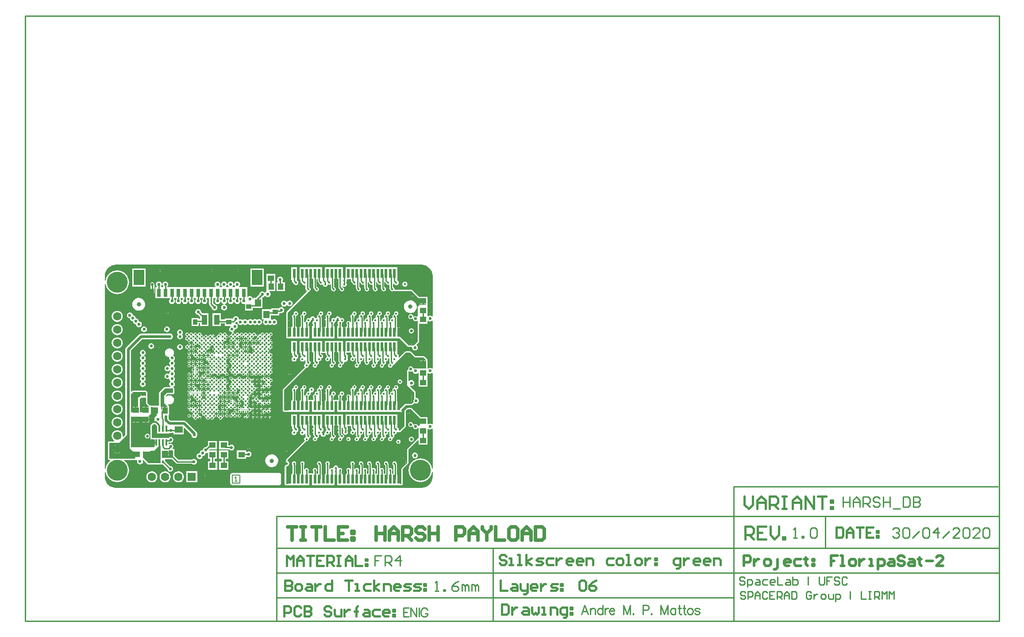
<source format=gtl>
G04*
G04 #@! TF.GenerationSoftware,Altium Limited,Altium Designer,18.1.7 (191)*
G04*
G04 Layer_Physical_Order=1*
G04 Layer_Color=255*
%FSLAX25Y25*%
%MOIN*%
G70*
G01*
G75*
%ADD12C,0.01000*%
%ADD13C,0.00787*%
%ADD16C,0.02000*%
%ADD17C,0.01598*%
%ADD18C,0.01600*%
%ADD19C,0.02500*%
%ADD20R,0.04724X0.05512*%
%ADD21R,0.04331X0.07480*%
%ADD22R,0.08268X0.11811*%
%ADD23R,0.03150X0.06299*%
%ADD24C,0.01614*%
%ADD25R,0.02228X0.07109*%
%ADD26R,0.04921X0.04331*%
%ADD27R,0.03937X0.03543*%
%ADD28R,0.03543X0.03937*%
%ADD29C,0.03200*%
%ADD30R,0.04331X0.04921*%
%ADD31R,0.05906X0.05118*%
%ADD32R,0.01378X0.02165*%
%ADD33R,0.01575X0.04803*%
%ADD48C,0.15748*%
%ADD53C,0.00500*%
%ADD54C,0.00400*%
%ADD55C,0.02165*%
%ADD56C,0.01181*%
%ADD57C,0.06299*%
%ADD58R,0.06299X0.06299*%
%ADD59R,0.06299X0.06299*%
%ADD60C,0.02362*%
%ADD61C,0.01772*%
%ADD62C,0.02165*%
G36*
X176069Y159479D02*
X176683D01*
X176905Y159071D01*
Y158779D01*
X177496D01*
Y152570D01*
X177589Y152102D01*
X177854Y151705D01*
X178529Y151029D01*
X178624Y150552D01*
X178975Y150028D01*
X179499Y149677D01*
X180118Y149554D01*
X180737Y149677D01*
X181261Y150028D01*
X181612Y150552D01*
X181735Y151171D01*
X181612Y151790D01*
X181261Y152314D01*
X180737Y152665D01*
X180260Y152760D01*
X180087Y152933D01*
X180123Y153165D01*
X180195Y153220D01*
X180661Y153362D01*
X181133Y153046D01*
X181869Y152900D01*
X182604Y153046D01*
X183228Y153463D01*
X183645Y154087D01*
X183791Y154823D01*
X183645Y155559D01*
X183398Y155928D01*
Y156473D01*
X183645Y156843D01*
X183791Y157579D01*
X183712Y157979D01*
X183982Y158479D01*
X183983D01*
X184358Y158779D01*
X186944D01*
Y157473D01*
X187037Y157005D01*
X187303Y156608D01*
X187978Y155932D01*
X188073Y155455D01*
X188424Y154931D01*
X188948Y154580D01*
X189567Y154457D01*
X190186Y154580D01*
X190265Y154633D01*
X190706Y154397D01*
Y151958D01*
X190799Y151490D01*
X191064Y151093D01*
X191128Y151029D01*
X191223Y150552D01*
X191573Y150028D01*
X192098Y149677D01*
X192717Y149554D01*
X193335Y149677D01*
X193860Y150028D01*
X194210Y150552D01*
X194333Y151171D01*
X194210Y151790D01*
X193860Y152314D01*
X193335Y152665D01*
X193153Y152701D01*
Y156380D01*
X193442Y156527D01*
X193653Y156557D01*
X194277Y155932D01*
X194372Y155455D01*
X194723Y154931D01*
X195247Y154580D01*
X195866Y154457D01*
X196485Y154580D01*
X196564Y154633D01*
X197005Y154397D01*
Y151958D01*
X197098Y151490D01*
X197363Y151093D01*
X197427Y151029D01*
X197522Y150552D01*
X197872Y150028D01*
X198397Y149677D01*
X199016Y149554D01*
X199635Y149677D01*
X200159Y150028D01*
X200510Y150552D01*
X200633Y151171D01*
X200510Y151790D01*
X200159Y152314D01*
X199635Y152665D01*
X199452Y152701D01*
Y156380D01*
X199741Y156527D01*
X199952Y156557D01*
X200577Y155932D01*
X200672Y155455D01*
X201022Y154931D01*
X201547Y154580D01*
X202165Y154457D01*
X202784Y154580D01*
X202863Y154633D01*
X203304Y154397D01*
Y151958D01*
X203397Y151490D01*
X203662Y151093D01*
X203726Y151029D01*
X203821Y150552D01*
X204172Y150028D01*
X204696Y149677D01*
X205315Y149554D01*
X205934Y149677D01*
X206458Y150028D01*
X206809Y150552D01*
X206932Y151171D01*
X206809Y151790D01*
X206458Y152314D01*
X205934Y152665D01*
X205751Y152701D01*
Y156380D01*
X206041Y156527D01*
X206251Y156557D01*
X206876Y155932D01*
X206971Y155455D01*
X207321Y154931D01*
X207846Y154580D01*
X208465Y154457D01*
X209083Y154580D01*
X209162Y154633D01*
X209603Y154397D01*
Y151958D01*
X209696Y151490D01*
X209962Y151093D01*
X210025Y151029D01*
X210120Y150552D01*
X210471Y150028D01*
X210995Y149677D01*
X211614Y149554D01*
X212233Y149677D01*
X212757Y150028D01*
X213108Y150552D01*
X213231Y151171D01*
X213108Y151790D01*
X212757Y152314D01*
X212233Y152665D01*
X212050Y152701D01*
Y156380D01*
X212340Y156527D01*
X212550Y156557D01*
X213175Y155932D01*
X213270Y155455D01*
X213620Y154931D01*
X214145Y154580D01*
X214764Y154457D01*
X215383Y154580D01*
X215461Y154633D01*
X215902Y154397D01*
Y151958D01*
X215996Y151490D01*
X216261Y151093D01*
X216325Y151029D01*
X216420Y150552D01*
X216770Y150028D01*
X217295Y149677D01*
X217913Y149554D01*
X218177Y149606D01*
X232677D01*
X237795Y144488D01*
X238280D01*
X238779Y144488D01*
X238779Y143988D01*
Y142823D01*
X241240D01*
Y142323D01*
X241740D01*
Y140157D01*
X243299D01*
X243719Y139772D01*
X243621Y139272D01*
X238583Y139272D01*
X237205Y137894D01*
Y130748D01*
X236705Y130481D01*
X236364Y130709D01*
X235630Y130855D01*
X234896Y130709D01*
X234388Y130369D01*
X234126Y130447D01*
X233992Y130513D01*
X233890Y130593D01*
X233760Y131246D01*
X233344Y131868D01*
X232722Y132284D01*
X231988Y132430D01*
X231254Y132284D01*
X230632Y131868D01*
X230216Y131246D01*
X230070Y130512D01*
X230216Y129778D01*
X230632Y129156D01*
X231254Y128740D01*
X231988Y128594D01*
X232722Y128740D01*
X233230Y129079D01*
X233492Y129002D01*
X233626Y128936D01*
X233728Y128856D01*
X233858Y128203D01*
X234274Y127581D01*
X234896Y127165D01*
X235630Y127019D01*
X236364Y127165D01*
X236705Y127393D01*
X237205Y127126D01*
X237205Y111713D01*
X234460Y108968D01*
X234404Y108957D01*
X233962Y108661D01*
X230413D01*
X223927Y115147D01*
Y118201D01*
X222814D01*
Y118701D01*
X222313D01*
Y122255D01*
X221700D01*
X221499Y122672D01*
Y129991D01*
X221406Y130459D01*
X221292Y130629D01*
X221188Y131155D01*
X221682Y131253D01*
X222206Y131604D01*
X222557Y132128D01*
X222680Y132747D01*
X222557Y133366D01*
X222206Y133890D01*
X221682Y134241D01*
X221063Y134364D01*
X220444Y134241D01*
X219920Y133890D01*
X219569Y133366D01*
X219446Y132747D01*
X219560Y132174D01*
X219066Y132076D01*
X218542Y131725D01*
X218191Y131201D01*
X218068Y130582D01*
X218191Y129963D01*
X218228Y129908D01*
X217927Y129458D01*
X217913Y129461D01*
X217295Y129338D01*
X216770Y128987D01*
X216420Y128463D01*
X216297Y127844D01*
X216414Y127253D01*
X215917Y127154D01*
X215700Y127009D01*
X215200Y127277D01*
Y129991D01*
X215107Y130459D01*
X214993Y130629D01*
X214889Y131155D01*
X215383Y131253D01*
X215907Y131604D01*
X216258Y132128D01*
X216381Y132747D01*
X216258Y133366D01*
X215907Y133890D01*
X215383Y134241D01*
X214764Y134364D01*
X214145Y134241D01*
X213620Y133890D01*
X213270Y133366D01*
X213147Y132747D01*
X213261Y132174D01*
X212767Y132076D01*
X212243Y131725D01*
X211892Y131201D01*
X211769Y130582D01*
X211892Y129963D01*
X211929Y129908D01*
X211628Y129458D01*
X211614Y129461D01*
X210995Y129338D01*
X210471Y128987D01*
X210120Y128463D01*
X209997Y127844D01*
X210115Y127253D01*
X209617Y127154D01*
X209401Y127009D01*
X208901Y127277D01*
Y129991D01*
X208807Y130459D01*
X208694Y130629D01*
X208590Y131155D01*
X209083Y131253D01*
X209608Y131604D01*
X209958Y132128D01*
X210081Y132747D01*
X209958Y133366D01*
X209608Y133890D01*
X209083Y134241D01*
X208465Y134364D01*
X207846Y134241D01*
X207321Y133890D01*
X206971Y133366D01*
X206848Y132747D01*
X206962Y132174D01*
X206468Y132076D01*
X205943Y131725D01*
X205593Y131201D01*
X205470Y130582D01*
X205593Y129963D01*
X205629Y129908D01*
X205329Y129458D01*
X205315Y129461D01*
X204696Y129338D01*
X204172Y128987D01*
X203821Y128463D01*
X203698Y127844D01*
X203816Y127253D01*
X203318Y127154D01*
X203101Y127009D01*
X202602Y127277D01*
Y129991D01*
X202508Y130459D01*
X202395Y130629D01*
X202290Y131155D01*
X202784Y131253D01*
X203309Y131604D01*
X203659Y132128D01*
X203782Y132747D01*
X203659Y133366D01*
X203309Y133890D01*
X202784Y134241D01*
X202165Y134364D01*
X201547Y134241D01*
X201022Y133890D01*
X200672Y133366D01*
X200549Y132747D01*
X200662Y132174D01*
X200169Y132076D01*
X199644Y131725D01*
X199294Y131201D01*
X199170Y130582D01*
X199294Y129963D01*
X199330Y129908D01*
X199030Y129458D01*
X199016Y129461D01*
X198397Y129338D01*
X197872Y128987D01*
X197522Y128463D01*
X197399Y127844D01*
X197516Y127253D01*
X197019Y127154D01*
X196802Y127009D01*
X196302Y127277D01*
Y129991D01*
X196209Y130459D01*
X196096Y130629D01*
X195991Y131155D01*
X196485Y131253D01*
X197009Y131604D01*
X197360Y132128D01*
X197483Y132747D01*
X197360Y133366D01*
X197009Y133890D01*
X196485Y134241D01*
X195866Y134364D01*
X195247Y134241D01*
X194723Y133890D01*
X194372Y133366D01*
X194249Y132747D01*
X194363Y132174D01*
X193869Y132076D01*
X193345Y131725D01*
X192994Y131201D01*
X192871Y130582D01*
X192994Y129963D01*
X193031Y129908D01*
X192730Y129458D01*
X192717Y129461D01*
X192098Y129338D01*
X191573Y128987D01*
X191223Y128463D01*
X191100Y127844D01*
X191217Y127253D01*
X190720Y127154D01*
X190195Y126804D01*
X189891Y126349D01*
X189607Y126359D01*
X189391Y126432D01*
Y129527D01*
X189683Y129963D01*
X189806Y130582D01*
X189692Y131155D01*
X190186Y131253D01*
X190710Y131604D01*
X191061Y132128D01*
X191184Y132747D01*
X191061Y133366D01*
X190710Y133890D01*
X190186Y134241D01*
X189567Y134364D01*
X188948Y134241D01*
X188424Y133890D01*
X188073Y133366D01*
X187950Y132747D01*
X188064Y132174D01*
X187570Y132076D01*
X187046Y131725D01*
X186695Y131201D01*
X186572Y130582D01*
X186695Y129963D01*
X186944Y129590D01*
Y126564D01*
X186444Y126412D01*
X186183Y126804D01*
X185658Y127154D01*
X185039Y127277D01*
X184421Y127154D01*
X183896Y126804D01*
X183546Y126279D01*
X183423Y125661D01*
X183546Y125042D01*
X183816Y124637D01*
Y122955D01*
X183204D01*
Y122663D01*
X182982Y122255D01*
X182369D01*
Y118701D01*
X181369D01*
Y122255D01*
X180755D01*
X180533Y122663D01*
Y122955D01*
X179943D01*
Y124606D01*
X180234Y125042D01*
X180357Y125661D01*
X180239Y126251D01*
X180737Y126350D01*
X181261Y126701D01*
X181612Y127225D01*
X181735Y127844D01*
X181612Y128463D01*
X181261Y128987D01*
X180737Y129338D01*
X180118Y129461D01*
X179499Y129338D01*
X179325Y129221D01*
X178769Y129451D01*
X178745Y129574D01*
X178328Y130198D01*
X177704Y130615D01*
X176969Y130761D01*
X176233Y130615D01*
X175609Y130198D01*
X175192Y129574D01*
X175168Y129451D01*
X174612Y129221D01*
X174438Y129338D01*
X173819Y129461D01*
X173200Y129338D01*
X172676Y128987D01*
X172325Y128463D01*
X172202Y127844D01*
X172317Y127266D01*
X171929Y127189D01*
X171405Y126838D01*
X171054Y126314D01*
X170994Y126011D01*
X170494Y126060D01*
Y129527D01*
X170785Y129963D01*
X170908Y130582D01*
X170794Y131155D01*
X171288Y131253D01*
X171813Y131604D01*
X172163Y132128D01*
X172286Y132747D01*
X172163Y133366D01*
X171813Y133890D01*
X171288Y134241D01*
X170669Y134364D01*
X170051Y134241D01*
X169526Y133890D01*
X169176Y133366D01*
X169052Y132747D01*
X169166Y132174D01*
X168673Y132076D01*
X168148Y131725D01*
X167798Y131201D01*
X167674Y130582D01*
X167798Y129963D01*
X168047Y129590D01*
Y128616D01*
X167547Y128567D01*
X167546Y128572D01*
X167350Y128866D01*
X167211Y128958D01*
Y128227D01*
Y127496D01*
X167350Y127588D01*
X167546Y127881D01*
X167547Y127887D01*
X168047Y127838D01*
Y122955D01*
X167456D01*
Y122663D01*
X167234Y122255D01*
X166621D01*
Y118701D01*
X165621D01*
Y122255D01*
X165007D01*
X164806Y122672D01*
Y129991D01*
X164713Y130459D01*
X164600Y130629D01*
X164495Y131155D01*
X164989Y131253D01*
X165513Y131604D01*
X165864Y132128D01*
X165987Y132747D01*
X165864Y133366D01*
X165513Y133890D01*
X164989Y134241D01*
X164370Y134364D01*
X163751Y134241D01*
X163227Y133890D01*
X162876Y133366D01*
X162753Y132747D01*
X162867Y132174D01*
X162373Y132076D01*
X161849Y131725D01*
X161498Y131201D01*
X161375Y130582D01*
X161498Y129963D01*
X161535Y129908D01*
X161234Y129458D01*
X161221Y129461D01*
X160602Y129338D01*
X160427Y129221D01*
X159872Y129451D01*
X159847Y129574D01*
X159431Y130198D01*
X158807Y130615D01*
X158071Y130761D01*
X157335Y130615D01*
X156711Y130198D01*
X156295Y129574D01*
X156270Y129451D01*
X155714Y129221D01*
X155540Y129338D01*
X154921Y129461D01*
X154303Y129338D01*
X153778Y128987D01*
X153427Y128463D01*
X153304Y127844D01*
X153422Y127253D01*
X152925Y127154D01*
X152400Y126804D01*
X152096Y126349D01*
X151812Y126359D01*
X151596Y126432D01*
Y129527D01*
X151888Y129963D01*
X152011Y130582D01*
X151897Y131155D01*
X152390Y131253D01*
X152915Y131604D01*
X153266Y132128D01*
X153389Y132747D01*
X153266Y133366D01*
X152915Y133890D01*
X152390Y134241D01*
X151772Y134364D01*
X151153Y134241D01*
X150628Y133890D01*
X150278Y133366D01*
X150155Y132747D01*
X150269Y132174D01*
X149775Y132076D01*
X149250Y131725D01*
X148900Y131201D01*
X148777Y130582D01*
X148900Y129963D01*
X149149Y129590D01*
Y122955D01*
X148559D01*
Y122663D01*
X148337Y122255D01*
X147723D01*
Y118701D01*
X146723D01*
Y122255D01*
X146109D01*
X145887Y122663D01*
Y122955D01*
X145297D01*
Y129527D01*
X145588Y129963D01*
X145711Y130582D01*
X145597Y131155D01*
X146091Y131253D01*
X146616Y131604D01*
X146966Y132128D01*
X147089Y132747D01*
X146966Y133366D01*
X146616Y133890D01*
X146091Y134241D01*
X145472Y134364D01*
X144854Y134241D01*
X144329Y133890D01*
X143979Y133366D01*
X143856Y132747D01*
X143970Y132174D01*
X143476Y132076D01*
X142951Y131725D01*
X142601Y131201D01*
X142478Y130582D01*
X142601Y129963D01*
X142850Y129590D01*
Y122955D01*
X142260D01*
Y122663D01*
X142038Y122255D01*
X141424D01*
Y118701D01*
X140924D01*
Y118201D01*
X139810D01*
Y115157D01*
X139173D01*
X139173Y133366D01*
X155413Y149606D01*
Y149652D01*
X155540Y149677D01*
X156065Y150028D01*
X156415Y150552D01*
X156538Y151171D01*
X156415Y151790D01*
X156065Y152314D01*
X155540Y152665D01*
X155413Y152690D01*
X155413Y159039D01*
X155558Y159479D01*
X155913Y159479D01*
X156172D01*
Y163034D01*
X157172D01*
Y159479D01*
X157786D01*
X158008Y159071D01*
Y158779D01*
X158598D01*
Y152570D01*
X158691Y152102D01*
X158956Y151705D01*
X159632Y151029D01*
X159727Y150552D01*
X160077Y150028D01*
X160602Y149677D01*
X161221Y149554D01*
X161839Y149677D01*
X162364Y150028D01*
X162714Y150552D01*
X162837Y151171D01*
X162714Y151790D01*
X162364Y152314D01*
X161839Y152665D01*
X161362Y152760D01*
X161045Y153077D01*
Y158779D01*
X161748D01*
Y157473D01*
X161841Y157005D01*
X162106Y156608D01*
X162781Y155932D01*
X162876Y155455D01*
X163227Y154931D01*
X163751Y154580D01*
X164370Y154457D01*
X164989Y154580D01*
X165118Y154667D01*
X165674Y154436D01*
X165743Y154087D01*
X166160Y153463D01*
X166784Y153046D01*
X167520Y152900D01*
X168255Y153046D01*
X168879Y153463D01*
X169296Y154087D01*
X169366Y154436D01*
X169921Y154666D01*
X170051Y154580D01*
X170669Y154457D01*
X171288Y154580D01*
X171367Y154633D01*
X171808Y154397D01*
Y151958D01*
X171901Y151490D01*
X172166Y151093D01*
X172230Y151029D01*
X172325Y150552D01*
X172676Y150028D01*
X173200Y149677D01*
X173819Y149554D01*
X174438Y149677D01*
X174962Y150028D01*
X175313Y150552D01*
X175436Y151171D01*
X175313Y151790D01*
X174962Y152314D01*
X174438Y152665D01*
X174255Y152701D01*
Y159062D01*
X174456Y159479D01*
X174755Y159479D01*
X175069D01*
Y163034D01*
X176069D01*
Y159479D01*
D02*
G37*
G36*
X10000Y169632D02*
X229323D01*
X229331Y169630D01*
X240222D01*
X241656Y169489D01*
X243249Y169006D01*
X244717Y168221D01*
X246004Y167165D01*
X247060Y165879D01*
X247845Y164411D01*
X248328Y162818D01*
X248484Y161230D01*
X248471Y161161D01*
Y146987D01*
X248470Y146865D01*
X248471Y146860D01*
Y130793D01*
X247971Y130637D01*
X247337Y131060D01*
X246486Y131230D01*
X245635Y131060D01*
X245201Y130770D01*
X244701Y131037D01*
Y131413D01*
X244701D01*
Y131972D01*
X244701Y131972D01*
X244701D01*
Y138303D01*
X244701Y138303D01*
X244548Y138695D01*
X244701Y139157D01*
X244720Y139574D01*
X244719Y139695D01*
X244738Y139815D01*
X244719Y139892D01*
X244719Y139972D01*
X244701Y140016D01*
Y145488D01*
X238878D01*
X238780Y145508D01*
X238218Y145508D01*
X233398Y150327D01*
X233398Y150327D01*
X233067Y150548D01*
X232677Y150626D01*
X220122D01*
X219805Y151012D01*
X219836Y151171D01*
X219690Y151907D01*
X219273Y152530D01*
X218655Y152943D01*
Y155151D01*
X219155Y155448D01*
X219278Y155382D01*
X219287Y155338D01*
X219703Y154714D01*
X220327Y154297D01*
X221063Y154151D01*
X221799Y154297D01*
X222423Y154714D01*
X222839Y155338D01*
X222986Y156074D01*
X222839Y156810D01*
X222423Y157433D01*
X221799Y157850D01*
X221727Y157979D01*
X221778Y158479D01*
X221778D01*
Y167588D01*
X182904D01*
Y164676D01*
X182542Y164482D01*
X182404Y164456D01*
X181869Y164563D01*
X181333Y164456D01*
X181196Y164482D01*
X180833Y164676D01*
Y167588D01*
X167156D01*
Y164676D01*
X166794Y164482D01*
X166656Y164456D01*
X166121Y164563D01*
X165585Y164456D01*
X165448Y164482D01*
X165085Y164676D01*
Y167588D01*
X148259D01*
Y158479D01*
X148843D01*
Y157473D01*
X148960Y156888D01*
X149291Y156392D01*
X149908Y155774D01*
X149995Y155338D01*
X150412Y154714D01*
X151036Y154297D01*
X151772Y154151D01*
X152104Y154217D01*
X152604Y153807D01*
Y151958D01*
X152721Y151373D01*
X153052Y150877D01*
X153058Y150871D01*
X153145Y150435D01*
X153562Y149811D01*
X153603Y149784D01*
X153651Y149286D01*
X138452Y134087D01*
X138231Y133756D01*
X138154Y133366D01*
X138154Y115157D01*
X138231Y114767D01*
X138452Y114436D01*
X138783Y114216D01*
X138810Y114210D01*
Y114146D01*
X139130D01*
X139173Y114138D01*
X139810D01*
X139853Y114146D01*
X155636D01*
Y123255D01*
X155052D01*
Y124523D01*
X155320Y124925D01*
X155466Y125661D01*
X155395Y126016D01*
X155657Y126068D01*
X156281Y126484D01*
X156698Y127108D01*
X156844Y127844D01*
X156803Y128051D01*
X156835Y128121D01*
X156885Y128160D01*
X157432Y128200D01*
X157571Y128107D01*
Y128839D01*
X158571D01*
Y128107D01*
X158710Y128200D01*
X159260Y128158D01*
X159307Y128121D01*
X159339Y128051D01*
X159298Y127844D01*
X159358Y127540D01*
X159016Y127471D01*
X158392Y127055D01*
X157975Y126431D01*
X157829Y125695D01*
X157975Y124959D01*
X158292Y124486D01*
Y123255D01*
X157708D01*
Y114146D01*
X174534D01*
Y123255D01*
X173949D01*
Y124398D01*
X174324Y124959D01*
X174471Y125695D01*
X174402Y126037D01*
X174555Y126068D01*
X175179Y126484D01*
X175595Y127108D01*
X175742Y127844D01*
X175700Y128051D01*
X175732Y128121D01*
X175780Y128158D01*
X176330Y128200D01*
X176469Y128107D01*
Y128839D01*
X177469D01*
Y128107D01*
X177607Y128200D01*
X178155Y128160D01*
X178205Y128121D01*
X178236Y128051D01*
X178195Y127844D01*
X178266Y127489D01*
X178004Y127437D01*
X177381Y127020D01*
X176964Y126396D01*
X176817Y125661D01*
X176964Y124925D01*
X177190Y124587D01*
Y123255D01*
X176605D01*
Y114146D01*
X223486D01*
X229692Y107940D01*
X230023Y107719D01*
X230413Y107642D01*
X232611D01*
X232928Y107255D01*
X232914Y107185D01*
X233083Y106334D01*
X233565Y105613D01*
X234287Y105131D01*
X235138Y104961D01*
X235989Y105131D01*
X236710Y105613D01*
X237192Y106334D01*
X237362Y107185D01*
X237192Y108036D01*
X236710Y108757D01*
X236427Y108947D01*
X236378Y109444D01*
X237926Y110992D01*
X238147Y111322D01*
X238224Y111713D01*
X238224Y125083D01*
X244701D01*
Y126974D01*
X245201Y127242D01*
X245635Y126951D01*
X246486Y126782D01*
X247337Y126951D01*
X247971Y127374D01*
X248471Y127218D01*
Y91423D01*
X247971Y91267D01*
X247337Y91690D01*
X246486Y91860D01*
X245635Y91690D01*
X245159Y91372D01*
X244914Y91486D01*
X244717Y91616D01*
X244701Y92012D01*
X244701D01*
Y98343D01*
X244266D01*
X244119Y98563D01*
X242404Y100278D01*
X242073Y100499D01*
X241683Y100577D01*
X235708D01*
X232315Y103969D01*
X231985Y104190D01*
X231594Y104268D01*
X228346Y104268D01*
X227956Y104190D01*
X227625Y103969D01*
X223158Y99501D01*
X222769Y99820D01*
X222839Y99925D01*
X222986Y100661D01*
X222839Y101396D01*
X222423Y102020D01*
X221799Y102437D01*
X221727Y102566D01*
X221778Y103066D01*
X221778D01*
Y112175D01*
X182904D01*
Y109263D01*
X182542Y109069D01*
X182404Y109043D01*
X181869Y109150D01*
X181333Y109043D01*
X181196Y109069D01*
X180833Y109263D01*
Y112175D01*
X167156D01*
Y104086D01*
X165085D01*
Y112175D01*
X148259D01*
Y103066D01*
X148843D01*
Y102060D01*
X148960Y101474D01*
X149291Y100978D01*
X149529Y100741D01*
X149543Y100689D01*
X149438Y100125D01*
X149034Y99855D01*
X148617Y99231D01*
X148471Y98495D01*
X148617Y97759D01*
X149034Y97136D01*
X149658Y96719D01*
X150394Y96572D01*
X151129Y96719D01*
X151753Y97136D01*
X152104Y97661D01*
X152604Y97575D01*
Y96545D01*
X152721Y95960D01*
X152790Y95857D01*
X152807Y95350D01*
X152644Y95241D01*
X152184Y94933D01*
X151767Y94310D01*
X151620Y93574D01*
X151767Y92838D01*
X152107Y92329D01*
X135795Y76016D01*
X135574Y75686D01*
X135496Y75295D01*
Y59842D01*
X135574Y59452D01*
X135795Y59122D01*
X136126Y58900D01*
X136516Y58823D01*
X138810D01*
Y58733D01*
X155636D01*
Y66822D01*
X157708D01*
Y58733D01*
X174534D01*
Y66822D01*
X176605D01*
Y58733D01*
X224615Y58733D01*
X224619Y58733D01*
X224702Y58634D01*
X224786Y58488D01*
X225287D01*
Y58899D01*
X225023Y59029D01*
X224927Y59080D01*
X224927Y59093D01*
X224927Y59093D01*
X224927Y59105D01*
Y60532D01*
X225110Y60654D01*
X228299Y63843D01*
X232624Y63843D01*
X233014Y63920D01*
X233344Y64141D01*
X234595Y65392D01*
X235074Y65071D01*
X235925Y64902D01*
X236776Y65071D01*
X237498Y65553D01*
X237980Y66275D01*
X238149Y67126D01*
X237980Y67977D01*
X237498Y68699D01*
X236776Y69181D01*
X235925Y69350D01*
X235866Y69338D01*
X235480Y69655D01*
Y73512D01*
X235402Y73902D01*
X235181Y74233D01*
X231405Y78009D01*
X231688Y78433D01*
X232417Y78288D01*
X233268Y78457D01*
X233990Y78939D01*
X234472Y79661D01*
X234641Y80512D01*
X234472Y81363D01*
X233990Y82084D01*
X233268Y82566D01*
X232417Y82736D01*
X231566Y82566D01*
X230845Y82084D01*
X230752Y81945D01*
X230252Y82097D01*
Y89077D01*
X230752Y89345D01*
X231137Y89087D01*
X231988Y88918D01*
X232839Y89087D01*
X233050Y89228D01*
X233512Y89037D01*
X233575Y88716D01*
X234057Y87994D01*
X234779Y87512D01*
X235630Y87343D01*
X236481Y87512D01*
X237202Y87994D01*
X237280Y88110D01*
X237779Y87958D01*
Y84827D01*
Y77642D01*
X244701D01*
Y83972D01*
Y87604D01*
X245201Y87871D01*
X245635Y87581D01*
X246486Y87412D01*
X247337Y87581D01*
X247971Y88004D01*
X248471Y87848D01*
Y49435D01*
X247971Y49279D01*
X247337Y49702D01*
X246486Y49872D01*
X245635Y49702D01*
X245201Y49412D01*
X244701Y49679D01*
Y54839D01*
X239454D01*
X239384Y54956D01*
X239362Y54973D01*
X239346Y54996D01*
X233644Y60698D01*
X233613Y60719D01*
X233591Y60748D01*
X232867Y61375D01*
X232725Y61456D01*
X232590Y61546D01*
X232554Y61553D01*
X232522Y61572D01*
X232360Y61592D01*
X232200Y61624D01*
X229502Y61624D01*
X229112Y61546D01*
X228781Y61325D01*
X228781Y61325D01*
X227527Y60071D01*
X227306Y59741D01*
X227228Y59350D01*
X227228Y48070D01*
X223739Y44581D01*
X223265Y44598D01*
X222934Y45013D01*
X222986Y45276D01*
X222839Y46011D01*
X222423Y46635D01*
X221799Y47052D01*
X221727Y47181D01*
X221778Y47681D01*
X221778D01*
Y56790D01*
X182904D01*
Y53878D01*
X182542Y53684D01*
X182404Y53658D01*
X181869Y53765D01*
X181333Y53658D01*
X181196Y53684D01*
X180833Y53878D01*
Y56790D01*
X167156D01*
Y47681D01*
X167741D01*
Y46675D01*
X167857Y46089D01*
X168189Y45593D01*
X168426Y45356D01*
X168440Y45305D01*
X168335Y44739D01*
X167932Y44470D01*
X167515Y43846D01*
X167369Y43110D01*
X167428Y42813D01*
X167195Y42557D01*
X166711Y42505D01*
X166572Y42598D01*
Y41866D01*
X165573D01*
Y42598D01*
X165434Y42505D01*
X164955Y42661D01*
X164851Y42789D01*
X164915Y43110D01*
X164848Y43448D01*
X165106Y43499D01*
X165730Y43916D01*
X166147Y44540D01*
X166293Y45276D01*
X166147Y46011D01*
X165730Y46635D01*
X165106Y47052D01*
X165034Y47181D01*
X165085Y47681D01*
X165085D01*
Y56790D01*
X148259D01*
Y47681D01*
X148843D01*
Y46675D01*
X148960Y46089D01*
X149291Y45593D01*
X149529Y45356D01*
X149543Y45305D01*
X149438Y44739D01*
X149034Y44470D01*
X148617Y43846D01*
X148471Y43110D01*
X148617Y42374D01*
X149034Y41751D01*
X149658Y41334D01*
X150394Y41188D01*
X151129Y41334D01*
X151753Y41751D01*
X152104Y42276D01*
X152604Y42190D01*
Y41160D01*
X152721Y40575D01*
X152790Y40472D01*
X152807Y39965D01*
X152644Y39856D01*
X152184Y39549D01*
X151767Y38925D01*
X151620Y38189D01*
X151767Y37453D01*
X152154Y36874D01*
X138312Y23031D01*
X138241Y22926D01*
X138156Y22831D01*
X138132Y22762D01*
X138091Y22701D01*
X138066Y22576D01*
X138024Y22456D01*
X138028Y22382D01*
X138013Y22310D01*
X138038Y22186D01*
X138045Y22059D01*
X138188Y21495D01*
X138204Y21462D01*
X138204Y21446D01*
X138067Y21108D01*
X137930Y20944D01*
X137904Y20931D01*
X137728Y20896D01*
X137337Y20635D01*
X137103Y20283D01*
X138189D01*
Y19284D01*
X137103D01*
X137337Y18932D01*
X137431Y18869D01*
X137494Y18719D01*
X137439Y18263D01*
X137434Y18259D01*
X137402Y18220D01*
X137359Y18192D01*
X137276Y18067D01*
X137181Y17951D01*
X137167Y17903D01*
X137138Y17861D01*
X137109Y17714D01*
X137066Y17571D01*
X137071Y17520D01*
X137061Y17471D01*
X137061Y4331D01*
X137139Y3940D01*
X137360Y3610D01*
X137690Y3389D01*
X138081Y3311D01*
X139317D01*
X139335Y3315D01*
X139353Y3312D01*
X139846Y3329D01*
X139926Y3348D01*
X155636D01*
Y11437D01*
X157708D01*
Y3348D01*
X174534D01*
Y6260D01*
X174896Y6454D01*
X175034Y6480D01*
X175569Y6373D01*
X176105Y6480D01*
X176242Y6454D01*
X176605Y6260D01*
Y3348D01*
X223811D01*
X223891Y3329D01*
X224384Y3312D01*
X224402Y3315D01*
X224420Y3311D01*
X224990D01*
X225380Y3389D01*
X225711Y3610D01*
X225932Y3940D01*
X226010Y4331D01*
X226010Y15646D01*
X229953Y19590D01*
X230174Y19921D01*
X230252Y20311D01*
X230252Y30286D01*
X237318Y37352D01*
X237779Y37161D01*
Y34039D01*
X244701D01*
Y40370D01*
Y45616D01*
X245201Y45883D01*
X245635Y45593D01*
X246486Y45424D01*
X247337Y45593D01*
X247971Y46016D01*
X248471Y45860D01*
Y24516D01*
X248469Y24508D01*
Y15920D01*
X247969Y15896D01*
X247919Y16405D01*
X247411Y18078D01*
X246587Y19619D01*
X245479Y20971D01*
X244127Y22080D01*
X242586Y22904D01*
X240913Y23411D01*
X239173Y23582D01*
X237434Y23411D01*
X235761Y22904D01*
X234219Y22080D01*
X232868Y20971D01*
X231759Y19619D01*
X230935Y18078D01*
X230428Y16405D01*
X230256Y14665D01*
X230428Y12926D01*
X230935Y11253D01*
X231759Y9711D01*
X232868Y8360D01*
X234219Y7251D01*
X235761Y6427D01*
X237434Y5920D01*
X239173Y5748D01*
X240913Y5920D01*
X242586Y6427D01*
X244127Y7251D01*
X245479Y8360D01*
X246587Y9711D01*
X247411Y11253D01*
X247919Y12926D01*
X247969Y13435D01*
X248469Y13410D01*
Y9679D01*
X248328Y8245D01*
X247845Y6652D01*
X247060Y5184D01*
X246004Y3898D01*
X244717Y2842D01*
X243249Y2057D01*
X241656Y1574D01*
X240068Y1417D01*
X240000Y1431D01*
X20382D01*
X20374Y1433D01*
X9778D01*
X8343Y1574D01*
X6751Y2057D01*
X5283Y2842D01*
X3996Y3898D01*
X2940Y5184D01*
X2155Y6652D01*
X1672Y8245D01*
X1516Y9833D01*
X1529Y9902D01*
Y13427D01*
X2029Y13451D01*
X2081Y12926D01*
X2589Y11253D01*
X3413Y9711D01*
X4521Y8360D01*
X5873Y7251D01*
X7414Y6427D01*
X9087Y5920D01*
X10827Y5748D01*
X12566Y5920D01*
X14239Y6427D01*
X15781Y7251D01*
X17132Y8360D01*
X18241Y9711D01*
X19065Y11253D01*
X19572Y12926D01*
X19744Y14665D01*
X19572Y16405D01*
X19065Y18078D01*
X18241Y19619D01*
X17132Y20971D01*
X15873Y22004D01*
X15973Y22504D01*
X23193D01*
X23193Y22504D01*
X23193Y22504D01*
X25638Y22504D01*
X25956Y22004D01*
X25827Y21358D01*
X25997Y20507D01*
X26479Y19786D01*
X27200Y19304D01*
X28051Y19134D01*
X28902Y19304D01*
X29624Y19786D01*
X30106Y20507D01*
X30275Y21358D01*
X30106Y22209D01*
X29978Y22401D01*
X30366Y22719D01*
X33728Y19358D01*
X34059Y19137D01*
X34449Y19059D01*
X39567Y19059D01*
X39665Y19079D01*
X40846D01*
X40945Y19059D01*
X42126D01*
X42224Y19079D01*
X45294D01*
X48674Y15699D01*
X48825Y14935D01*
X49286Y14246D01*
X49975Y13786D01*
X50787Y13625D01*
X51600Y13786D01*
X52289Y14246D01*
X52749Y14935D01*
X52911Y15748D01*
X52749Y16561D01*
X52289Y17249D01*
X51600Y17710D01*
X50837Y17862D01*
X47063Y21635D01*
Y22996D01*
X52105Y22996D01*
X55021Y20080D01*
X55517Y19748D01*
X56102Y19632D01*
X67099D01*
X67128Y19589D01*
X67850Y19107D01*
X68701Y18938D01*
X69552Y19107D01*
X70273Y19589D01*
X70755Y20310D01*
X70925Y21161D01*
X70755Y22012D01*
X70273Y22734D01*
X69552Y23216D01*
X68701Y23385D01*
X67850Y23216D01*
X67128Y22734D01*
X67099Y22691D01*
X56736D01*
X53898Y25529D01*
Y30626D01*
X52662D01*
X52510Y31126D01*
X52584Y31176D01*
X53044Y31865D01*
X53206Y32677D01*
X53044Y33490D01*
X52584Y34179D01*
X51895Y34639D01*
X51083Y34801D01*
X50270Y34639D01*
X50063Y34501D01*
X49622Y34736D01*
Y35675D01*
X50212D01*
X50270Y35637D01*
X51083Y35475D01*
X51895Y35637D01*
X52584Y36097D01*
X53044Y36786D01*
X53206Y37598D01*
X53044Y38411D01*
X52584Y39100D01*
X51895Y39560D01*
X51083Y39722D01*
X50270Y39560D01*
X49581Y39100D01*
X49509Y38992D01*
X38969D01*
X38870Y39012D01*
X37043Y39012D01*
X37043Y48200D01*
X38206Y49362D01*
X39421D01*
X40929Y47855D01*
Y42504D01*
X49622D01*
Y42555D01*
X50122Y42822D01*
X50270Y42723D01*
X51083Y42562D01*
X51895Y42723D01*
X52543Y43156D01*
X53134D01*
Y41787D01*
X61039D01*
Y46525D01*
X61501Y46716D01*
X66806Y41411D01*
X66772Y41240D01*
X66941Y40389D01*
X67424Y39668D01*
X68145Y39186D01*
X68996Y39016D01*
X69847Y39186D01*
X70569Y39668D01*
X71051Y40389D01*
X71220Y41240D01*
X71119Y41745D01*
Y42224D01*
X70958Y43037D01*
X70498Y43726D01*
X62722Y51502D01*
X62033Y51962D01*
X61221Y52123D01*
X50978D01*
X49683Y53419D01*
Y55000D01*
X49521Y55813D01*
X49435Y55941D01*
X49671Y56382D01*
X50016D01*
Y63303D01*
X49503D01*
X49443Y63601D01*
X49222Y63932D01*
X49222Y63932D01*
X49041Y64113D01*
X49319Y64539D01*
X50197Y64424D01*
X51075Y64539D01*
X51893Y64878D01*
X52595Y65417D01*
X53134Y66119D01*
X53473Y66937D01*
X53588Y67815D01*
X53473Y68693D01*
X53134Y69511D01*
X52595Y70213D01*
X51893Y70752D01*
X51075Y71091D01*
X50197Y71206D01*
X49319Y71091D01*
X48501Y70752D01*
X47995Y70363D01*
X47461Y70551D01*
X47425Y70786D01*
X48552Y71913D01*
X52756D01*
X53146Y71991D01*
X53477Y72212D01*
X53698Y72543D01*
X53776Y72933D01*
Y76378D01*
X53698Y76768D01*
X53477Y77099D01*
X53254Y77248D01*
X53187Y77647D01*
X53207Y77817D01*
X53667Y78124D01*
X54127Y78813D01*
X54289Y79626D01*
X54127Y80439D01*
X53667Y81128D01*
X53418Y81294D01*
Y81895D01*
X53667Y82061D01*
X54127Y82750D01*
X54289Y83563D01*
X54127Y84376D01*
X53667Y85065D01*
X53418Y85231D01*
Y85832D01*
X53667Y85998D01*
X54127Y86687D01*
X54289Y87500D01*
X54127Y88313D01*
X53667Y89002D01*
X53418Y89168D01*
Y89769D01*
X53667Y89935D01*
X54127Y90624D01*
X54289Y91437D01*
X54127Y92250D01*
X53667Y92939D01*
X53418Y93105D01*
Y93706D01*
X53667Y93872D01*
X54127Y94561D01*
X54289Y95374D01*
X54127Y96187D01*
X53667Y96876D01*
X53418Y97042D01*
Y97643D01*
X53667Y97809D01*
X54127Y98498D01*
X54289Y99311D01*
X54127Y100124D01*
X53667Y100812D01*
X53356Y101020D01*
X53134Y101552D01*
X53473Y102370D01*
X53588Y103248D01*
X53473Y104126D01*
X53134Y104944D01*
X52595Y105646D01*
X51893Y106185D01*
X51075Y106524D01*
X50197Y106639D01*
X49319Y106524D01*
X48501Y106185D01*
X47799Y105646D01*
X47260Y104944D01*
X46921Y104126D01*
X46806Y103248D01*
X46921Y102370D01*
X47260Y101552D01*
X47799Y100850D01*
X48501Y100311D01*
X49319Y99972D01*
X49789Y99910D01*
X50080Y99504D01*
X50042Y99311D01*
X50204Y98498D01*
X50664Y97809D01*
X50913Y97643D01*
Y97042D01*
X50664Y96876D01*
X50204Y96187D01*
X50042Y95374D01*
X50204Y94561D01*
X50664Y93872D01*
X50913Y93706D01*
Y93105D01*
X50706Y92967D01*
X50546Y92908D01*
X50242D01*
X50081Y92967D01*
X49435Y93399D01*
X48622Y93560D01*
X47809Y93399D01*
X47120Y92939D01*
X46660Y92250D01*
X46499Y91437D01*
X46660Y90624D01*
X47120Y89935D01*
X47809Y89475D01*
X48622Y89314D01*
X49435Y89475D01*
X50081Y89907D01*
X50242Y89966D01*
X50494D01*
X50913Y89645D01*
Y89168D01*
X50664Y89002D01*
X50204Y88313D01*
X50075Y87667D01*
X49676Y87435D01*
X49554Y87414D01*
X49435Y87493D01*
X48622Y87655D01*
X47809Y87493D01*
X47120Y87033D01*
X46660Y86344D01*
X46499Y85532D01*
X46660Y84719D01*
X47120Y84030D01*
X47809Y83570D01*
X48622Y83408D01*
X49435Y83570D01*
X49554Y83649D01*
X49676Y83628D01*
X50075Y83396D01*
X50204Y82750D01*
X50664Y82061D01*
X50913Y81895D01*
Y81294D01*
X50664Y81128D01*
X50204Y80439D01*
X50042Y79626D01*
X50204Y78813D01*
X50664Y78124D01*
X51003Y77898D01*
X50852Y77398D01*
X46850D01*
X46460Y77320D01*
X46129Y77099D01*
X42685Y73654D01*
X42463Y73323D01*
X42386Y72933D01*
Y63303D01*
X37598D01*
X37500Y63323D01*
X36220D01*
X36219Y63322D01*
X35733Y63288D01*
X35376Y63633D01*
X33995Y64986D01*
X33598Y65383D01*
X33598Y67521D01*
X33620Y73269D01*
X33598D01*
X33521Y73659D01*
X33300Y73989D01*
X32946Y74343D01*
X32615Y74564D01*
X32225Y74642D01*
X22835Y74642D01*
X22444Y74564D01*
X22114Y74343D01*
X21680Y73909D01*
X21218Y74101D01*
Y104987D01*
X29659Y113428D01*
X50086D01*
X50591Y113327D01*
X51442Y113497D01*
X52163Y113979D01*
X52645Y114700D01*
X52814Y115551D01*
X52645Y116402D01*
X52163Y117124D01*
X51442Y117606D01*
X50591Y117775D01*
X50086Y117675D01*
X28780D01*
X27967Y117513D01*
X27278Y117053D01*
X17593Y107368D01*
X17133Y106679D01*
X16971Y105866D01*
Y41529D01*
X15429Y39987D01*
X14956Y40221D01*
X15012Y40650D01*
X14870Y41733D01*
X14451Y42742D01*
X13786Y43609D01*
X12920Y44274D01*
X11910Y44692D01*
X10827Y44835D01*
X9743Y44692D01*
X8734Y44274D01*
X7867Y43609D01*
X7202Y42742D01*
X6784Y41733D01*
X6641Y40650D01*
X6784Y39566D01*
X7202Y38557D01*
X7867Y37690D01*
X8700Y37051D01*
X8702Y36997D01*
X8418Y36551D01*
X4921D01*
X4531Y36474D01*
X4200Y36252D01*
X3979Y35922D01*
X3902Y35531D01*
X3902Y23524D01*
X3979Y23133D01*
X4200Y22803D01*
X4531Y22582D01*
X4921Y22504D01*
X5681D01*
X5781Y22004D01*
X4521Y20971D01*
X3413Y19619D01*
X2589Y18078D01*
X2081Y16405D01*
X2029Y15879D01*
X1529Y15904D01*
Y24077D01*
X1531Y24297D01*
X1529Y24305D01*
Y146842D01*
X1531Y146850D01*
Y155143D01*
X2031Y155167D01*
X2081Y154658D01*
X2589Y152985D01*
X3413Y151444D01*
X4521Y150092D01*
X5873Y148984D01*
X7414Y148159D01*
X9087Y147652D01*
X10827Y147481D01*
X12566Y147652D01*
X14239Y148159D01*
X15781Y148984D01*
X17132Y150092D01*
X18241Y151444D01*
X19065Y152985D01*
X19572Y154658D01*
X19744Y156398D01*
X19572Y158137D01*
X19065Y159810D01*
X18241Y161352D01*
X17132Y162703D01*
X15781Y163812D01*
X14239Y164636D01*
X12566Y165143D01*
X10827Y165315D01*
X9087Y165143D01*
X7414Y164636D01*
X5873Y163812D01*
X4521Y162703D01*
X3413Y161352D01*
X2589Y159810D01*
X2081Y158137D01*
X2031Y157628D01*
X1531Y157652D01*
Y161384D01*
X1672Y162818D01*
X2155Y164411D01*
X2940Y165879D01*
X3996Y167165D01*
X5283Y168221D01*
X6751Y169006D01*
X8343Y169489D01*
X9932Y169646D01*
X10000Y169632D01*
D02*
G37*
G36*
X176069Y104066D02*
X176683D01*
X176905Y103658D01*
Y103366D01*
X177496D01*
Y97157D01*
X177589Y96688D01*
X177854Y96291D01*
X178494Y95652D01*
X178475Y95138D01*
X178121Y95068D01*
X177597Y94717D01*
X177246Y94193D01*
X177123Y93574D01*
X177246Y92955D01*
X177597Y92431D01*
X178121Y92080D01*
X178740Y91957D01*
X179359Y92080D01*
X179884Y92431D01*
X180234Y92955D01*
X180357Y93574D01*
X180239Y94165D01*
X180737Y94264D01*
X181261Y94614D01*
X181612Y95139D01*
X181735Y95757D01*
X181672Y96074D01*
X181742Y96183D01*
X182105Y96459D01*
X182677Y96345D01*
X183413Y96491D01*
X184037Y96908D01*
X184454Y97532D01*
X184600Y98268D01*
X184454Y99003D01*
X184207Y99373D01*
Y99485D01*
X184454Y99855D01*
X184600Y100591D01*
X184454Y101326D01*
X184037Y101950D01*
X183413Y102367D01*
X183398Y102370D01*
Y103066D01*
X183982D01*
Y103366D01*
X186944D01*
Y102060D01*
X187037Y101591D01*
X187303Y101195D01*
X187927Y100570D01*
X187895Y100054D01*
X187570Y99989D01*
X187046Y99638D01*
X186695Y99114D01*
X186572Y98495D01*
X186695Y97876D01*
X187046Y97352D01*
X187570Y97001D01*
X188189Y96878D01*
X188808Y97001D01*
X189332Y97352D01*
X189683Y97876D01*
X189806Y98495D01*
X189692Y99068D01*
X190186Y99167D01*
X190265Y99220D01*
X190706Y98984D01*
Y96545D01*
X190799Y96077D01*
X191064Y95680D01*
X191092Y95652D01*
X191074Y95138D01*
X190720Y95068D01*
X190195Y94717D01*
X189845Y94193D01*
X189722Y93574D01*
X189845Y92955D01*
X190195Y92431D01*
X190720Y92080D01*
X191339Y91957D01*
X191957Y92080D01*
X192482Y92431D01*
X192832Y92955D01*
X192956Y93574D01*
X192838Y94165D01*
X193335Y94264D01*
X193860Y94614D01*
X194210Y95139D01*
X194333Y95757D01*
X194210Y96376D01*
X194174Y96431D01*
X194474Y96881D01*
X194488Y96878D01*
X195107Y97001D01*
X195632Y97352D01*
X195982Y97876D01*
X196105Y98495D01*
X195991Y99068D01*
X196485Y99167D01*
X196564Y99220D01*
X197005Y98984D01*
Y96545D01*
X197098Y96077D01*
X197363Y95680D01*
X197427Y95616D01*
X197522Y95139D01*
X197872Y94614D01*
X198397Y94264D01*
X199016Y94140D01*
X199635Y94264D01*
X200159Y94614D01*
X200510Y95139D01*
X200633Y95757D01*
X200510Y96376D01*
X200473Y96431D01*
X200774Y96881D01*
X200787Y96878D01*
X201406Y97001D01*
X201931Y97352D01*
X202281Y97876D01*
X202404Y98495D01*
X202290Y99068D01*
X202784Y99167D01*
X202863Y99220D01*
X203304Y98984D01*
Y96545D01*
X203397Y96077D01*
X203662Y95680D01*
X203691Y95652D01*
X203672Y95138D01*
X203318Y95068D01*
X202794Y94717D01*
X202443Y94193D01*
X202320Y93574D01*
X202443Y92955D01*
X202794Y92431D01*
X203318Y92080D01*
X203937Y91957D01*
X204556Y92080D01*
X205080Y92431D01*
X205431Y92955D01*
X205554Y93574D01*
X205436Y94165D01*
X205934Y94264D01*
X206458Y94614D01*
X206809Y95139D01*
X206932Y95757D01*
X206809Y96376D01*
X206772Y96431D01*
X207073Y96881D01*
X207087Y96878D01*
X207705Y97001D01*
X208230Y97352D01*
X208580Y97876D01*
X208703Y98495D01*
X208590Y99068D01*
X209083Y99167D01*
X209162Y99220D01*
X209603Y98984D01*
Y96545D01*
X209696Y96077D01*
X209962Y95680D01*
X209990Y95652D01*
X209972Y95138D01*
X209617Y95068D01*
X209093Y94717D01*
X208742Y94193D01*
X208619Y93574D01*
X208742Y92955D01*
X209093Y92431D01*
X209617Y92080D01*
X210236Y91957D01*
X210855Y92080D01*
X211380Y92431D01*
X211730Y92955D01*
X211853Y93574D01*
X211736Y94165D01*
X212233Y94264D01*
X212757Y94614D01*
X213108Y95139D01*
X213231Y95757D01*
X213108Y96376D01*
X213071Y96431D01*
X213372Y96881D01*
X213386Y96878D01*
X214005Y97001D01*
X214529Y97352D01*
X214880Y97876D01*
X215003Y98495D01*
X214889Y99068D01*
X215383Y99167D01*
X215461Y99220D01*
X215902Y98984D01*
Y96545D01*
X215996Y96077D01*
X216261Y95680D01*
X216289Y95652D01*
X216271Y95138D01*
X215917Y95068D01*
X215392Y94717D01*
X215042Y94193D01*
X214918Y93574D01*
X215042Y92955D01*
X215392Y92431D01*
X215917Y92080D01*
X216535Y91957D01*
X217154Y92080D01*
X217679Y92431D01*
X217980Y92882D01*
X228346Y103248D01*
X231594Y103248D01*
X235285Y99557D01*
X241683D01*
X243398Y97843D01*
X243191Y97342D01*
X241740D01*
Y95177D01*
Y93012D01*
X243602D01*
Y91535D01*
X233828D01*
X233760Y91876D01*
X233344Y92498D01*
X232722Y92914D01*
X231988Y93060D01*
X231254Y92914D01*
X230632Y92498D01*
X230216Y91876D01*
X230070Y91142D01*
X230095Y91020D01*
X229232Y90158D01*
Y78740D01*
X234460Y73512D01*
Y68320D01*
X234153Y67860D01*
X234007Y67126D01*
X234153Y66392D01*
X232623Y64862D01*
X227876Y64862D01*
X224389Y61375D01*
X223927Y61567D01*
Y62787D01*
X222814D01*
Y63287D01*
X222313D01*
Y66842D01*
X221700D01*
X221499Y67259D01*
Y74578D01*
X221406Y75046D01*
X221292Y75216D01*
X221188Y75742D01*
X221682Y75840D01*
X222206Y76190D01*
X222557Y76715D01*
X222680Y77334D01*
X222557Y77952D01*
X222206Y78477D01*
X221682Y78828D01*
X221063Y78951D01*
X220444Y78828D01*
X219920Y78477D01*
X219569Y77952D01*
X219446Y77334D01*
X219560Y76760D01*
X219066Y76662D01*
X218542Y76312D01*
X218191Y75787D01*
X218068Y75168D01*
X218191Y74550D01*
X218228Y74495D01*
X217927Y74045D01*
X217913Y74047D01*
X217295Y73924D01*
X216770Y73574D01*
X216420Y73049D01*
X216297Y72431D01*
X216414Y71840D01*
X215917Y71741D01*
X215700Y71596D01*
X215200Y71863D01*
Y74578D01*
X215107Y75046D01*
X214993Y75216D01*
X214889Y75742D01*
X215383Y75840D01*
X215907Y76190D01*
X216258Y76715D01*
X216381Y77334D01*
X216258Y77952D01*
X215907Y78477D01*
X215383Y78828D01*
X214764Y78951D01*
X214145Y78828D01*
X213620Y78477D01*
X213270Y77952D01*
X213147Y77334D01*
X213261Y76760D01*
X212767Y76662D01*
X212243Y76312D01*
X211892Y75787D01*
X211769Y75168D01*
X211892Y74550D01*
X211929Y74495D01*
X211628Y74045D01*
X211614Y74047D01*
X210995Y73924D01*
X210471Y73574D01*
X210120Y73049D01*
X209997Y72431D01*
X210115Y71840D01*
X209617Y71741D01*
X209401Y71596D01*
X208901Y71863D01*
Y74578D01*
X208807Y75046D01*
X208694Y75216D01*
X208590Y75742D01*
X209083Y75840D01*
X209608Y76190D01*
X209958Y76715D01*
X210081Y77334D01*
X209958Y77952D01*
X209608Y78477D01*
X209083Y78828D01*
X208465Y78951D01*
X207846Y78828D01*
X207321Y78477D01*
X206971Y77952D01*
X206848Y77334D01*
X206962Y76760D01*
X206468Y76662D01*
X205943Y76312D01*
X205593Y75787D01*
X205470Y75168D01*
X205593Y74550D01*
X205629Y74495D01*
X205329Y74045D01*
X205315Y74047D01*
X204696Y73924D01*
X204172Y73574D01*
X203821Y73049D01*
X203698Y72431D01*
X203816Y71840D01*
X203318Y71741D01*
X203101Y71596D01*
X202602Y71863D01*
Y74578D01*
X202508Y75046D01*
X202395Y75216D01*
X202290Y75742D01*
X202784Y75840D01*
X203309Y76190D01*
X203659Y76715D01*
X203782Y77334D01*
X203659Y77952D01*
X203309Y78477D01*
X202784Y78828D01*
X202165Y78951D01*
X201547Y78828D01*
X201022Y78477D01*
X200672Y77952D01*
X200549Y77334D01*
X200662Y76760D01*
X200169Y76662D01*
X199644Y76312D01*
X199294Y75787D01*
X199170Y75168D01*
X199294Y74550D01*
X199330Y74495D01*
X199030Y74045D01*
X199016Y74047D01*
X198397Y73924D01*
X197872Y73574D01*
X197522Y73049D01*
X197399Y72431D01*
X197516Y71840D01*
X197019Y71741D01*
X196802Y71596D01*
X196302Y71863D01*
Y74578D01*
X196209Y75046D01*
X196096Y75216D01*
X195991Y75742D01*
X196485Y75840D01*
X197009Y76190D01*
X197360Y76715D01*
X197483Y77334D01*
X197360Y77952D01*
X197009Y78477D01*
X196485Y78828D01*
X195866Y78951D01*
X195247Y78828D01*
X194723Y78477D01*
X194372Y77952D01*
X194249Y77334D01*
X194363Y76760D01*
X193869Y76662D01*
X193345Y76312D01*
X192994Y75787D01*
X192871Y75168D01*
X192994Y74550D01*
X193031Y74495D01*
X192730Y74045D01*
X192717Y74047D01*
X192098Y73924D01*
X191573Y73574D01*
X191223Y73049D01*
X191100Y72431D01*
X191217Y71840D01*
X190720Y71741D01*
X190195Y71390D01*
X189891Y70936D01*
X189607Y70946D01*
X189391Y71019D01*
Y74114D01*
X189683Y74550D01*
X189806Y75168D01*
X189692Y75742D01*
X190186Y75840D01*
X190710Y76190D01*
X191061Y76715D01*
X191184Y77334D01*
X191061Y77952D01*
X190710Y78477D01*
X190186Y78828D01*
X189567Y78951D01*
X188948Y78828D01*
X188424Y78477D01*
X188073Y77952D01*
X187950Y77334D01*
X188064Y76760D01*
X187570Y76662D01*
X187046Y76312D01*
X186695Y75787D01*
X186572Y75168D01*
X186695Y74550D01*
X186944Y74177D01*
Y71151D01*
X186444Y70999D01*
X186183Y71390D01*
X185658Y71741D01*
X185039Y71864D01*
X184421Y71741D01*
X183896Y71390D01*
X183546Y70866D01*
X183423Y70247D01*
X183546Y69628D01*
X183816Y69224D01*
Y67542D01*
X183204D01*
Y67250D01*
X182982Y66842D01*
X182369D01*
Y63287D01*
X181369D01*
Y66842D01*
X180755D01*
X180533Y67250D01*
Y67542D01*
X179943D01*
Y69192D01*
X180234Y69628D01*
X180357Y70247D01*
X180239Y70838D01*
X180737Y70937D01*
X181261Y71287D01*
X181612Y71812D01*
X181735Y72431D01*
X181612Y73049D01*
X181261Y73574D01*
X180737Y73924D01*
X180118Y74047D01*
X179499Y73924D01*
X178975Y73574D01*
X178624Y73049D01*
X178501Y72431D01*
X178619Y71840D01*
X178121Y71741D01*
X177597Y71390D01*
X177246Y70866D01*
X177123Y70247D01*
X177246Y69628D01*
X177496Y69256D01*
Y67842D01*
X173643D01*
Y69104D01*
X173691Y69136D01*
X174042Y69660D01*
X174165Y70279D01*
X174049Y70860D01*
X174438Y70937D01*
X174962Y71287D01*
X175313Y71812D01*
X175436Y72431D01*
X175313Y73049D01*
X174962Y73574D01*
X174438Y73924D01*
X173819Y74047D01*
X173200Y73924D01*
X172676Y73574D01*
X172325Y73049D01*
X172202Y72431D01*
X172318Y71850D01*
X171929Y71773D01*
X171405Y71422D01*
X171054Y70898D01*
X170994Y70595D01*
X170494Y70644D01*
Y74114D01*
X170785Y74550D01*
X170908Y75168D01*
X170794Y75742D01*
X171288Y75840D01*
X171813Y76190D01*
X172163Y76715D01*
X172286Y77334D01*
X172163Y77952D01*
X171813Y78477D01*
X171288Y78828D01*
X170669Y78951D01*
X170051Y78828D01*
X169526Y78477D01*
X169176Y77952D01*
X169052Y77334D01*
X169166Y76760D01*
X168673Y76662D01*
X168148Y76312D01*
X167798Y75787D01*
X167674Y75168D01*
X167798Y74550D01*
X168047Y74177D01*
Y73203D01*
X167547Y73153D01*
X167546Y73159D01*
X167350Y73452D01*
X167211Y73545D01*
Y72813D01*
Y72082D01*
X167350Y72175D01*
X167546Y72468D01*
X167547Y72474D01*
X168047Y72424D01*
Y67542D01*
X167456D01*
Y67250D01*
X167234Y66842D01*
X166621D01*
Y63287D01*
X165621D01*
Y66842D01*
X165007D01*
X164806Y67259D01*
Y74578D01*
X164713Y75046D01*
X164600Y75216D01*
X164495Y75742D01*
X164989Y75840D01*
X165513Y76190D01*
X165864Y76715D01*
X165987Y77334D01*
X165864Y77952D01*
X165513Y78477D01*
X164989Y78828D01*
X164370Y78951D01*
X163751Y78828D01*
X163227Y78477D01*
X162876Y77952D01*
X162753Y77334D01*
X162867Y76760D01*
X162373Y76662D01*
X161849Y76312D01*
X161498Y75787D01*
X161375Y75168D01*
X161498Y74550D01*
X161535Y74495D01*
X161234Y74045D01*
X161221Y74047D01*
X160602Y73924D01*
X160077Y73574D01*
X159727Y73049D01*
X159604Y72431D01*
X159712Y71888D01*
X159133Y71773D01*
X158609Y71422D01*
X158258Y70898D01*
X158135Y70279D01*
X158258Y69660D01*
X158598Y69152D01*
Y67842D01*
X154746D01*
Y69192D01*
X155037Y69628D01*
X155160Y70247D01*
X155043Y70838D01*
X155540Y70937D01*
X156065Y71287D01*
X156415Y71812D01*
X156538Y72431D01*
X156415Y73049D01*
X156742Y73461D01*
X157185Y73373D01*
X157921Y73519D01*
X158545Y73936D01*
X158961Y74559D01*
X159108Y75295D01*
X158961Y76031D01*
X158545Y76655D01*
X157921Y77072D01*
X157185Y77218D01*
X156449Y77072D01*
X155825Y76655D01*
X155409Y76031D01*
X155262Y75295D01*
X155409Y74559D01*
X155485Y74445D01*
X155184Y73995D01*
X154921Y74047D01*
X154303Y73924D01*
X153778Y73574D01*
X153427Y73049D01*
X153304Y72431D01*
X153422Y71840D01*
X152925Y71741D01*
X152400Y71390D01*
X152096Y70936D01*
X151812Y70946D01*
X151596Y71019D01*
Y74114D01*
X151888Y74550D01*
X152011Y75168D01*
X151897Y75742D01*
X152390Y75840D01*
X152915Y76190D01*
X153266Y76715D01*
X153389Y77334D01*
X153266Y77952D01*
X152915Y78477D01*
X152390Y78828D01*
X151772Y78951D01*
X151153Y78828D01*
X150628Y78477D01*
X150278Y77952D01*
X150155Y77334D01*
X150269Y76760D01*
X149775Y76662D01*
X149250Y76312D01*
X148900Y75787D01*
X148777Y75168D01*
X148900Y74550D01*
X149149Y74177D01*
Y67542D01*
X148559D01*
Y67250D01*
X148337Y66842D01*
X147723D01*
Y63287D01*
X146723D01*
Y66842D01*
X146109D01*
X145887Y67250D01*
Y67542D01*
X145297D01*
Y74114D01*
X145588Y74550D01*
X145711Y75168D01*
X145597Y75742D01*
X146091Y75840D01*
X146616Y76190D01*
X146966Y76715D01*
X147089Y77334D01*
X146966Y77952D01*
X146616Y78477D01*
X146091Y78828D01*
X145472Y78951D01*
X144854Y78828D01*
X144329Y78477D01*
X143979Y77952D01*
X143856Y77334D01*
X143970Y76760D01*
X143476Y76662D01*
X142951Y76312D01*
X142601Y75787D01*
X142478Y75168D01*
X142601Y74550D01*
X142850Y74177D01*
Y67542D01*
X142260D01*
Y67250D01*
X142038Y66842D01*
X141424D01*
Y63287D01*
X140924D01*
Y62787D01*
X139810D01*
Y59842D01*
X136516D01*
Y75295D01*
X153238Y92018D01*
X153543Y91957D01*
X154162Y92080D01*
X154687Y92431D01*
X155037Y92955D01*
X155160Y93574D01*
X155100Y93876D01*
X155126Y93906D01*
X155413Y94193D01*
Y94237D01*
X155415Y94239D01*
X155540Y94264D01*
X156065Y94614D01*
X156415Y95139D01*
X156538Y95757D01*
X156415Y96376D01*
X156065Y96901D01*
X155540Y97251D01*
X155413Y97276D01*
X155413Y103626D01*
X155558Y104066D01*
X155913Y104066D01*
X156172D01*
Y107620D01*
X157172D01*
Y104066D01*
X157786D01*
X158008Y103658D01*
Y103366D01*
X158598D01*
Y97157D01*
X158691Y96688D01*
X158956Y96291D01*
X159596Y95652D01*
X159578Y95138D01*
X159224Y95068D01*
X158699Y94717D01*
X158349Y94193D01*
X158226Y93574D01*
X158349Y92955D01*
X158699Y92431D01*
X159224Y92080D01*
X159843Y91957D01*
X160461Y92080D01*
X160986Y92431D01*
X161336Y92955D01*
X161459Y93574D01*
X161342Y94165D01*
X161839Y94264D01*
X162364Y94614D01*
X162714Y95139D01*
X162837Y95757D01*
X162714Y96376D01*
X162678Y96431D01*
X162978Y96881D01*
X162992Y96878D01*
X163611Y97001D01*
X164135Y97352D01*
X164486Y97876D01*
X164609Y98495D01*
X164495Y99068D01*
X164989Y99167D01*
X165513Y99517D01*
X165864Y100042D01*
X165987Y100661D01*
X165864Y101279D01*
X165513Y101804D01*
X164989Y102154D01*
X164512Y102249D01*
X164195Y102566D01*
X164196Y103066D01*
X168047D01*
Y102060D01*
X168140Y101591D01*
X168405Y101195D01*
X169030Y100570D01*
X168997Y100054D01*
X168673Y99989D01*
X168148Y99638D01*
X167798Y99114D01*
X167674Y98495D01*
X167798Y97876D01*
X168148Y97352D01*
X168673Y97001D01*
X169291Y96878D01*
X169910Y97001D01*
X170435Y97352D01*
X170785Y97876D01*
X170908Y98495D01*
X170794Y99068D01*
X171288Y99167D01*
X171367Y99220D01*
X171808Y98984D01*
Y96545D01*
X171901Y96077D01*
X172166Y95680D01*
X172195Y95652D01*
X172176Y95138D01*
X171822Y95068D01*
X171298Y94717D01*
X170947Y94193D01*
X170824Y93574D01*
X170947Y92955D01*
X171298Y92431D01*
X171822Y92080D01*
X172441Y91957D01*
X173060Y92080D01*
X173584Y92431D01*
X173935Y92955D01*
X174058Y93574D01*
X173940Y94165D01*
X174438Y94264D01*
X174962Y94614D01*
X175313Y95139D01*
X175436Y95757D01*
X175313Y96376D01*
X174962Y96901D01*
X174438Y97251D01*
X174255Y97288D01*
Y103649D01*
X174456Y104066D01*
X174755Y104066D01*
X175069D01*
Y107620D01*
X176069D01*
Y104066D01*
D02*
G37*
G36*
X32579Y73269D02*
X32579Y70866D01*
X31430D01*
X31187Y71252D01*
X29049D01*
X28806Y70866D01*
X28150D01*
X27088Y69805D01*
X26715Y70177D01*
Y69432D01*
X26652Y69369D01*
X26652Y62339D01*
X25390D01*
Y60173D01*
X24890D01*
Y59674D01*
X22430D01*
Y58387D01*
X21207D01*
X21207Y71994D01*
X22835Y73622D01*
X32225Y73622D01*
X32579Y73269D01*
D02*
G37*
G36*
X52756Y72933D02*
X48130D01*
X46260Y71063D01*
X46260Y65453D01*
X48501Y63211D01*
Y62303D01*
X47350D01*
Y59842D01*
X46350D01*
Y62303D01*
X44685D01*
Y60674D01*
X44334Y60385D01*
X43898Y60571D01*
Y62684D01*
X43406Y63176D01*
Y72933D01*
X46850Y76378D01*
X52756D01*
Y72933D01*
D02*
G37*
G36*
X32579Y69488D02*
X32579Y64961D01*
X34428Y63111D01*
Y62288D01*
X32772D01*
Y60123D01*
X32272D01*
Y59623D01*
X29812D01*
Y58340D01*
X28051D01*
Y63039D01*
X28016D01*
X28016Y68548D01*
X28957Y69488D01*
X32579Y69488D01*
D02*
G37*
G36*
X37500Y60343D02*
X39665D01*
Y59842D01*
X40165D01*
Y57382D01*
X40551D01*
X40551Y55807D01*
X38976Y54232D01*
Y51575D01*
X36024Y48622D01*
X36024Y37992D01*
X38870Y37992D01*
X39370Y37492D01*
Y36090D01*
X40157D01*
Y35091D01*
X39370D01*
Y33189D01*
X39370Y33189D01*
X39370D01*
X39046Y32846D01*
X38091Y31890D01*
X36228D01*
X35728Y31890D01*
Y33555D01*
X33268D01*
X30807D01*
X30807Y31890D01*
X30307Y31890D01*
X28054D01*
Y33457D01*
X25593D01*
X23132D01*
Y31890D01*
X21225D01*
X21225Y55118D01*
X22430D01*
Y53488D01*
X24890D01*
X27351D01*
Y55118D01*
X29318D01*
X29812Y54618D01*
Y53438D01*
X32272D01*
X34733D01*
Y55103D01*
X34649D01*
X34442Y55603D01*
X36220Y57382D01*
Y62303D01*
X37500D01*
Y60343D01*
D02*
G37*
G36*
X232923Y59977D02*
X238626Y54275D01*
X238779Y53839D01*
X238779Y53513D01*
Y52173D01*
X241240D01*
Y51173D01*
X238779D01*
Y49508D01*
X238870Y49008D01*
X237955Y48093D01*
X237418Y48230D01*
X237402Y48313D01*
X236986Y48935D01*
X236364Y49351D01*
X235630Y49497D01*
X234896Y49351D01*
X234388Y49011D01*
X234126Y49089D01*
X233992Y49155D01*
X233890Y49234D01*
X233760Y49887D01*
X233344Y50510D01*
X232722Y50925D01*
X231988Y51072D01*
X231254Y50925D01*
X230632Y50510D01*
X230216Y49887D01*
X230070Y49154D01*
X230216Y48420D01*
X230632Y47797D01*
X231254Y47382D01*
X231988Y47236D01*
X232722Y47382D01*
X233230Y47721D01*
X233492Y47644D01*
X233626Y47578D01*
X233728Y47498D01*
X233858Y46845D01*
X234274Y46222D01*
X234896Y45807D01*
X235630Y45661D01*
X236364Y45807D01*
X236986Y46222D01*
X237295Y46685D01*
X237795Y46534D01*
X237795Y39272D01*
X229232Y30709D01*
X229232Y20311D01*
X224990Y16069D01*
X224990Y4331D01*
X224420D01*
X223927Y4348D01*
X223927Y4831D01*
Y7402D01*
X222814D01*
Y7903D01*
X222313D01*
Y11457D01*
X221700D01*
X221499Y11874D01*
Y19193D01*
X221406Y19661D01*
X221292Y19831D01*
X221179Y20402D01*
X220828Y20927D01*
X220304Y21277D01*
X219685Y21400D01*
X219066Y21277D01*
X218542Y20927D01*
X218191Y20402D01*
X218068Y19783D01*
X218191Y19165D01*
X218542Y18640D01*
X219052Y18299D01*
Y12157D01*
X217759D01*
Y13839D01*
X218029Y14243D01*
X218152Y14862D01*
X218029Y15481D01*
X217679Y16005D01*
X217154Y16356D01*
X216535Y16479D01*
X215917Y16356D01*
X215700Y16211D01*
X215200Y16478D01*
Y19193D01*
X215107Y19661D01*
X214993Y19831D01*
X214880Y20402D01*
X214529Y20927D01*
X214005Y21277D01*
X213386Y21400D01*
X212767Y21277D01*
X212243Y20927D01*
X211892Y20402D01*
X211769Y19783D01*
X211892Y19165D01*
X212243Y18640D01*
X212753Y18299D01*
Y12157D01*
X211439D01*
Y13807D01*
X211730Y14243D01*
X211853Y14862D01*
X211730Y15481D01*
X211380Y16005D01*
X210855Y16356D01*
X210236Y16479D01*
X209617Y16356D01*
X209401Y16211D01*
X208901Y16478D01*
Y19193D01*
X208807Y19661D01*
X208694Y19831D01*
X208580Y20402D01*
X208230Y20927D01*
X207705Y21277D01*
X207087Y21400D01*
X206468Y21277D01*
X205943Y20927D01*
X205593Y20402D01*
X205470Y19783D01*
X205593Y19165D01*
X205943Y18640D01*
X206454Y18299D01*
Y12157D01*
X205139D01*
Y13807D01*
X205431Y14243D01*
X205554Y14862D01*
X205431Y15481D01*
X205080Y16005D01*
X204556Y16356D01*
X203937Y16479D01*
X203318Y16356D01*
X203101Y16211D01*
X202602Y16478D01*
Y19193D01*
X202508Y19661D01*
X202395Y19831D01*
X202281Y20402D01*
X201931Y20927D01*
X201406Y21277D01*
X200787Y21400D01*
X200169Y21277D01*
X199644Y20927D01*
X199294Y20402D01*
X199170Y19783D01*
X199294Y19165D01*
X199644Y18640D01*
X200154Y18299D01*
Y12157D01*
X198861D01*
Y13839D01*
X199132Y14243D01*
X199255Y14862D01*
X199132Y15481D01*
X198781Y16005D01*
X198257Y16356D01*
X197638Y16479D01*
X197019Y16356D01*
X196802Y16211D01*
X196302Y16478D01*
Y19193D01*
X196209Y19661D01*
X196096Y19831D01*
X195982Y20402D01*
X195632Y20927D01*
X195107Y21277D01*
X194488Y21400D01*
X193869Y21277D01*
X193345Y20927D01*
X192994Y20402D01*
X192871Y19783D01*
X192994Y19165D01*
X193345Y18640D01*
X193855Y18299D01*
Y12157D01*
X192562D01*
Y13839D01*
X192832Y14243D01*
X192956Y14862D01*
X192832Y15481D01*
X192482Y16005D01*
X191957Y16356D01*
X191339Y16479D01*
X190720Y16356D01*
X190195Y16005D01*
X189891Y15551D01*
X189607Y15561D01*
X189391Y15634D01*
Y18729D01*
X189683Y19165D01*
X189806Y19783D01*
X189683Y20402D01*
X189332Y20927D01*
X188808Y21277D01*
X188189Y21400D01*
X187570Y21277D01*
X187046Y20927D01*
X186695Y20402D01*
X186572Y19783D01*
X186695Y19165D01*
X186944Y18792D01*
Y15766D01*
X186444Y15614D01*
X186183Y16005D01*
X185658Y16356D01*
X185039Y16479D01*
X184421Y16356D01*
X183896Y16005D01*
X183546Y15481D01*
X183423Y14862D01*
X183546Y14243D01*
X183816Y13839D01*
Y12157D01*
X183204D01*
Y11865D01*
X182982Y11457D01*
X182704Y11457D01*
X182369D01*
Y7903D01*
X181369D01*
Y11457D01*
X180755D01*
X180533Y11865D01*
Y12157D01*
X179943D01*
Y13807D01*
X180234Y14243D01*
X180357Y14862D01*
X180234Y15481D01*
X179884Y16005D01*
X179359Y16356D01*
X178740Y16479D01*
X178121Y16356D01*
X177945Y16238D01*
X177492Y16524D01*
X177346Y17259D01*
X176929Y17883D01*
X176305Y18300D01*
X175569Y18446D01*
X174834Y18300D01*
X174210Y17883D01*
X173793Y17259D01*
X173647Y16524D01*
X173187Y16271D01*
X173060Y16356D01*
X172441Y16479D01*
X171822Y16356D01*
X171298Y16005D01*
X170994Y15551D01*
X170709Y15561D01*
X170494Y15634D01*
Y18729D01*
X170785Y19165D01*
X170908Y19783D01*
X170785Y20402D01*
X170435Y20927D01*
X169910Y21277D01*
X169291Y21400D01*
X168673Y21277D01*
X168148Y20927D01*
X167798Y20402D01*
X167674Y19783D01*
X167798Y19165D01*
X168047Y18792D01*
Y12157D01*
X167456D01*
Y11865D01*
X167234Y11457D01*
X166956Y11457D01*
X166621D01*
Y7903D01*
X165621D01*
Y11457D01*
X165007D01*
X164806Y11874D01*
Y19193D01*
X164713Y19661D01*
X164600Y19831D01*
X164486Y20402D01*
X164135Y20927D01*
X163611Y21277D01*
X162992Y21400D01*
X162373Y21277D01*
X161849Y20927D01*
X161498Y20402D01*
X161375Y19783D01*
X161498Y19165D01*
X161849Y18640D01*
X162359Y18299D01*
Y12157D01*
X161045D01*
Y13807D01*
X161336Y14243D01*
X161459Y14862D01*
X161336Y15481D01*
X160986Y16005D01*
X160461Y16356D01*
X159843Y16479D01*
X159224Y16356D01*
X158699Y16005D01*
X158349Y15481D01*
X158226Y14862D01*
X158349Y14243D01*
X158598Y13871D01*
Y12457D01*
X154746D01*
Y13807D01*
X155037Y14243D01*
X155160Y14862D01*
X155037Y15481D01*
X154687Y16005D01*
X154162Y16356D01*
X153543Y16479D01*
X152925Y16356D01*
X152400Y16005D01*
X152096Y15551D01*
X151812Y15561D01*
X151596Y15634D01*
Y18729D01*
X151888Y19165D01*
X152011Y19783D01*
X151888Y20402D01*
X151537Y20927D01*
X151013Y21277D01*
X150394Y21400D01*
X149775Y21277D01*
X149250Y20927D01*
X148900Y20402D01*
X148777Y19783D01*
X148900Y19165D01*
X149149Y18792D01*
Y12157D01*
X148559D01*
Y11865D01*
X148337Y11457D01*
X148059Y11457D01*
X147723D01*
Y7903D01*
X146723D01*
Y11457D01*
X146109D01*
X145887Y11865D01*
Y12157D01*
X145297D01*
Y18729D01*
X145588Y19165D01*
X145711Y19783D01*
X145588Y20402D01*
X145238Y20927D01*
X144713Y21277D01*
X144095Y21400D01*
X143476Y21277D01*
X142951Y20927D01*
X142601Y20402D01*
X142478Y19783D01*
X142601Y19165D01*
X142850Y18792D01*
Y12157D01*
X142260D01*
Y11865D01*
X142038Y11457D01*
X141760Y11457D01*
X141424D01*
Y7903D01*
X140924D01*
Y7402D01*
X139810D01*
X139810Y4348D01*
X139317Y4331D01*
X138081D01*
X138081Y17471D01*
X138189Y17560D01*
X139040Y17729D01*
X139761Y18211D01*
X140243Y18932D01*
X140413Y19783D01*
X140243Y20635D01*
X139761Y21356D01*
X139176Y21747D01*
X139033Y22310D01*
X153336Y36613D01*
X153543Y36572D01*
X154162Y36695D01*
X154687Y37046D01*
X155037Y37570D01*
X155160Y38189D01*
X155119Y38397D01*
X155403Y38681D01*
Y38851D01*
X155540Y38879D01*
X156065Y39229D01*
X156415Y39754D01*
X156538Y40372D01*
X156415Y40991D01*
X156065Y41516D01*
X155540Y41866D01*
X155403Y41894D01*
X155403Y48245D01*
X155558Y48681D01*
X156172D01*
Y52235D01*
X157172D01*
Y48681D01*
X157786D01*
X158008Y48273D01*
Y47981D01*
X158598D01*
Y46493D01*
X158135Y46236D01*
X158098Y46242D01*
X157922Y46505D01*
X157783Y46597D01*
Y45866D01*
Y45135D01*
X157922Y45228D01*
X158098Y45491D01*
X158135Y45496D01*
X158598Y45239D01*
Y44032D01*
X158135Y43776D01*
X158098Y43781D01*
X157922Y44044D01*
X157783Y44137D01*
Y43406D01*
Y42674D01*
X157922Y42767D01*
X158098Y43030D01*
X158135Y43035D01*
X158598Y42779D01*
Y41772D01*
X158691Y41303D01*
X158956Y40907D01*
X159596Y40267D01*
X159578Y39753D01*
X159224Y39683D01*
X158699Y39332D01*
X158349Y38808D01*
X158226Y38189D01*
X158349Y37570D01*
X158699Y37046D01*
X159224Y36695D01*
X159843Y36572D01*
X160461Y36695D01*
X160986Y37046D01*
X161336Y37570D01*
X161459Y38189D01*
X161342Y38780D01*
X161839Y38879D01*
X162364Y39229D01*
X162714Y39754D01*
X162837Y40372D01*
X162714Y40991D01*
X162678Y41046D01*
X162978Y41496D01*
X162992Y41493D01*
X163611Y41616D01*
X163680Y41663D01*
X164236Y41433D01*
X164296Y41131D01*
X164713Y40507D01*
X165337Y40090D01*
X166072Y39944D01*
X166808Y40090D01*
X167432Y40507D01*
X167849Y41131D01*
X167925Y41514D01*
X168481Y41745D01*
X168673Y41616D01*
X169291Y41493D01*
X169910Y41616D01*
X170435Y41967D01*
X170785Y42491D01*
X170908Y43110D01*
X170794Y43683D01*
X171288Y43782D01*
X171367Y43835D01*
X171808Y43599D01*
Y41160D01*
X171901Y40692D01*
X172166Y40295D01*
X172195Y40267D01*
X172176Y39753D01*
X171822Y39683D01*
X171298Y39332D01*
X170947Y38808D01*
X170824Y38189D01*
X170947Y37570D01*
X171298Y37046D01*
X171822Y36695D01*
X172441Y36572D01*
X173060Y36695D01*
X173584Y37046D01*
X173935Y37570D01*
X174058Y38189D01*
X173940Y38780D01*
X174438Y38879D01*
X174962Y39229D01*
X175313Y39754D01*
X175436Y40372D01*
X175313Y40991D01*
X174962Y41516D01*
X174438Y41866D01*
X174255Y41903D01*
Y48264D01*
X174456Y48681D01*
X175069D01*
Y52235D01*
X176069D01*
Y48681D01*
X176683D01*
X176905Y48273D01*
Y47981D01*
X177496D01*
Y46966D01*
X176996Y46814D01*
X176939Y46898D01*
X176801Y46991D01*
Y46260D01*
Y45529D01*
X176939Y45621D01*
X176996Y45705D01*
X177496Y45554D01*
Y44117D01*
X176996Y43965D01*
X176939Y44049D01*
X176801Y44142D01*
Y43411D01*
Y42679D01*
X176939Y42772D01*
X176996Y42856D01*
X177496Y42704D01*
Y41772D01*
X177589Y41303D01*
X177854Y40907D01*
X178494Y40267D01*
X178475Y39753D01*
X178121Y39683D01*
X177597Y39332D01*
X177246Y38808D01*
X177123Y38189D01*
X177246Y37570D01*
X177597Y37046D01*
X178121Y36695D01*
X178740Y36572D01*
X179359Y36695D01*
X179884Y37046D01*
X180234Y37570D01*
X180357Y38189D01*
X180239Y38780D01*
X180737Y38879D01*
X181261Y39229D01*
X181612Y39754D01*
X181735Y40372D01*
X181612Y40991D01*
X181261Y41516D01*
X180737Y41866D01*
X180260Y41961D01*
X179943Y42278D01*
Y46598D01*
X180443Y46648D01*
X180456Y46582D01*
X180787Y46085D01*
X180912Y45960D01*
X180999Y45524D01*
X181246Y45154D01*
Y44516D01*
X180999Y44146D01*
X180853Y43411D01*
X180999Y42675D01*
X181416Y42051D01*
X182040Y41634D01*
X182776Y41488D01*
X183511Y41634D01*
X184135Y42051D01*
X184552Y42675D01*
X184698Y43411D01*
X184552Y44146D01*
X184305Y44516D01*
Y45154D01*
X184552Y45524D01*
X184698Y46260D01*
X184552Y46996D01*
X184228Y47481D01*
X184406Y47931D01*
X184449Y47981D01*
X186944D01*
Y46675D01*
X187037Y46207D01*
X187303Y45810D01*
X187927Y45185D01*
X187895Y44669D01*
X187570Y44604D01*
X187046Y44254D01*
X186695Y43729D01*
X186572Y43110D01*
X186695Y42491D01*
X187046Y41967D01*
X187570Y41616D01*
X188189Y41493D01*
X188808Y41616D01*
X189332Y41967D01*
X189683Y42491D01*
X189806Y43110D01*
X189692Y43683D01*
X190186Y43782D01*
X190265Y43835D01*
X190706Y43599D01*
Y41160D01*
X190799Y40692D01*
X191064Y40295D01*
X191092Y40267D01*
X191074Y39753D01*
X190720Y39683D01*
X190195Y39332D01*
X189845Y38808D01*
X189722Y38189D01*
X189845Y37570D01*
X190195Y37046D01*
X190720Y36695D01*
X191339Y36572D01*
X191957Y36695D01*
X192482Y37046D01*
X192832Y37570D01*
X192956Y38189D01*
X192838Y38780D01*
X193335Y38879D01*
X193860Y39229D01*
X194210Y39754D01*
X194333Y40372D01*
X194210Y40991D01*
X194174Y41046D01*
X194474Y41496D01*
X194488Y41493D01*
X195107Y41616D01*
X195632Y41967D01*
X195982Y42491D01*
X196105Y43110D01*
X195991Y43683D01*
X196485Y43782D01*
X196564Y43835D01*
X197005Y43599D01*
Y41160D01*
X197098Y40692D01*
X197363Y40295D01*
X197391Y40267D01*
X197373Y39753D01*
X197019Y39683D01*
X196494Y39332D01*
X196144Y38808D01*
X196021Y38189D01*
X196144Y37570D01*
X196494Y37046D01*
X197019Y36695D01*
X197638Y36572D01*
X198257Y36695D01*
X198781Y37046D01*
X199132Y37570D01*
X199255Y38189D01*
X199137Y38780D01*
X199635Y38879D01*
X200159Y39229D01*
X200510Y39754D01*
X200633Y40372D01*
X200510Y40991D01*
X200473Y41046D01*
X200774Y41496D01*
X200787Y41493D01*
X201406Y41616D01*
X201931Y41967D01*
X202281Y42491D01*
X202404Y43110D01*
X202290Y43683D01*
X202784Y43782D01*
X202863Y43835D01*
X203304Y43599D01*
Y41160D01*
X203397Y40692D01*
X203662Y40295D01*
X203691Y40267D01*
X203672Y39753D01*
X203318Y39683D01*
X202794Y39332D01*
X202443Y38808D01*
X202320Y38189D01*
X202443Y37570D01*
X202794Y37046D01*
X203318Y36695D01*
X203937Y36572D01*
X204556Y36695D01*
X205080Y37046D01*
X205431Y37570D01*
X205554Y38189D01*
X205436Y38780D01*
X205934Y38879D01*
X206458Y39229D01*
X206809Y39754D01*
X206932Y40372D01*
X206809Y40991D01*
X206772Y41046D01*
X207073Y41496D01*
X207087Y41493D01*
X207705Y41616D01*
X208230Y41967D01*
X208580Y42491D01*
X208703Y43110D01*
X208590Y43683D01*
X209083Y43782D01*
X209162Y43835D01*
X209603Y43599D01*
Y41160D01*
X209696Y40692D01*
X209962Y40295D01*
X209990Y40267D01*
X209972Y39753D01*
X209617Y39683D01*
X209093Y39332D01*
X208742Y38808D01*
X208619Y38189D01*
X208742Y37570D01*
X209093Y37046D01*
X209617Y36695D01*
X210236Y36572D01*
X210855Y36695D01*
X211380Y37046D01*
X211730Y37570D01*
X211853Y38189D01*
X211736Y38780D01*
X212233Y38879D01*
X212757Y39229D01*
X213108Y39754D01*
X213231Y40372D01*
X213108Y40991D01*
X213071Y41046D01*
X213372Y41496D01*
X213386Y41493D01*
X214005Y41616D01*
X214529Y41967D01*
X214880Y42491D01*
X215003Y43110D01*
X214889Y43683D01*
X215383Y43782D01*
X215461Y43835D01*
X215902Y43599D01*
Y41160D01*
X215996Y40692D01*
X216261Y40295D01*
X216289Y40267D01*
X216271Y39753D01*
X215917Y39683D01*
X215392Y39332D01*
X215042Y38808D01*
X214918Y38189D01*
X215042Y37570D01*
X215392Y37046D01*
X215917Y36695D01*
X216535Y36572D01*
X217154Y36695D01*
X217679Y37046D01*
X218029Y37570D01*
X218152Y38189D01*
X218035Y38780D01*
X218532Y38879D01*
X219057Y39229D01*
X219407Y39754D01*
X219530Y40372D01*
X219407Y40991D01*
X219371Y41046D01*
X219671Y41496D01*
X219685Y41493D01*
X220304Y41616D01*
X220828Y41967D01*
X221179Y42491D01*
X221302Y43110D01*
X221482Y43336D01*
X224011Y43411D01*
X228248Y47648D01*
X228248Y59350D01*
X229502Y60604D01*
X232200Y60604D01*
X232923Y59977D01*
D02*
G37*
G36*
X43216Y33189D02*
X43504D01*
X43504Y32689D01*
Y30027D01*
X43504Y29528D01*
X43315D01*
Y28445D01*
X42815D01*
D01*
X43315D01*
Y27362D01*
X43504D01*
X43504Y26862D01*
Y22744D01*
X43504Y22244D01*
X43315D01*
Y21161D01*
X42815D01*
Y20661D01*
X42126D01*
Y20079D01*
X40945D01*
Y20661D01*
X40256D01*
X39567D01*
Y20079D01*
X34449Y20079D01*
X30217Y24311D01*
X30217Y28751D01*
X30716Y29092D01*
X30806Y29057D01*
X30807Y29035D01*
X30807Y29028D01*
Y27370D01*
X33268D01*
X35728D01*
Y29028D01*
X35747Y29528D01*
X38780D01*
X41929Y32677D01*
Y33189D01*
X42217D01*
Y35590D01*
X43216D01*
Y33189D01*
D02*
G37*
G36*
X49354Y29429D02*
Y28157D01*
X51126D01*
Y27657D01*
X51626D01*
Y25689D01*
X52854D01*
X52854Y24369D01*
X52501Y24016D01*
X44685Y24016D01*
X44685Y27362D01*
X44874D01*
Y28445D01*
X45374D01*
Y28945D01*
X46063D01*
Y29429D01*
X49354Y29429D01*
D02*
G37*
G36*
X20177Y40650D02*
X20177Y31299D01*
X22441Y29035D01*
X22673D01*
X23132Y28937D01*
Y27272D01*
X25593D01*
Y26272D01*
X23132D01*
Y24606D01*
X24350D01*
X24500Y24106D01*
X23917Y23524D01*
X4921D01*
X4921Y35531D01*
X12598Y35531D01*
X17717Y40650D01*
X20177Y40650D01*
D02*
G37*
%LPC*%
G36*
X157390Y158408D02*
Y158177D01*
X157621D01*
X157528Y158316D01*
X157390Y158408D01*
D02*
G37*
G36*
X156390D02*
X156251Y158316D01*
X156158Y158177D01*
X156390D01*
Y158408D01*
D02*
G37*
G36*
X176386Y158310D02*
Y158079D01*
X176617D01*
X176524Y158217D01*
X176386Y158310D01*
D02*
G37*
G36*
X175386D02*
X175247Y158217D01*
X175155Y158079D01*
X175386D01*
Y158310D01*
D02*
G37*
G36*
X157621Y157177D02*
X157390D01*
Y156946D01*
X157528Y157038D01*
X157621Y157177D01*
D02*
G37*
G36*
X156390D02*
X156158D01*
X156251Y157038D01*
X156390Y156946D01*
Y157177D01*
D02*
G37*
G36*
X176617Y157079D02*
X176386D01*
Y156848D01*
X176524Y156940D01*
X176617Y157079D01*
D02*
G37*
G36*
X175386D02*
X175155D01*
X175247Y156940D01*
X175386Y156848D01*
Y157079D01*
D02*
G37*
G36*
X157390Y155652D02*
Y155421D01*
X157621D01*
X157528Y155560D01*
X157390Y155652D01*
D02*
G37*
G36*
X156390D02*
X156251Y155560D01*
X156158Y155421D01*
X156390D01*
Y155652D01*
D02*
G37*
G36*
X176386Y155554D02*
Y155323D01*
X176617D01*
X176524Y155462D01*
X176386Y155554D01*
D02*
G37*
G36*
X175386D02*
X175247Y155462D01*
X175155Y155323D01*
X175386D01*
Y155554D01*
D02*
G37*
G36*
X157621Y154421D02*
X157390D01*
Y154190D01*
X157528Y154283D01*
X157621Y154421D01*
D02*
G37*
G36*
X156390D02*
X156158D01*
X156251Y154283D01*
X156390Y154190D01*
Y154421D01*
D02*
G37*
G36*
X176617Y154323D02*
X176386D01*
Y154092D01*
X176524Y154184D01*
X176617Y154323D01*
D02*
G37*
G36*
X175386D02*
X175155D01*
X175247Y154184D01*
X175386Y154092D01*
Y154323D01*
D02*
G37*
G36*
X233374Y148035D02*
Y147449D01*
X233960D01*
X233726Y147800D01*
X233374Y148035D01*
D02*
G37*
G36*
X232374D02*
X232023Y147800D01*
X231788Y147449D01*
X232374D01*
Y148035D01*
D02*
G37*
G36*
X233960Y146449D02*
X233374D01*
Y145862D01*
X233726Y146097D01*
X233960Y146449D01*
D02*
G37*
G36*
X232374D02*
X231788D01*
X232023Y146097D01*
X232374Y145862D01*
Y146449D01*
D02*
G37*
G36*
X240740Y141823D02*
X238779D01*
Y140157D01*
X240740D01*
Y141823D01*
D02*
G37*
G36*
X231484Y142741D02*
X230247Y142540D01*
X229103Y142029D01*
X228127Y141243D01*
X227383Y140235D01*
X226922Y139069D01*
X226774Y137825D01*
X226860Y137205D01*
X226860D01*
X226974Y136571D01*
X227519Y135403D01*
X228345Y134415D01*
X229398Y133672D01*
X230606Y133225D01*
X231889Y133103D01*
X233160Y133314D01*
X234334Y133845D01*
X234833Y134252D01*
X234833Y134252D01*
X234833Y134252D01*
X235303Y134666D01*
X236001Y135707D01*
X236410Y136891D01*
X236503Y138141D01*
X236274Y139373D01*
X235738Y140506D01*
X234931Y141464D01*
X233906Y142185D01*
X232731Y142620D01*
X231484Y142741D01*
D02*
G37*
G36*
X183768Y129570D02*
Y129339D01*
X183999D01*
X183906Y129477D01*
X183768Y129570D01*
D02*
G37*
G36*
X182768D02*
X182629Y129477D01*
X182536Y129339D01*
X182768D01*
Y129570D01*
D02*
G37*
G36*
X166211Y128958D02*
X166072Y128866D01*
X165980Y128727D01*
X166211D01*
Y128958D01*
D02*
G37*
G36*
X148138Y128611D02*
Y128379D01*
X148369D01*
X148276Y128518D01*
X148138Y128611D01*
D02*
G37*
G36*
X147138D02*
X146999Y128518D01*
X146906Y128379D01*
X147138D01*
Y128611D01*
D02*
G37*
G36*
X141248Y128575D02*
Y128344D01*
X141479D01*
X141387Y128483D01*
X141248Y128575D01*
D02*
G37*
G36*
X140248D02*
X140109Y128483D01*
X140017Y128344D01*
X140248D01*
Y128575D01*
D02*
G37*
G36*
X183999Y128339D02*
X183768D01*
Y128107D01*
X183906Y128200D01*
X183999Y128339D01*
D02*
G37*
G36*
X182768D02*
X182536D01*
X182629Y128200D01*
X182768Y128107D01*
Y128339D01*
D02*
G37*
G36*
X166211Y127727D02*
X165980D01*
X166072Y127588D01*
X166211Y127496D01*
Y127727D01*
D02*
G37*
G36*
X148369Y127379D02*
X148138D01*
Y127148D01*
X148276Y127241D01*
X148369Y127379D01*
D02*
G37*
G36*
X147138D02*
X146906D01*
X146999Y127241D01*
X147138Y127148D01*
Y127379D01*
D02*
G37*
G36*
X141479Y127344D02*
X141248D01*
Y127113D01*
X141387Y127205D01*
X141479Y127344D01*
D02*
G37*
G36*
X140248D02*
X140017D01*
X140109Y127205D01*
X140248Y127113D01*
Y127344D01*
D02*
G37*
G36*
X223313Y122255D02*
Y119201D01*
X223927D01*
Y122255D01*
X223313D01*
D02*
G37*
G36*
X140424D02*
X139810D01*
Y119201D01*
X140424D01*
Y122255D01*
D02*
G37*
G36*
X232417Y121701D02*
X231683Y121555D01*
X231061Y121140D01*
X230645Y120517D01*
X230499Y119783D01*
X230645Y119050D01*
X231061Y118427D01*
X231683Y118011D01*
X232417Y117866D01*
X233151Y118011D01*
X233773Y118427D01*
X234189Y119050D01*
X234335Y119783D01*
X234189Y120517D01*
X233773Y121140D01*
X233151Y121555D01*
X232417Y121701D01*
D02*
G37*
G36*
X232390Y114964D02*
Y114378D01*
X232976D01*
X232741Y114729D01*
X232390Y114964D01*
D02*
G37*
G36*
X231390D02*
X231038Y114729D01*
X230803Y114378D01*
X231390D01*
Y114964D01*
D02*
G37*
G36*
X232976Y113378D02*
X232390D01*
Y112792D01*
X232741Y113026D01*
X232976Y113378D01*
D02*
G37*
G36*
X231390D02*
X230803D01*
X231038Y113026D01*
X231390Y112792D01*
Y113378D01*
D02*
G37*
G36*
X232337Y111716D02*
Y111130D01*
X232923D01*
X232688Y111481D01*
X232337Y111716D01*
D02*
G37*
G36*
X231337D02*
X230985Y111481D01*
X230750Y111130D01*
X231337D01*
Y111716D01*
D02*
G37*
G36*
X232923Y110130D02*
X232337D01*
Y109544D01*
X232688Y109778D01*
X232923Y110130D01*
D02*
G37*
G36*
X231337D02*
X230750D01*
X230985Y109778D01*
X231337Y109544D01*
Y110130D01*
D02*
G37*
G36*
X101779Y166146D02*
Y165559D01*
X102366D01*
X102131Y165911D01*
X101779Y166146D01*
D02*
G37*
G36*
X100779D02*
X100428Y165911D01*
X100193Y165559D01*
X100779D01*
Y166146D01*
D02*
G37*
G36*
X82095D02*
Y165559D01*
X82681D01*
X82446Y165911D01*
X82095Y166146D01*
D02*
G37*
G36*
X81094D02*
X80743Y165911D01*
X80508Y165559D01*
X81094D01*
Y166146D01*
D02*
G37*
G36*
X42823D02*
Y165559D01*
X43409D01*
X43174Y165911D01*
X42823Y166146D01*
D02*
G37*
G36*
X41823D02*
X41471Y165911D01*
X41236Y165559D01*
X41823D01*
Y166146D01*
D02*
G37*
G36*
X102366Y164559D02*
X101779D01*
Y163973D01*
X102131Y164207D01*
X102366Y164559D01*
D02*
G37*
G36*
X100779D02*
X100193D01*
X100428Y164207D01*
X100779Y163973D01*
Y164559D01*
D02*
G37*
G36*
X82681D02*
X82095D01*
Y163973D01*
X82446Y164207D01*
X82681Y164559D01*
D02*
G37*
G36*
X81094D02*
X80508D01*
X80743Y164207D01*
X81094Y163973D01*
Y164559D01*
D02*
G37*
G36*
X43409D02*
X42823D01*
Y163973D01*
X43174Y164207D01*
X43409Y164559D01*
D02*
G37*
G36*
X41823D02*
X41236D01*
X41471Y164207D01*
X41823Y163973D01*
Y164559D01*
D02*
G37*
G36*
X224713Y158408D02*
Y158177D01*
X224944D01*
X224851Y158316D01*
X224713Y158408D01*
D02*
G37*
G36*
X223713D02*
X223574Y158316D01*
X223481Y158177D01*
X223713D01*
Y158408D01*
D02*
G37*
G36*
X140424D02*
X140285Y158316D01*
X140192Y158177D01*
X140424D01*
Y158408D01*
D02*
G37*
G36*
X224944Y157177D02*
X224713D01*
Y156946D01*
X224851Y157038D01*
X224944Y157177D01*
D02*
G37*
G36*
X223713D02*
X223481D01*
X223574Y157038D01*
X223713Y156946D01*
Y157177D01*
D02*
G37*
G36*
X141655D02*
X141424D01*
Y156946D01*
X141562Y157038D01*
X141655Y157177D01*
D02*
G37*
G36*
X140424D02*
X140192D01*
X140285Y157038D01*
X140424Y156946D01*
Y157177D01*
D02*
G37*
G36*
X224713Y155652D02*
Y155421D01*
X224944D01*
X224851Y155560D01*
X224713Y155652D01*
D02*
G37*
G36*
X223713D02*
X223574Y155560D01*
X223481Y155421D01*
X223713D01*
Y155652D01*
D02*
G37*
G36*
X149122D02*
Y155421D01*
X149353D01*
X149261Y155560D01*
X149122Y155652D01*
D02*
G37*
G36*
X148122D02*
X147983Y155560D01*
X147891Y155421D01*
X148122D01*
Y155652D01*
D02*
G37*
G36*
X141424D02*
Y155421D01*
X141655D01*
X141562Y155560D01*
X141424Y155652D01*
D02*
G37*
G36*
X140424D02*
X140285Y155560D01*
X140192Y155421D01*
X140424D01*
Y155652D01*
D02*
G37*
G36*
X224944Y154421D02*
X224713D01*
Y154190D01*
X224851Y154283D01*
X224944Y154421D01*
D02*
G37*
G36*
X223713D02*
X223481D01*
X223574Y154283D01*
X223713Y154190D01*
Y154421D01*
D02*
G37*
G36*
X149353D02*
X149122D01*
Y154190D01*
X149261Y154283D01*
X149353Y154421D01*
D02*
G37*
G36*
X148122D02*
X147891D01*
X147983Y154283D01*
X148122Y154190D01*
Y154421D01*
D02*
G37*
G36*
X141655D02*
X141424D01*
Y154190D01*
X141562Y154283D01*
X141655Y154421D01*
D02*
G37*
G36*
X140424D02*
X140192D01*
X140285Y154283D01*
X140424Y154190D01*
Y154421D01*
D02*
G37*
G36*
X146187Y167588D02*
X141960D01*
Y158951D01*
X141960Y158606D01*
X141764Y158463D01*
X141514Y158348D01*
X141424Y158408D01*
Y158177D01*
X141804D01*
X142046Y158469D01*
X142055Y158469D01*
X142544Y158117D01*
Y157473D01*
X142660Y156888D01*
X142992Y156392D01*
X143609Y155774D01*
X143696Y155338D01*
X144113Y154714D01*
X144737Y154297D01*
X145472Y154151D01*
X146208Y154297D01*
X146832Y154714D01*
X147249Y155338D01*
X147395Y156074D01*
X147249Y156810D01*
X146832Y157433D01*
X146208Y157850D01*
X146137Y157979D01*
X146187Y158479D01*
X146187D01*
Y167588D01*
D02*
G37*
G36*
X121374Y166847D02*
X111106D01*
Y153035D01*
X121374D01*
Y166847D01*
D02*
G37*
G36*
X32398D02*
X22130D01*
Y153035D01*
X32398D01*
Y166847D01*
D02*
G37*
G36*
X227510Y156844D02*
X226774Y156698D01*
X226150Y156281D01*
X225733Y155657D01*
X225587Y154921D01*
X225733Y154185D01*
X226150Y153562D01*
X226774Y153145D01*
X227510Y152998D01*
X228246Y153145D01*
X228869Y153562D01*
X229286Y154185D01*
X229433Y154921D01*
X229286Y155657D01*
X228869Y156281D01*
X228246Y156698D01*
X227510Y156844D01*
D02*
G37*
G36*
X133576Y160590D02*
X132725Y160421D01*
X132004Y159939D01*
X131522Y159217D01*
X131352Y158366D01*
X131522Y157515D01*
X131841Y157037D01*
X131574Y156537D01*
X130791D01*
Y149616D01*
X137122D01*
Y156537D01*
X135579D01*
X135311Y157037D01*
X135631Y157515D01*
X135800Y158366D01*
X135631Y159217D01*
X135149Y159939D01*
X134427Y160421D01*
X133576Y160590D01*
D02*
G37*
G36*
X130049Y162713D02*
X123127D01*
Y156382D01*
X123130Y149616D01*
X123129Y149615D01*
Y149242D01*
X122640Y148915D01*
X122414Y148576D01*
X121812D01*
X121651Y148817D01*
X120930Y149299D01*
X120079Y149468D01*
X119228Y149299D01*
X118506Y148817D01*
X118024Y148095D01*
X117855Y147244D01*
X117865Y147193D01*
X115274Y144602D01*
X113469D01*
Y144163D01*
X112969Y144114D01*
X112881Y144552D01*
X112399Y145273D01*
X111678Y145755D01*
X110827Y145925D01*
X109976Y145755D01*
X109276Y145288D01*
X109068Y145329D01*
X108776Y145418D01*
Y152673D01*
X102790D01*
X102638Y153173D01*
X102754Y153250D01*
X103236Y153972D01*
X103405Y154823D01*
X103236Y155674D01*
X102754Y156395D01*
X102032Y156877D01*
X101181Y157047D01*
X100330Y156877D01*
X99609Y156395D01*
X99126Y155674D01*
X98957Y154823D01*
X99126Y153972D01*
X99609Y153250D01*
X99724Y153173D01*
X99572Y152673D01*
X97869D01*
X97717Y153173D01*
X97832Y153250D01*
X98314Y153972D01*
X98484Y154823D01*
X98314Y155674D01*
X97832Y156395D01*
X97111Y156877D01*
X96260Y157047D01*
X95409Y156877D01*
X94687Y156395D01*
X94205Y155674D01*
X94036Y154823D01*
X94205Y153972D01*
X94687Y153250D01*
X94803Y153173D01*
X94651Y152673D01*
X92947D01*
X92796Y153173D01*
X92911Y153250D01*
X93393Y153972D01*
X93562Y154823D01*
X93393Y155674D01*
X92911Y156395D01*
X92190Y156877D01*
X91339Y157047D01*
X90488Y156877D01*
X89766Y156395D01*
X89284Y155674D01*
X89115Y154823D01*
X89284Y153972D01*
X89766Y153250D01*
X89881Y153173D01*
X89730Y152673D01*
X88026D01*
X87874Y153173D01*
X87990Y153250D01*
X88472Y153972D01*
X88641Y154823D01*
X88472Y155674D01*
X87990Y156395D01*
X87268Y156877D01*
X86417Y157047D01*
X85566Y156877D01*
X84845Y156395D01*
X84363Y155674D01*
X84193Y154823D01*
X84363Y153972D01*
X84845Y153250D01*
X84960Y153173D01*
X84809Y152673D01*
X48675D01*
Y153221D01*
X48718Y153250D01*
X49200Y153972D01*
X49369Y154823D01*
X49200Y155674D01*
X48718Y156395D01*
X47997Y156877D01*
X47146Y157047D01*
X46295Y156877D01*
X45573Y156395D01*
X45091Y155674D01*
X44922Y154823D01*
X45091Y153972D01*
X45573Y153250D01*
X45616Y153221D01*
Y152673D01*
X43754D01*
Y153221D01*
X43797Y153250D01*
X44279Y153972D01*
X44448Y154823D01*
X44279Y155674D01*
X43797Y156395D01*
X43075Y156877D01*
X42224Y157047D01*
X41373Y156877D01*
X40652Y156395D01*
X40170Y155674D01*
X40001Y154823D01*
X40170Y153972D01*
X40652Y153250D01*
X40695Y153221D01*
Y152673D01*
X39650D01*
Y144374D01*
X50538D01*
Y143826D01*
X50494Y143797D01*
X50012Y143075D01*
X49843Y142224D01*
X50012Y141373D01*
X50494Y140652D01*
X51216Y140170D01*
X52067Y140001D01*
X52918Y140170D01*
X53639Y140652D01*
X54122Y141373D01*
X54291Y142224D01*
X54122Y143075D01*
X53639Y143797D01*
X53596Y143826D01*
Y144374D01*
X55459D01*
Y143826D01*
X55416Y143797D01*
X54934Y143075D01*
X54764Y142224D01*
X54934Y141373D01*
X55416Y140652D01*
X56137Y140170D01*
X56988Y140001D01*
X57839Y140170D01*
X58561Y140652D01*
X59043Y141373D01*
X59212Y142224D01*
X59043Y143075D01*
X58561Y143797D01*
X58518Y143826D01*
Y144374D01*
X60380D01*
Y143826D01*
X60337Y143797D01*
X59855Y143075D01*
X59686Y142224D01*
X59855Y141373D01*
X60337Y140652D01*
X61058Y140170D01*
X61910Y140001D01*
X62761Y140170D01*
X63482Y140652D01*
X63964Y141373D01*
X64133Y142224D01*
X63964Y143075D01*
X63482Y143797D01*
X63439Y143826D01*
Y144374D01*
X65301D01*
Y143826D01*
X65258Y143797D01*
X64776Y143075D01*
X64607Y142224D01*
X64776Y141373D01*
X65258Y140652D01*
X65980Y140170D01*
X66831Y140001D01*
X67682Y140170D01*
X68403Y140652D01*
X68885Y141373D01*
X69055Y142224D01*
X68885Y143075D01*
X68403Y143797D01*
X68360Y143826D01*
Y144374D01*
X70223D01*
Y143826D01*
X70179Y143797D01*
X69697Y143075D01*
X69528Y142224D01*
X69697Y141373D01*
X70179Y140652D01*
X70901Y140170D01*
X71752Y140001D01*
X72603Y140170D01*
X73325Y140652D01*
X73807Y141373D01*
X73976Y142224D01*
X73807Y143075D01*
X73325Y143797D01*
X73281Y143826D01*
Y144374D01*
X75144D01*
Y143826D01*
X75101Y143797D01*
X74619Y143075D01*
X74449Y142224D01*
X74619Y141373D01*
X75101Y140652D01*
X75822Y140170D01*
X76673Y140001D01*
X77524Y140170D01*
X78246Y140652D01*
X78728Y141373D01*
X78897Y142224D01*
X78728Y143075D01*
X78246Y143797D01*
X78203Y143826D01*
Y144374D01*
X80065D01*
Y139961D01*
X80181Y139375D01*
X80513Y138879D01*
X81940Y137452D01*
X81930Y137402D01*
X82099Y136550D01*
X82581Y135829D01*
X83302Y135347D01*
X84153Y135178D01*
X85005Y135347D01*
X85726Y135829D01*
X86208Y136550D01*
X86377Y137402D01*
X86208Y138253D01*
X85726Y138974D01*
X85005Y139456D01*
X84153Y139625D01*
X84103Y139615D01*
X83124Y140594D01*
Y144374D01*
X84986D01*
Y143826D01*
X84943Y143797D01*
X84461Y143075D01*
X84292Y142224D01*
X84461Y141373D01*
X84943Y140652D01*
X85665Y140170D01*
X86516Y140001D01*
X87367Y140170D01*
X88088Y140652D01*
X88570Y141373D01*
X88740Y142224D01*
X88570Y143075D01*
X88088Y143797D01*
X88045Y143826D01*
Y144374D01*
X89908D01*
Y143826D01*
X89864Y143797D01*
X89382Y143075D01*
X89213Y142224D01*
X89382Y141373D01*
X89864Y140652D01*
X90586Y140170D01*
X91099Y140068D01*
Y139558D01*
X90586Y139456D01*
X89864Y138974D01*
X89382Y138253D01*
X89213Y137402D01*
X89382Y136550D01*
X89864Y135829D01*
X90586Y135347D01*
X91437Y135178D01*
X92288Y135347D01*
X93010Y135829D01*
X93492Y136550D01*
X93661Y137402D01*
X93492Y138253D01*
X93010Y138974D01*
X92288Y139456D01*
X91775Y139558D01*
Y140068D01*
X92288Y140170D01*
X93010Y140652D01*
X93492Y141373D01*
X93661Y142224D01*
X93492Y143075D01*
X93010Y143797D01*
X92966Y143826D01*
Y144374D01*
X94829D01*
Y143826D01*
X94786Y143797D01*
X94304Y143075D01*
X94134Y142224D01*
X94304Y141373D01*
X94786Y140652D01*
X95507Y140170D01*
X96358Y140001D01*
X97209Y140170D01*
X97931Y140652D01*
X98413Y141373D01*
X98582Y142224D01*
X98413Y143075D01*
X97931Y143797D01*
X97888Y143826D01*
Y144374D01*
X99750D01*
Y143826D01*
X99707Y143797D01*
X99225Y143075D01*
X99056Y142224D01*
X99225Y141373D01*
X99707Y140652D01*
X100428Y140170D01*
X101279Y140001D01*
X102131Y140170D01*
X102852Y140652D01*
X103334Y141373D01*
X103503Y142224D01*
X103334Y143075D01*
X102852Y143797D01*
X102809Y143826D01*
Y144374D01*
X104671D01*
Y143826D01*
X104628Y143797D01*
X104146Y143075D01*
X103977Y142224D01*
X104146Y141373D01*
X104628Y140652D01*
X105350Y140170D01*
X106201Y140001D01*
X106571Y140074D01*
X107071Y139664D01*
Y135177D01*
X113008D01*
Y136995D01*
X113469Y137091D01*
Y137091D01*
X120193D01*
Y144602D01*
X120193Y144602D01*
X120290Y145062D01*
X120930Y145189D01*
X121651Y145672D01*
X121878Y146011D01*
X122479D01*
X122640Y145770D01*
X123362Y145288D01*
X124213Y145119D01*
X125064Y145288D01*
X125785Y145770D01*
X126267Y146492D01*
X126436Y147343D01*
X126267Y148194D01*
X125785Y148915D01*
X125484Y149116D01*
X125636Y149616D01*
X130049Y149616D01*
X130049Y156382D01*
Y162713D01*
D02*
G37*
G36*
X37303Y156352D02*
X36718Y156236D01*
X36222Y155904D01*
X35890Y155408D01*
X35774Y154823D01*
Y148524D01*
X35890Y147938D01*
X36222Y147442D01*
X36718Y147111D01*
X37303Y146994D01*
X37888Y147111D01*
X38385Y147442D01*
X38716Y147938D01*
X38833Y148524D01*
Y154823D01*
X38716Y155408D01*
X38385Y155904D01*
X37888Y156236D01*
X37303Y156352D01*
D02*
G37*
G36*
X246986Y143114D02*
Y142528D01*
X247573D01*
X247338Y142879D01*
X246986Y143114D01*
D02*
G37*
G36*
X245986D02*
X245635Y142879D01*
X245400Y142528D01*
X245986D01*
Y143114D01*
D02*
G37*
G36*
X140748Y142677D02*
X139897Y142507D01*
X139175Y142025D01*
X138867Y141563D01*
X138272Y141553D01*
X138088Y141828D01*
X137367Y142311D01*
X136516Y142480D01*
X135665Y142311D01*
X134943Y141828D01*
X134461Y141107D01*
X134292Y140256D01*
X134461Y139405D01*
X134943Y138683D01*
X135665Y138201D01*
X136516Y138032D01*
X137367Y138201D01*
X138088Y138683D01*
X138397Y139146D01*
X138992Y139155D01*
X139175Y138880D01*
X139897Y138398D01*
X140748Y138229D01*
X141599Y138398D01*
X142321Y138880D01*
X142803Y139602D01*
X142972Y140453D01*
X142803Y141304D01*
X142321Y142025D01*
X141599Y142507D01*
X140748Y142677D01*
D02*
G37*
G36*
X247573Y141528D02*
X246986D01*
Y140941D01*
X247338Y141176D01*
X247573Y141528D01*
D02*
G37*
G36*
X245986D02*
X245400D01*
X245635Y141176D01*
X245986Y140941D01*
Y141528D01*
D02*
G37*
G36*
X134449Y137558D02*
X133598Y137389D01*
X132876Y136907D01*
X132852Y136870D01*
X127051D01*
Y134994D01*
X126492D01*
Y135941D01*
X119768D01*
Y128429D01*
X121117D01*
X121206Y128137D01*
X121248Y127929D01*
X120780Y127229D01*
X120611Y126378D01*
X120780Y125527D01*
X121262Y124805D01*
X121984Y124323D01*
X122835Y124154D01*
X123686Y124323D01*
X124407Y124805D01*
X124412D01*
X125133Y124323D01*
X125984Y124154D01*
X126835Y124323D01*
X127557Y124805D01*
X127561D01*
X128283Y124323D01*
X129134Y124154D01*
X129985Y124323D01*
X130706Y124805D01*
X131188Y125527D01*
X131358Y126378D01*
X131188Y127229D01*
X130706Y127950D01*
X129985Y128433D01*
X129134Y128602D01*
X128283Y128433D01*
X127561Y127950D01*
X127557D01*
X126835Y128433D01*
X126492Y128501D01*
Y131935D01*
X127051D01*
Y131327D01*
X132988D01*
Y133215D01*
X133858D01*
X133892Y133221D01*
X134449Y133111D01*
X135300Y133280D01*
X136021Y133762D01*
X136503Y134484D01*
X136673Y135335D01*
X136503Y136186D01*
X136021Y136907D01*
X135300Y137389D01*
X134449Y137558D01*
D02*
G37*
G36*
X26889Y144611D02*
X25652Y144410D01*
X24507Y143899D01*
X23531Y143114D01*
X22788Y142105D01*
X22327Y140939D01*
X22178Y139695D01*
X22265Y139075D01*
X22265D01*
X22379Y138441D01*
X22924Y137273D01*
X23750Y136285D01*
X24803Y135542D01*
X26011Y135095D01*
X27294Y134973D01*
X28565Y135184D01*
X29739Y135715D01*
X30238Y136122D01*
X30238Y136122D01*
X30238Y136122D01*
X30708Y136536D01*
X31406Y137577D01*
X31815Y138761D01*
X31908Y140011D01*
X31679Y141243D01*
X31143Y142376D01*
X30336Y143334D01*
X29311Y144055D01*
X28136Y144490D01*
X26889Y144611D01*
D02*
G37*
G36*
X49001Y135020D02*
Y134433D01*
X49588D01*
X49353Y134785D01*
X49001Y135020D01*
D02*
G37*
G36*
X48001D02*
X47650Y134785D01*
X47415Y134433D01*
X48001D01*
Y135020D01*
D02*
G37*
G36*
X106701Y133901D02*
Y133433D01*
X107169D01*
X106981Y133714D01*
X106701Y133901D01*
D02*
G37*
G36*
X105701D02*
X105420Y133714D01*
X105233Y133433D01*
X105701D01*
Y133901D01*
D02*
G37*
G36*
X49588Y133433D02*
X49001D01*
Y132847D01*
X49353Y133082D01*
X49588Y133433D01*
D02*
G37*
G36*
X48001D02*
X47415D01*
X47650Y133082D01*
X48001Y132847D01*
Y133433D01*
D02*
G37*
G36*
X107169Y132433D02*
X106701D01*
Y131965D01*
X106981Y132152D01*
X107169Y132433D01*
D02*
G37*
G36*
X105701D02*
X105233D01*
X105420Y132152D01*
X105701Y131965D01*
Y132433D01*
D02*
G37*
G36*
X71949Y136201D02*
X71098Y136032D01*
X70376Y135549D01*
X69894Y134828D01*
X69725Y133977D01*
X69894Y133126D01*
X70376Y132404D01*
X71098Y131922D01*
X71949Y131753D01*
X72000Y131763D01*
X73284Y130479D01*
Y128695D01*
X72360D01*
Y129346D01*
X66817D01*
Y123409D01*
X72360D01*
Y125636D01*
X73284D01*
Y123409D01*
X79614D01*
Y132890D01*
X75199D01*
X74163Y133926D01*
X74173Y133977D01*
X74003Y134828D01*
X73521Y135549D01*
X72800Y136032D01*
X71949Y136201D01*
D02*
G37*
G36*
X10827Y134835D02*
X9743Y134692D01*
X8734Y134274D01*
X7867Y133609D01*
X7202Y132742D01*
X6784Y131733D01*
X6641Y130650D01*
X6784Y129566D01*
X7202Y128557D01*
X7867Y127690D01*
X8734Y127025D01*
X9743Y126607D01*
X10827Y126464D01*
X11910Y126607D01*
X12920Y127025D01*
X13786Y127690D01*
X14451Y128557D01*
X14870Y129566D01*
X15012Y130650D01*
X14870Y131733D01*
X14451Y132742D01*
X13786Y133609D01*
X12920Y134274D01*
X11910Y134692D01*
X10827Y134835D01*
D02*
G37*
G36*
X89014Y132890D02*
X82684D01*
Y123409D01*
X89014D01*
Y125341D01*
X91913D01*
Y123453D01*
X96304D01*
X96392Y122953D01*
X95770Y122537D01*
X95288Y121816D01*
X95119Y120965D01*
X95288Y120114D01*
X95770Y119392D01*
X96491Y118910D01*
X97335Y118742D01*
X97352Y118714D01*
X97523Y118267D01*
X97203Y118053D01*
X96919Y117628D01*
X96841Y117235D01*
X96555Y116782D01*
X96084Y116688D01*
X95685Y116421D01*
X95418Y116022D01*
X95324Y115551D01*
X95418Y115080D01*
X95685Y114681D01*
X96084Y114414D01*
X96392Y114353D01*
X96578Y113976D01*
X96392Y113600D01*
X96084Y113539D01*
X95685Y113272D01*
X95418Y112873D01*
X95324Y112402D01*
X95418Y111931D01*
X95685Y111531D01*
X96084Y111265D01*
X96555Y111171D01*
X97026Y111265D01*
X97425Y111531D01*
X97692Y111931D01*
X97753Y112239D01*
X98130Y112425D01*
X98506Y112239D01*
X98568Y111931D01*
X98835Y111531D01*
X99234Y111265D01*
X99705Y111171D01*
X99945Y110827D01*
X99705Y110483D01*
X99234Y110389D01*
X98835Y110122D01*
X98568Y109723D01*
X98474Y109252D01*
X98568Y108781D01*
X98835Y108382D01*
X99234Y108115D01*
X99542Y108054D01*
X99728Y107677D01*
X99542Y107301D01*
X99234Y107239D01*
X98835Y106973D01*
X98568Y106573D01*
X98506Y106265D01*
X98130Y106079D01*
X97753Y106265D01*
X97692Y106573D01*
X97425Y106973D01*
X97026Y107239D01*
X96555Y107333D01*
X96084Y107239D01*
X95685Y106973D01*
X95418Y106573D01*
X95357Y106265D01*
X94980Y106079D01*
X94604Y106265D01*
X94543Y106573D01*
X94276Y106973D01*
X93876Y107239D01*
X93405Y107333D01*
X92935Y107239D01*
X92535Y106973D01*
X92269Y106573D01*
X92207Y106265D01*
X91831Y106079D01*
X91454Y106265D01*
X91393Y106573D01*
X91126Y106973D01*
X90727Y107239D01*
X90419Y107301D01*
X90233Y107677D01*
X90419Y108054D01*
X90727Y108115D01*
X91126Y108382D01*
X91393Y108781D01*
X91487Y109252D01*
X91393Y109723D01*
X91126Y110122D01*
X90727Y110389D01*
X90419Y110450D01*
X90233Y110827D01*
X90419Y111203D01*
X90727Y111265D01*
X91126Y111531D01*
X91393Y111931D01*
X91487Y112402D01*
X91882Y112809D01*
X92072Y112817D01*
X92946Y111942D01*
X93405Y111752D01*
X93865Y111942D01*
X94055Y112402D01*
X93865Y112861D01*
X92990Y113735D01*
X92998Y113925D01*
X93405Y114321D01*
X93876Y114414D01*
X94276Y114681D01*
X94543Y115080D01*
X94636Y115551D01*
X94543Y116022D01*
X94276Y116421D01*
X93876Y116688D01*
X93405Y116782D01*
X93120Y117235D01*
X93042Y117628D01*
X92758Y118053D01*
X92332Y118337D01*
X91831Y118437D01*
X91329Y118337D01*
X90904Y118053D01*
X90619Y117628D01*
X90561Y117334D01*
X90256Y117238D01*
X89951Y117334D01*
X89892Y117628D01*
X89608Y118053D01*
X89183Y118337D01*
X88681Y118437D01*
X88179Y118337D01*
X87754Y118053D01*
X87470Y117628D01*
X87392Y117235D01*
X87106Y116782D01*
X86635Y116688D01*
X86236Y116421D01*
X85969Y116022D01*
X85876Y115551D01*
X85423Y115266D01*
X85030Y115188D01*
X84984Y115157D01*
X84580Y115489D01*
X84606Y115551D01*
X84416Y116010D01*
X83281Y117145D01*
X83216Y117472D01*
X83021Y117765D01*
X82882Y117857D01*
Y117126D01*
X81882D01*
Y117857D01*
X81743Y117765D01*
X81547Y117472D01*
X81479Y117126D01*
X81480Y117119D01*
X81469Y117096D01*
X81047Y116734D01*
X80807Y116782D01*
X80336Y116688D01*
X79937Y116421D01*
X79670Y116022D01*
X79609Y115714D01*
X79232Y115528D01*
X78856Y115714D01*
X78794Y116022D01*
X78528Y116421D01*
X78128Y116688D01*
X77658Y116782D01*
X77187Y116688D01*
X76787Y116421D01*
X76520Y116022D01*
X76459Y115714D01*
X76083Y115528D01*
X75706Y115714D01*
X75645Y116022D01*
X75378Y116421D01*
X74979Y116688D01*
X74508Y116782D01*
X74222Y117235D01*
X74144Y117628D01*
X73860Y118053D01*
X73435Y118337D01*
X72933Y118437D01*
X72431Y118337D01*
X72006Y118053D01*
X71722Y117628D01*
X71663Y117334D01*
X71358Y117238D01*
X71053Y117334D01*
X70995Y117628D01*
X70710Y118053D01*
X70285Y118337D01*
X69784Y118437D01*
X69282Y118337D01*
X68856Y118053D01*
X68572Y117628D01*
X68514Y117334D01*
X68209Y117238D01*
X67904Y117334D01*
X67845Y117628D01*
X67561Y118053D01*
X67136Y118337D01*
X66634Y118437D01*
X66132Y118337D01*
X65707Y118053D01*
X65423Y117628D01*
X65364Y117334D01*
X65059Y117238D01*
X64754Y117334D01*
X64696Y117628D01*
X64411Y118053D01*
X63986Y118337D01*
X63484Y118437D01*
X62983Y118337D01*
X62557Y118053D01*
X62273Y117628D01*
X62173Y117126D01*
X62273Y116624D01*
X62557Y116199D01*
X62983Y115915D01*
X63276Y115856D01*
X63373Y115551D01*
X63276Y115246D01*
X62983Y115188D01*
X62557Y114903D01*
X62273Y114478D01*
X62173Y113976D01*
X62273Y113475D01*
X62557Y113049D01*
X62983Y112765D01*
X63375Y112687D01*
X63828Y112402D01*
X63922Y111931D01*
X64189Y111531D01*
X64588Y111265D01*
X65059Y111171D01*
X65530Y111265D01*
X65929Y111531D01*
X66196Y111931D01*
X66257Y112239D01*
X66634Y112425D01*
X67010Y112239D01*
X67072Y111931D01*
X67338Y111531D01*
X67738Y111265D01*
X68209Y111171D01*
X68449Y110827D01*
X68209Y110483D01*
X67738Y110389D01*
X67338Y110122D01*
X67072Y109723D01*
X66978Y109252D01*
X67072Y108781D01*
X67338Y108382D01*
X67738Y108115D01*
X68209Y108021D01*
X68680Y108115D01*
X69079Y108382D01*
X69346Y108781D01*
X69439Y109252D01*
X69835Y109660D01*
X70025Y109667D01*
X70899Y108793D01*
X71358Y108602D01*
X71817Y108793D01*
X72008Y109252D01*
X71982Y109315D01*
X72386Y109646D01*
X72431Y109616D01*
X72824Y109537D01*
X73277Y109252D01*
X73371Y108781D01*
X73638Y108382D01*
X74037Y108115D01*
X74345Y108054D01*
X74531Y107677D01*
X74345Y107301D01*
X74037Y107239D01*
X73638Y106973D01*
X73371Y106573D01*
X73309Y106265D01*
X72933Y106079D01*
X72557Y106265D01*
X72495Y106573D01*
X72228Y106973D01*
X71829Y107239D01*
X71358Y107333D01*
X70887Y107239D01*
X70488Y106973D01*
X70221Y106573D01*
X70127Y106102D01*
X70221Y105631D01*
X70488Y105232D01*
X70887Y104965D01*
X71195Y104904D01*
X71381Y104527D01*
X71195Y104151D01*
X70887Y104090D01*
X70488Y103823D01*
X70221Y103424D01*
X70127Y102953D01*
X69784Y102712D01*
X69439Y102953D01*
X69346Y103424D01*
X69079Y103823D01*
X68680Y104090D01*
X68209Y104183D01*
X67738Y104090D01*
X67338Y103823D01*
X67072Y103424D01*
X66978Y102953D01*
X67072Y102482D01*
X67338Y102083D01*
X67738Y101816D01*
X68209Y101722D01*
X68616Y101326D01*
X68624Y101137D01*
X67750Y100262D01*
X67559Y99803D01*
X67750Y99344D01*
X68209Y99154D01*
X68668Y99344D01*
X69542Y100218D01*
X69732Y100211D01*
X70127Y99803D01*
X70221Y99332D01*
X70488Y98933D01*
X70887Y98666D01*
X71358Y98572D01*
X71829Y98666D01*
X72228Y98933D01*
X72495Y99332D01*
X72589Y99803D01*
X72495Y100274D01*
X72228Y100673D01*
X71829Y100940D01*
X71358Y101034D01*
X71118Y101378D01*
X71358Y101722D01*
X71829Y101816D01*
X72228Y102083D01*
X72495Y102482D01*
X72557Y102790D01*
X72933Y102976D01*
X73310Y102790D01*
X73371Y102482D01*
X73638Y102083D01*
X74037Y101816D01*
X74508Y101722D01*
X74979Y101816D01*
X75378Y102083D01*
X75645Y102482D01*
X75706Y102790D01*
X76083Y102976D01*
X76459Y102790D01*
X76520Y102482D01*
X76787Y102083D01*
X77187Y101816D01*
X77658Y101722D01*
X78128Y101816D01*
X78528Y102083D01*
X78794Y102482D01*
X78888Y102953D01*
X78794Y103424D01*
X78528Y103823D01*
X78128Y104090D01*
X77820Y104151D01*
X77634Y104527D01*
X77820Y104904D01*
X78128Y104965D01*
X78528Y105232D01*
X78794Y105631D01*
X78888Y106102D01*
X79284Y106510D01*
X79474Y106518D01*
X80348Y105643D01*
X80807Y105453D01*
X81266Y105643D01*
X81457Y106102D01*
X81266Y106562D01*
X80392Y107436D01*
X80399Y107626D01*
X80807Y108021D01*
X81278Y108115D01*
X81677Y108382D01*
X81944Y108781D01*
X82005Y109089D01*
X82382Y109275D01*
X82758Y109089D01*
X82820Y108781D01*
X83086Y108382D01*
X83486Y108115D01*
X83794Y108054D01*
X83980Y107677D01*
X83794Y107301D01*
X83486Y107239D01*
X83086Y106973D01*
X82820Y106573D01*
X82726Y106102D01*
X82820Y105631D01*
X83086Y105232D01*
X83486Y104965D01*
X83794Y104904D01*
X83980Y104527D01*
X83794Y104151D01*
X83486Y104090D01*
X83086Y103823D01*
X82820Y103424D01*
X82758Y103116D01*
X82382Y102929D01*
X82005Y103116D01*
X81944Y103424D01*
X81677Y103823D01*
X81278Y104090D01*
X80807Y104183D01*
X80336Y104090D01*
X79937Y103823D01*
X79670Y103424D01*
X79576Y102953D01*
X79670Y102482D01*
X79937Y102083D01*
X80336Y101816D01*
X80644Y101754D01*
X80830Y101378D01*
X80644Y101002D01*
X80336Y100940D01*
X79937Y100673D01*
X79670Y100274D01*
X79576Y99803D01*
X79650Y99433D01*
X79360Y98997D01*
X79157Y98975D01*
X79005Y99124D01*
X78812Y99418D01*
X78888Y99803D01*
X78794Y100274D01*
X78528Y100673D01*
X78128Y100940D01*
X77658Y101034D01*
X77187Y100940D01*
X76787Y100673D01*
X76520Y100274D01*
X76427Y99803D01*
X76520Y99332D01*
X76787Y98933D01*
X77187Y98666D01*
X77658Y98572D01*
X78024Y98645D01*
X78287Y98305D01*
X78318Y98233D01*
X77100Y97014D01*
X76910Y96555D01*
X77100Y96096D01*
X77559Y95906D01*
X78018Y96096D01*
X79237Y97314D01*
X79309Y97283D01*
X79649Y97020D01*
X79576Y96653D01*
X79670Y96183D01*
X79937Y95783D01*
X80336Y95517D01*
X80644Y95455D01*
X80830Y95079D01*
X80644Y94702D01*
X80336Y94641D01*
X79937Y94374D01*
X79670Y93975D01*
X79576Y93504D01*
X79670Y93033D01*
X79937Y92634D01*
X80336Y92367D01*
X80644Y92306D01*
X80830Y91929D01*
X80644Y91553D01*
X80336Y91491D01*
X79937Y91225D01*
X79670Y90825D01*
X79576Y90354D01*
X79670Y89883D01*
X79937Y89484D01*
X80336Y89217D01*
X80807Y89124D01*
X81048Y88779D01*
X80807Y88436D01*
X80336Y88342D01*
X79937Y88075D01*
X79670Y87676D01*
X79576Y87205D01*
X79670Y86734D01*
X79937Y86335D01*
X80336Y86068D01*
X80807Y85974D01*
X81278Y86068D01*
X81677Y86335D01*
X81944Y86734D01*
X82038Y87205D01*
X82433Y87612D01*
X82623Y87620D01*
X83498Y86746D01*
X83957Y86555D01*
X84416Y86746D01*
X84606Y87205D01*
X84580Y87267D01*
X84984Y87599D01*
X85030Y87568D01*
X85423Y87490D01*
X85876Y87205D01*
X85969Y86734D01*
X86236Y86335D01*
X86635Y86068D01*
X87106Y85974D01*
X87577Y86068D01*
X87977Y86335D01*
X88243Y86734D01*
X88337Y87205D01*
X88733Y87612D01*
X88922Y87620D01*
X89797Y86746D01*
X90256Y86555D01*
X90715Y86746D01*
X90905Y87205D01*
X90879Y87267D01*
X91283Y87599D01*
X91329Y87568D01*
X91722Y87490D01*
X92175Y87205D01*
X92269Y86734D01*
X92535Y86335D01*
X92935Y86068D01*
X93405Y85974D01*
X93876Y86068D01*
X94276Y86335D01*
X94543Y86734D01*
X94636Y87205D01*
X94543Y87676D01*
X94276Y88075D01*
X93876Y88342D01*
X93405Y88436D01*
X93120Y88889D01*
X93042Y89281D01*
X93011Y89327D01*
X93343Y89731D01*
X93405Y89705D01*
X93865Y89895D01*
X94055Y90354D01*
X93865Y90814D01*
X92990Y91688D01*
X92998Y91878D01*
X93405Y92273D01*
X93876Y92367D01*
X94276Y92634D01*
X94543Y93033D01*
X94636Y93504D01*
X94543Y93975D01*
X94276Y94374D01*
X93876Y94641D01*
X93405Y94735D01*
X93120Y95188D01*
X93042Y95580D01*
X93011Y95626D01*
X93343Y96030D01*
X93405Y96004D01*
X93865Y96194D01*
X94055Y96653D01*
X93865Y97113D01*
X92990Y97987D01*
X92998Y98177D01*
X93405Y98572D01*
X93876Y98666D01*
X94276Y98933D01*
X94543Y99332D01*
X94636Y99803D01*
X94543Y100274D01*
X94276Y100673D01*
X93876Y100940D01*
X93568Y101002D01*
X93382Y101378D01*
X93568Y101754D01*
X93876Y101816D01*
X94276Y102083D01*
X94543Y102482D01*
X94604Y102790D01*
X94980Y102976D01*
X95357Y102790D01*
X95418Y102482D01*
X95685Y102083D01*
X96084Y101816D01*
X96555Y101722D01*
X97026Y101816D01*
X97425Y102083D01*
X97692Y102482D01*
X97754Y102790D01*
X98130Y102976D01*
X98506Y102790D01*
X98568Y102482D01*
X98835Y102083D01*
X99234Y101816D01*
X99705Y101722D01*
X100176Y101816D01*
X100575Y102083D01*
X100842Y102482D01*
X100935Y102953D01*
X100842Y103424D01*
X100575Y103823D01*
X100176Y104090D01*
X99868Y104151D01*
X99682Y104528D01*
X99868Y104904D01*
X100176Y104965D01*
X100575Y105232D01*
X100842Y105631D01*
X100903Y105939D01*
X101279Y106126D01*
X101656Y105939D01*
X101717Y105631D01*
X101984Y105232D01*
X102383Y104965D01*
X102691Y104904D01*
X102878Y104527D01*
X102691Y104151D01*
X102383Y104090D01*
X101984Y103823D01*
X101717Y103424D01*
X101624Y102953D01*
X101717Y102482D01*
X101984Y102083D01*
X102383Y101816D01*
X102691Y101754D01*
X102878Y101378D01*
X102691Y101002D01*
X102383Y100940D01*
X101984Y100673D01*
X101717Y100274D01*
X101624Y99803D01*
X101279Y99563D01*
X100935Y99803D01*
X100842Y100274D01*
X100575Y100673D01*
X100176Y100940D01*
X99705Y101034D01*
X99234Y100940D01*
X98835Y100673D01*
X98568Y100274D01*
X98506Y99966D01*
X98130Y99780D01*
X97753Y99966D01*
X97692Y100274D01*
X97425Y100673D01*
X97026Y100940D01*
X96555Y101034D01*
X96084Y100940D01*
X95685Y100673D01*
X95418Y100274D01*
X95324Y99803D01*
X95418Y99332D01*
X95685Y98933D01*
X96084Y98666D01*
X96392Y98605D01*
X96578Y98228D01*
X96392Y97852D01*
X96084Y97791D01*
X95685Y97524D01*
X95418Y97124D01*
X95324Y96653D01*
X95418Y96183D01*
X95685Y95783D01*
X96084Y95517D01*
X96555Y95423D01*
X96963Y95027D01*
X96970Y94837D01*
X96096Y93963D01*
X95906Y93504D01*
X96096Y93045D01*
X96555Y92854D01*
X96618Y92880D01*
X96949Y92477D01*
X96919Y92431D01*
X96841Y92038D01*
X96555Y91585D01*
X96084Y91491D01*
X95685Y91225D01*
X95418Y90825D01*
X95324Y90354D01*
X95418Y89883D01*
X95685Y89484D01*
X96084Y89217D01*
X96555Y89124D01*
X96963Y88728D01*
X96970Y88538D01*
X96096Y87664D01*
X95906Y87205D01*
X96096Y86746D01*
X96555Y86555D01*
X97014Y86746D01*
X97889Y87620D01*
X98078Y87612D01*
X98474Y87205D01*
X98568Y86734D01*
X98835Y86335D01*
X99234Y86068D01*
X99705Y85974D01*
X100176Y86068D01*
X100575Y86335D01*
X100842Y86734D01*
X100935Y87205D01*
X101389Y87490D01*
X101781Y87568D01*
X101827Y87599D01*
X102231Y87267D01*
X102206Y87207D01*
X102205Y87205D01*
X102395Y86746D01*
X102854Y86555D01*
X102857Y86556D01*
X103314Y86746D01*
X104188Y87620D01*
X104378Y87612D01*
X104773Y87205D01*
X104867Y86734D01*
X105134Y86335D01*
X105533Y86068D01*
X106004Y85974D01*
X106475Y86068D01*
X106874Y86335D01*
X107141Y86734D01*
X107202Y87042D01*
X107579Y87228D01*
X107955Y87042D01*
X108017Y86734D01*
X108283Y86335D01*
X108683Y86068D01*
X109153Y85974D01*
X109625Y86068D01*
X110024Y86335D01*
X110291Y86734D01*
X110384Y87205D01*
X110291Y87676D01*
X110024Y88075D01*
X109625Y88342D01*
X109316Y88403D01*
X109130Y88779D01*
X109316Y89156D01*
X109625Y89217D01*
X110024Y89484D01*
X110291Y89883D01*
X110352Y90191D01*
X110728Y90377D01*
X111105Y90191D01*
X111166Y89883D01*
X111433Y89484D01*
X111832Y89217D01*
X112140Y89156D01*
X112326Y88779D01*
X112140Y88403D01*
X111832Y88342D01*
X111433Y88075D01*
X111166Y87676D01*
X111072Y87205D01*
X111166Y86734D01*
X111433Y86335D01*
X111832Y86068D01*
X112303Y85974D01*
X112774Y86068D01*
X113173Y86335D01*
X113440Y86734D01*
X113502Y87042D01*
X113878Y87228D01*
X114254Y87042D01*
X114316Y86734D01*
X114583Y86335D01*
X114982Y86068D01*
X115453Y85974D01*
X115924Y86068D01*
X116323Y86335D01*
X116590Y86734D01*
X116651Y87042D01*
X117028Y87228D01*
X117404Y87042D01*
X117465Y86734D01*
X117732Y86335D01*
X118131Y86068D01*
X118602Y85974D01*
X119073Y86068D01*
X119473Y86335D01*
X119739Y86734D01*
X119801Y87042D01*
X120177Y87228D01*
X120554Y87042D01*
X120615Y86734D01*
X120882Y86335D01*
X121281Y86068D01*
X121752Y85974D01*
X122223Y86068D01*
X122622Y86335D01*
X122889Y86734D01*
X122950Y87042D01*
X123327Y87228D01*
X123703Y87042D01*
X123765Y86734D01*
X124031Y86335D01*
X124431Y86068D01*
X124902Y85974D01*
X125373Y86068D01*
X125772Y86335D01*
X126039Y86734D01*
X126132Y87205D01*
X126585Y87490D01*
X126978Y87568D01*
X127403Y87853D01*
X127688Y88278D01*
X127787Y88779D01*
X127688Y89281D01*
X127403Y89706D01*
X126978Y89991D01*
X126684Y90049D01*
X126588Y90354D01*
X126684Y90659D01*
X126978Y90718D01*
X127403Y91002D01*
X127688Y91427D01*
X127787Y91929D01*
X127688Y92431D01*
X127403Y92856D01*
X126978Y93140D01*
X126684Y93199D01*
X126588Y93504D01*
X126684Y93809D01*
X126978Y93867D01*
X127403Y94152D01*
X127688Y94577D01*
X127787Y95079D01*
X127688Y95580D01*
X127403Y96006D01*
X126978Y96290D01*
X126684Y96348D01*
X126588Y96653D01*
X126684Y96959D01*
X126978Y97017D01*
X127403Y97301D01*
X127688Y97727D01*
X127787Y98228D01*
X127688Y98730D01*
X127403Y99155D01*
X126978Y99440D01*
X126684Y99498D01*
X126588Y99803D01*
X126684Y100108D01*
X126978Y100167D01*
X127403Y100451D01*
X127688Y100876D01*
X127787Y101378D01*
X127688Y101880D01*
X127403Y102305D01*
X126978Y102589D01*
X126585Y102667D01*
X126132Y102953D01*
X126039Y103424D01*
X125772Y103823D01*
X125373Y104090D01*
X124902Y104183D01*
X124661Y104528D01*
X124902Y104872D01*
X125373Y104965D01*
X125772Y105232D01*
X126039Y105631D01*
X126132Y106102D01*
X126585Y106388D01*
X126978Y106466D01*
X127403Y106750D01*
X127688Y107176D01*
X127787Y107677D01*
X127688Y108179D01*
X127403Y108604D01*
X126978Y108888D01*
X126684Y108947D01*
X126588Y109252D01*
X126684Y109557D01*
X126978Y109616D01*
X127403Y109900D01*
X127688Y110325D01*
X127787Y110827D01*
X127688Y111328D01*
X127403Y111754D01*
X126978Y112038D01*
X126476Y112138D01*
X126210Y112085D01*
X125964Y112546D01*
X126496Y113077D01*
X126822Y113142D01*
X127115Y113338D01*
X127208Y113476D01*
X126476D01*
Y114476D01*
X127208D01*
X127115Y114615D01*
X126822Y114811D01*
X126476Y114880D01*
X126296Y115318D01*
X126356Y115692D01*
X126585Y115837D01*
X126978Y115915D01*
X127403Y116199D01*
X127688Y116624D01*
X127787Y117126D01*
X127688Y117628D01*
X127403Y118053D01*
X126978Y118337D01*
X126476Y118437D01*
X125975Y118337D01*
X125549Y118053D01*
X125265Y117628D01*
X125207Y117334D01*
X124902Y117238D01*
X124596Y117334D01*
X124538Y117628D01*
X124254Y118053D01*
X123828Y118337D01*
X123327Y118437D01*
X122825Y118337D01*
X122400Y118053D01*
X122116Y117628D01*
X122057Y117334D01*
X121752Y117238D01*
X121447Y117334D01*
X121388Y117628D01*
X121104Y118053D01*
X120679Y118337D01*
X120177Y118437D01*
X119676Y118337D01*
X119250Y118053D01*
X118966Y117628D01*
X118888Y117235D01*
X118743Y117005D01*
X118369Y116945D01*
X117931Y117126D01*
X117862Y117472D01*
X117666Y117765D01*
X117528Y117857D01*
Y117126D01*
X116528D01*
Y117857D01*
X116389Y117765D01*
X116193Y117472D01*
X116128Y117145D01*
X115597Y116614D01*
X115136Y116860D01*
X115189Y117126D01*
X115089Y117628D01*
X114805Y118053D01*
X114380Y118337D01*
X113878Y118437D01*
X113376Y118337D01*
X112951Y118053D01*
X112667Y117628D01*
X112608Y117334D01*
X112303Y117238D01*
X111998Y117334D01*
X111940Y117628D01*
X111655Y118053D01*
X111230Y118337D01*
X110728Y118437D01*
X110227Y118337D01*
X109801Y118053D01*
X109517Y117628D01*
X109459Y117334D01*
X109154Y117238D01*
X108848Y117334D01*
X108790Y117628D01*
X108506Y118053D01*
X108080Y118337D01*
X107579Y118437D01*
X107077Y118337D01*
X106652Y118053D01*
X106368Y117628D01*
X106309Y117334D01*
X106004Y117238D01*
X105699Y117334D01*
X105640Y117628D01*
X105356Y118053D01*
X104931Y118337D01*
X104429Y118437D01*
X103927Y118337D01*
X103502Y118053D01*
X103218Y117628D01*
X103159Y117334D01*
X102854Y117238D01*
X102549Y117334D01*
X102491Y117628D01*
X102207Y118053D01*
X101781Y118337D01*
X101279Y118437D01*
X100778Y118337D01*
X100353Y118053D01*
X100068Y117628D01*
X100010Y117334D01*
X99705Y117238D01*
X99400Y117334D01*
X99341Y117628D01*
X99057Y118053D01*
X98632Y118337D01*
X98254Y118412D01*
X98204Y118824D01*
X98216Y118925D01*
X98915Y119392D01*
X99397Y120114D01*
X99557Y120916D01*
X100359Y121075D01*
X101080Y121557D01*
X101562Y122279D01*
X101732Y123130D01*
X101562Y123981D01*
X101080Y124702D01*
X100359Y125185D01*
X99699Y125316D01*
X99579Y125611D01*
X99551Y125833D01*
X100146Y126428D01*
X100197Y126418D01*
X100956Y126569D01*
X101230Y126425D01*
X101434Y126244D01*
X101587Y125476D01*
X102069Y124754D01*
X102791Y124272D01*
X103642Y124103D01*
X104493Y124272D01*
X105006Y124615D01*
X105364Y124713D01*
X105722Y124615D01*
X106236Y124272D01*
X107087Y124103D01*
X107938Y124272D01*
X108659Y124754D01*
X108887Y125095D01*
X109488D01*
X109648Y124857D01*
X110370Y124375D01*
X111221Y124205D01*
X112072Y124375D01*
X112585Y124717D01*
X112943Y124816D01*
X113301Y124717D01*
X113814Y124375D01*
X114665Y124205D01*
X115516Y124375D01*
X116238Y124857D01*
X116243D01*
X116964Y124375D01*
X117815Y124205D01*
X118666Y124375D01*
X119387Y124857D01*
X119869Y125578D01*
X120039Y126429D01*
X119869Y127280D01*
X119387Y128002D01*
X118666Y128484D01*
X117815Y128653D01*
X116964Y128484D01*
X116243Y128002D01*
X116238D01*
X115516Y128484D01*
X114665Y128653D01*
X113814Y128484D01*
X113301Y128141D01*
X112943Y128043D01*
X112585Y128141D01*
X112072Y128484D01*
X111221Y128653D01*
X110370Y128484D01*
X109648Y128002D01*
X109420Y127660D01*
X108819D01*
X108659Y127899D01*
X107938Y128381D01*
X107087Y128551D01*
X106236Y128381D01*
X105722Y128039D01*
X105364Y127940D01*
X105006Y128039D01*
X104493Y128381D01*
X103642Y128551D01*
X102882Y128400D01*
X102608Y128543D01*
X102404Y128724D01*
X102251Y129493D01*
X101769Y130214D01*
X101048Y130696D01*
X100197Y130866D01*
X99346Y130696D01*
X98624Y130214D01*
X98142Y129493D01*
X98121Y129384D01*
X97850Y128996D01*
X97672Y128996D01*
X91913D01*
Y128400D01*
X89014D01*
Y132890D01*
D02*
G37*
G36*
X20374Y133720D02*
X19523Y133551D01*
X18801Y133069D01*
X18319Y132347D01*
X18150Y131496D01*
X18319Y130645D01*
X18801Y129924D01*
X19523Y129441D01*
X19930Y129361D01*
X20382Y129241D01*
X20502Y128788D01*
X20583Y128381D01*
X21065Y127660D01*
X21787Y127178D01*
X22194Y127097D01*
X22646Y126977D01*
X22766Y126524D01*
X22847Y126118D01*
X23329Y125396D01*
X24051Y124914D01*
X24457Y124833D01*
X24910Y124713D01*
X25030Y124260D01*
X25111Y123854D01*
X25593Y123132D01*
X26314Y122650D01*
X27165Y122481D01*
X28016Y122650D01*
X28738Y123132D01*
X29220Y123854D01*
X29389Y124705D01*
X29220Y125556D01*
X28738Y126277D01*
X28016Y126759D01*
X27610Y126840D01*
X27157Y126960D01*
X27037Y127413D01*
X26956Y127820D01*
X26474Y128541D01*
X25753Y129023D01*
X25346Y129104D01*
X24893Y129224D01*
X24773Y129677D01*
X24692Y130083D01*
X24210Y130805D01*
X23489Y131287D01*
X23082Y131368D01*
X22629Y131488D01*
X22510Y131940D01*
X22429Y132347D01*
X21947Y133069D01*
X21225Y133551D01*
X20374Y133720D01*
D02*
G37*
G36*
X48327Y123188D02*
X47476Y123019D01*
X46754Y122537D01*
X46272Y121816D01*
X46103Y120965D01*
X46272Y120114D01*
X46754Y119392D01*
X47476Y118910D01*
X48327Y118741D01*
X49178Y118910D01*
X49899Y119392D01*
X50381Y120114D01*
X50551Y120965D01*
X50381Y121816D01*
X49899Y122537D01*
X49178Y123019D01*
X48327Y123188D01*
D02*
G37*
G36*
X31102D02*
X30251Y123019D01*
X29530Y122537D01*
X29048Y121816D01*
X28879Y120965D01*
X29048Y120114D01*
X29530Y119392D01*
X30251Y118910D01*
X31102Y118741D01*
X31953Y118910D01*
X32675Y119392D01*
X33157Y120114D01*
X33326Y120965D01*
X33157Y121816D01*
X32675Y122537D01*
X31953Y123019D01*
X31102Y123188D01*
D02*
G37*
G36*
X10827Y124835D02*
X9743Y124692D01*
X8734Y124274D01*
X7867Y123609D01*
X7202Y122742D01*
X6784Y121733D01*
X6641Y120650D01*
X6784Y119566D01*
X7202Y118557D01*
X7867Y117690D01*
X8734Y117025D01*
X9743Y116607D01*
X10827Y116464D01*
X11910Y116607D01*
X12920Y117025D01*
X13786Y117690D01*
X14451Y118557D01*
X14870Y119566D01*
X15012Y120650D01*
X14870Y121733D01*
X14451Y122742D01*
X13786Y123609D01*
X12920Y124274D01*
X11910Y124692D01*
X10827Y124835D01*
D02*
G37*
G36*
X58169Y120824D02*
X57357Y120663D01*
X56668Y120202D01*
X56208Y119513D01*
X56046Y118701D01*
X56208Y117888D01*
X56458Y117514D01*
X56634Y117126D01*
X56458Y116738D01*
X56208Y116364D01*
X56046Y115551D01*
X56208Y114739D01*
X56668Y114050D01*
X57357Y113589D01*
X58169Y113428D01*
X58982Y113589D01*
X59671Y114050D01*
X60131Y114739D01*
X60293Y115551D01*
X60131Y116364D01*
X59881Y116738D01*
X59704Y117126D01*
X59881Y117514D01*
X60131Y117888D01*
X60293Y118701D01*
X60131Y119513D01*
X59671Y120202D01*
X58982Y120663D01*
X58169Y120824D01*
D02*
G37*
G36*
X43965Y109039D02*
Y108571D01*
X44433D01*
X44245Y108851D01*
X43965Y109039D01*
D02*
G37*
G36*
X42965D02*
X42684Y108851D01*
X42496Y108571D01*
X42965D01*
Y109039D01*
D02*
G37*
G36*
X96555Y110483D02*
X96084Y110389D01*
X95685Y110122D01*
X95418Y109723D01*
X95324Y109252D01*
X95418Y108781D01*
X95685Y108382D01*
X96084Y108115D01*
X96555Y108021D01*
X97026Y108115D01*
X97425Y108382D01*
X97692Y108781D01*
X97786Y109252D01*
X97692Y109723D01*
X97425Y110122D01*
X97026Y110389D01*
X96555Y110483D01*
D02*
G37*
G36*
X93405D02*
X92935Y110389D01*
X92535Y110122D01*
X92269Y109723D01*
X92175Y109252D01*
X92269Y108781D01*
X92535Y108382D01*
X92935Y108115D01*
X93405Y108021D01*
X93876Y108115D01*
X94276Y108382D01*
X94543Y108781D01*
X94636Y109252D01*
X94543Y109723D01*
X94276Y110122D01*
X93876Y110389D01*
X93405Y110483D01*
D02*
G37*
G36*
X44433Y107571D02*
X43965D01*
Y107103D01*
X44245Y107290D01*
X44433Y107571D01*
D02*
G37*
G36*
X42965D02*
X42496D01*
X42684Y107290D01*
X42965Y107103D01*
Y107571D01*
D02*
G37*
G36*
X10827Y114835D02*
X9743Y114692D01*
X8734Y114274D01*
X7867Y113609D01*
X7202Y112742D01*
X6784Y111733D01*
X6641Y110650D01*
X6784Y109566D01*
X7202Y108557D01*
X7867Y107690D01*
X8734Y107025D01*
X9743Y106607D01*
X10827Y106464D01*
X11910Y106607D01*
X12920Y107025D01*
X13786Y107690D01*
X14451Y108557D01*
X14870Y109566D01*
X15012Y110650D01*
X14870Y111733D01*
X14451Y112742D01*
X13786Y113609D01*
X12920Y114274D01*
X11910Y114692D01*
X10827Y114835D01*
D02*
G37*
G36*
X36500Y110391D02*
X35687Y110230D01*
X34999Y109769D01*
X34538Y109080D01*
X34376Y108268D01*
X34538Y107455D01*
X34999Y106766D01*
X35687Y106306D01*
X36500Y106144D01*
X37313Y106306D01*
X38001Y106766D01*
X38462Y107455D01*
X38623Y108268D01*
X38462Y109080D01*
X38001Y109769D01*
X37313Y110230D01*
X36500Y110391D01*
D02*
G37*
G36*
X58169Y109702D02*
X57357Y109541D01*
X56668Y109080D01*
X56208Y108391D01*
X56046Y107579D01*
X56208Y106766D01*
X56668Y106077D01*
X57357Y105617D01*
X58169Y105455D01*
X58982Y105617D01*
X59671Y106077D01*
X60131Y106766D01*
X60293Y107579D01*
X60131Y108391D01*
X59671Y109080D01*
X58982Y109541D01*
X58169Y109702D01*
D02*
G37*
G36*
X226189Y105456D02*
Y105224D01*
X226420D01*
X226328Y105363D01*
X226189Y105456D01*
D02*
G37*
G36*
X225189D02*
X225050Y105363D01*
X224958Y105224D01*
X225189D01*
Y105456D01*
D02*
G37*
G36*
X68209Y107333D02*
X67738Y107239D01*
X67338Y106973D01*
X67072Y106573D01*
X66978Y106102D01*
X67072Y105631D01*
X67338Y105232D01*
X67738Y104965D01*
X68209Y104872D01*
X68680Y104965D01*
X69079Y105232D01*
X69346Y105631D01*
X69439Y106102D01*
X69346Y106573D01*
X69079Y106973D01*
X68680Y107239D01*
X68209Y107333D01*
D02*
G37*
G36*
X65059Y110483D02*
X64588Y110389D01*
X64189Y110122D01*
X63922Y109723D01*
X63828Y109252D01*
X63375Y108967D01*
X62983Y108888D01*
X62557Y108604D01*
X62273Y108179D01*
X62173Y107677D01*
X62273Y107176D01*
X62557Y106750D01*
X62983Y106466D01*
X63375Y106388D01*
X63828Y106102D01*
X63922Y105631D01*
X64189Y105232D01*
X64588Y104965D01*
X65059Y104872D01*
X65530Y104965D01*
X65929Y105232D01*
X66196Y105631D01*
X66290Y106102D01*
X66196Y106573D01*
X65929Y106973D01*
X65530Y107239D01*
X65222Y107301D01*
X65036Y107677D01*
X65222Y108054D01*
X65530Y108115D01*
X65929Y108382D01*
X66196Y108781D01*
X66290Y109252D01*
X66196Y109723D01*
X65929Y110122D01*
X65530Y110389D01*
X65059Y110483D01*
D02*
G37*
G36*
X226420Y104224D02*
X226189D01*
Y103993D01*
X226328Y104086D01*
X226420Y104224D01*
D02*
G37*
G36*
X225189D02*
X224958D01*
X225050Y104086D01*
X225189Y103993D01*
Y104224D01*
D02*
G37*
G36*
X246986Y103842D02*
Y103256D01*
X247573D01*
X247338Y103607D01*
X246986Y103842D01*
D02*
G37*
G36*
X245986D02*
X245635Y103607D01*
X245400Y103256D01*
X245986D01*
Y103842D01*
D02*
G37*
G36*
X224473Y103094D02*
Y102862D01*
X224704D01*
X224612Y103001D01*
X224473Y103094D01*
D02*
G37*
G36*
X223473D02*
X223335Y103001D01*
X223242Y102862D01*
X223473D01*
Y103094D01*
D02*
G37*
G36*
X141248Y102956D02*
Y102370D01*
X141834D01*
X141600Y102722D01*
X141248Y102956D01*
D02*
G37*
G36*
X140248D02*
X139897Y102722D01*
X139662Y102370D01*
X140248D01*
Y102956D01*
D02*
G37*
G36*
X65059Y104183D02*
X64588Y104090D01*
X64189Y103823D01*
X63922Y103424D01*
X63828Y102953D01*
X63922Y102482D01*
X64189Y102083D01*
X64588Y101816D01*
X65059Y101722D01*
X65530Y101816D01*
X65929Y102083D01*
X66196Y102482D01*
X66290Y102953D01*
X66196Y103424D01*
X65929Y103823D01*
X65530Y104090D01*
X65059Y104183D01*
D02*
G37*
G36*
X247573Y102256D02*
X246986D01*
Y101670D01*
X247338Y101904D01*
X247573Y102256D01*
D02*
G37*
G36*
X245986D02*
X245400D01*
X245635Y101904D01*
X245986Y101670D01*
Y102256D01*
D02*
G37*
G36*
X224704Y101862D02*
X224473D01*
Y101631D01*
X224612Y101724D01*
X224704Y101862D01*
D02*
G37*
G36*
X223473D02*
X223242D01*
X223335Y101724D01*
X223473Y101631D01*
Y101862D01*
D02*
G37*
G36*
X141834Y101370D02*
X141248D01*
Y100784D01*
X141600Y101019D01*
X141834Y101370D01*
D02*
G37*
G36*
X140248D02*
X139662D01*
X139897Y101019D01*
X140248Y100784D01*
Y101370D01*
D02*
G37*
G36*
X74508Y101034D02*
X74037Y100940D01*
X73638Y100673D01*
X73371Y100274D01*
X73277Y99803D01*
X73371Y99332D01*
X73638Y98933D01*
X74037Y98666D01*
X74508Y98572D01*
X74979Y98666D01*
X75378Y98933D01*
X75645Y99332D01*
X75739Y99803D01*
X75645Y100274D01*
X75378Y100673D01*
X74979Y100940D01*
X74508Y101034D01*
D02*
G37*
G36*
X65059D02*
X64588Y100940D01*
X64189Y100673D01*
X63922Y100274D01*
X63828Y99803D01*
X63922Y99332D01*
X64189Y98933D01*
X64588Y98666D01*
X65059Y98572D01*
X65530Y98666D01*
X65929Y98933D01*
X66196Y99332D01*
X66290Y99803D01*
X66196Y100274D01*
X65929Y100673D01*
X65530Y100940D01*
X65059Y101034D01*
D02*
G37*
G36*
X146187Y112175D02*
X141960D01*
Y103066D01*
X142544D01*
Y102060D01*
X142660Y101474D01*
X142992Y100978D01*
X143229Y100741D01*
X143244Y100689D01*
X143139Y100125D01*
X142735Y99855D01*
X142318Y99231D01*
X142172Y98495D01*
X142318Y97759D01*
X142735Y97136D01*
X143359Y96719D01*
X144095Y96572D01*
X144830Y96719D01*
X145454Y97136D01*
X145871Y97759D01*
X146017Y98495D01*
X145950Y98833D01*
X146208Y98884D01*
X146832Y99301D01*
X147249Y99925D01*
X147395Y100661D01*
X147249Y101396D01*
X146832Y102020D01*
X146208Y102437D01*
X146137Y102566D01*
X146187Y103066D01*
X146187D01*
Y112175D01*
D02*
G37*
G36*
X10827Y104835D02*
X9743Y104692D01*
X8734Y104274D01*
X7867Y103609D01*
X7202Y102742D01*
X6784Y101733D01*
X6641Y100650D01*
X6784Y99566D01*
X7202Y98557D01*
X7867Y97690D01*
X8734Y97025D01*
X9743Y96607D01*
X10827Y96464D01*
X11910Y96607D01*
X12920Y97025D01*
X13786Y97690D01*
X14451Y98557D01*
X14870Y99566D01*
X15012Y100650D01*
X14870Y101733D01*
X14451Y102742D01*
X13786Y103609D01*
X12920Y104274D01*
X11910Y104692D01*
X10827Y104835D01*
D02*
G37*
G36*
X74508Y97884D02*
X74037Y97791D01*
X73638Y97524D01*
X73371Y97124D01*
X73277Y96653D01*
X73371Y96183D01*
X73638Y95783D01*
X74037Y95517D01*
X74508Y95423D01*
X74979Y95517D01*
X75378Y95783D01*
X75645Y96183D01*
X75739Y96653D01*
X75645Y97124D01*
X75378Y97524D01*
X74979Y97791D01*
X74508Y97884D01*
D02*
G37*
G36*
X71358D02*
X70887Y97791D01*
X70488Y97524D01*
X70221Y97124D01*
X70127Y96653D01*
X70221Y96183D01*
X70488Y95783D01*
X70887Y95517D01*
X71358Y95423D01*
X71829Y95517D01*
X72228Y95783D01*
X72495Y96183D01*
X72589Y96653D01*
X72495Y97124D01*
X72228Y97524D01*
X71829Y97791D01*
X71358Y97884D01*
D02*
G37*
G36*
X68209D02*
X67738Y97791D01*
X67338Y97524D01*
X67072Y97124D01*
X66978Y96653D01*
X67072Y96183D01*
X67338Y95783D01*
X67738Y95517D01*
X68209Y95423D01*
X68680Y95517D01*
X69079Y95783D01*
X69346Y96183D01*
X69439Y96653D01*
X69346Y97124D01*
X69079Y97524D01*
X68680Y97791D01*
X68209Y97884D01*
D02*
G37*
G36*
X65059D02*
X64588Y97791D01*
X64189Y97524D01*
X63922Y97124D01*
X63828Y96653D01*
X63922Y96183D01*
X64189Y95783D01*
X64588Y95517D01*
X65059Y95423D01*
X65530Y95517D01*
X65929Y95783D01*
X66196Y96183D01*
X66290Y96653D01*
X66196Y97124D01*
X65929Y97524D01*
X65530Y97791D01*
X65059Y97884D01*
D02*
G37*
G36*
X71358Y94735D02*
X70887Y94641D01*
X70488Y94374D01*
X70221Y93975D01*
X70127Y93504D01*
X70179Y93243D01*
X69779Y92843D01*
X69707Y92875D01*
X69367Y93138D01*
X69439Y93504D01*
X69346Y93975D01*
X69079Y94374D01*
X68680Y94641D01*
X68209Y94735D01*
X67738Y94641D01*
X67338Y94374D01*
X67072Y93975D01*
X66978Y93504D01*
X67072Y93033D01*
X67338Y92634D01*
X67738Y92367D01*
X68209Y92273D01*
X68594Y92350D01*
X68888Y92156D01*
X69037Y92004D01*
X69015Y91802D01*
X68579Y91511D01*
X68209Y91585D01*
X67738Y91491D01*
X67338Y91225D01*
X67072Y90825D01*
X66978Y90354D01*
X67072Y89883D01*
X67338Y89484D01*
X67738Y89217D01*
X68209Y89124D01*
X68453Y89172D01*
X68909Y88836D01*
Y88723D01*
X68453Y88387D01*
X68209Y88436D01*
X67738Y88342D01*
X67338Y88075D01*
X67072Y87676D01*
X66978Y87205D01*
X67072Y86734D01*
X67338Y86335D01*
X67738Y86068D01*
X68046Y86006D01*
X68232Y85630D01*
X68046Y85253D01*
X67738Y85192D01*
X67338Y84925D01*
X67072Y84526D01*
X66978Y84055D01*
X67072Y83584D01*
X67338Y83185D01*
X67738Y82918D01*
X68209Y82824D01*
X68680Y82918D01*
X69079Y83185D01*
X69346Y83584D01*
X69407Y83892D01*
X69784Y84078D01*
X70160Y83892D01*
X70221Y83584D01*
X70488Y83185D01*
X70887Y82918D01*
X71358Y82824D01*
X71829Y82918D01*
X72228Y83185D01*
X72495Y83584D01*
X72589Y84055D01*
X72495Y84526D01*
X72228Y84925D01*
X71829Y85192D01*
X71521Y85253D01*
X71335Y85630D01*
X71521Y86006D01*
X71829Y86068D01*
X72228Y86335D01*
X72495Y86734D01*
X72589Y87205D01*
X72495Y87676D01*
X72228Y88075D01*
X71829Y88342D01*
X71358Y88436D01*
X71114Y88387D01*
X70658Y88723D01*
Y88836D01*
X71114Y89172D01*
X71358Y89124D01*
X71829Y89217D01*
X72228Y89484D01*
X72495Y89883D01*
X72589Y90354D01*
X72495Y90825D01*
X72228Y91225D01*
X71829Y91491D01*
X71358Y91585D01*
X70992Y91512D01*
X70729Y91852D01*
X70697Y91925D01*
X71098Y92325D01*
X71358Y92273D01*
X71829Y92367D01*
X72228Y92634D01*
X72495Y93033D01*
X72589Y93504D01*
X72495Y93975D01*
X72228Y94374D01*
X71829Y94641D01*
X71358Y94735D01*
D02*
G37*
G36*
X77658D02*
X77187Y94641D01*
X76787Y94374D01*
X76520Y93975D01*
X76427Y93504D01*
X76520Y93033D01*
X76787Y92634D01*
X77187Y92367D01*
X77658Y92273D01*
X78128Y92367D01*
X78528Y92634D01*
X78794Y93033D01*
X78888Y93504D01*
X78794Y93975D01*
X78528Y94374D01*
X78128Y94641D01*
X77658Y94735D01*
D02*
G37*
G36*
X74508D02*
X74037Y94641D01*
X73638Y94374D01*
X73371Y93975D01*
X73277Y93504D01*
X73371Y93033D01*
X73638Y92634D01*
X74037Y92367D01*
X74508Y92273D01*
X74979Y92367D01*
X75378Y92634D01*
X75645Y93033D01*
X75739Y93504D01*
X75645Y93975D01*
X75378Y94374D01*
X74979Y94641D01*
X74508Y94735D01*
D02*
G37*
G36*
X65059D02*
X64588Y94641D01*
X64189Y94374D01*
X63922Y93975D01*
X63828Y93504D01*
X63922Y93033D01*
X64189Y92634D01*
X64588Y92367D01*
X65059Y92273D01*
X65530Y92367D01*
X65929Y92634D01*
X66196Y93033D01*
X66290Y93504D01*
X66196Y93975D01*
X65929Y94374D01*
X65530Y94641D01*
X65059Y94735D01*
D02*
G37*
G36*
X77658Y91585D02*
X77187Y91491D01*
X76787Y91225D01*
X76520Y90825D01*
X76427Y90354D01*
X76520Y89883D01*
X76787Y89484D01*
X77187Y89217D01*
X77658Y89124D01*
X78128Y89217D01*
X78528Y89484D01*
X78794Y89883D01*
X78888Y90354D01*
X78794Y90825D01*
X78528Y91225D01*
X78128Y91491D01*
X77658Y91585D01*
D02*
G37*
G36*
X74508D02*
X74037Y91491D01*
X73638Y91225D01*
X73371Y90825D01*
X73277Y90354D01*
X73371Y89883D01*
X73638Y89484D01*
X74037Y89217D01*
X74508Y89124D01*
X74979Y89217D01*
X75378Y89484D01*
X75645Y89883D01*
X75739Y90354D01*
X75645Y90825D01*
X75378Y91225D01*
X74979Y91491D01*
X74508Y91585D01*
D02*
G37*
G36*
X141248Y88980D02*
Y88394D01*
X141834D01*
X141600Y88745D01*
X141248Y88980D01*
D02*
G37*
G36*
X140248D02*
X139897Y88745D01*
X139662Y88394D01*
X140248D01*
Y88980D01*
D02*
G37*
G36*
X141834Y87394D02*
X141248D01*
Y86807D01*
X141600Y87042D01*
X141834Y87394D01*
D02*
G37*
G36*
X140248D02*
X139662D01*
X139897Y87042D01*
X140248Y86807D01*
Y87394D01*
D02*
G37*
G36*
X77658Y88436D02*
X77187Y88342D01*
X76787Y88075D01*
X76520Y87676D01*
X76427Y87205D01*
X76031Y86797D01*
X75841Y86790D01*
X74967Y87664D01*
X74508Y87854D01*
X74049Y87664D01*
X73858Y87205D01*
X74049Y86746D01*
X74923Y85871D01*
X74916Y85681D01*
X74508Y85286D01*
X74037Y85192D01*
X73638Y84925D01*
X73371Y84526D01*
X73277Y84055D01*
X73371Y83584D01*
X73638Y83185D01*
X74037Y82918D01*
X74508Y82824D01*
X74979Y82918D01*
X75378Y83185D01*
X75645Y83584D01*
X75739Y84055D01*
X76083Y84296D01*
X76427Y84055D01*
X76520Y83584D01*
X76787Y83185D01*
X77187Y82918D01*
X77658Y82824D01*
X78024Y82897D01*
X78287Y82557D01*
X78318Y82485D01*
X77918Y82084D01*
X77658Y82136D01*
X77187Y82043D01*
X76787Y81776D01*
X76520Y81376D01*
X76427Y80905D01*
X76520Y80435D01*
X76787Y80035D01*
X77187Y79769D01*
X77658Y79675D01*
X78128Y79769D01*
X78528Y80035D01*
X78794Y80435D01*
X78888Y80905D01*
X78836Y81166D01*
X79237Y81566D01*
X79309Y81535D01*
X79649Y81272D01*
X79576Y80905D01*
X79670Y80435D01*
X79937Y80035D01*
X80336Y79769D01*
X80807Y79675D01*
X81048Y79331D01*
X80807Y78987D01*
X80336Y78893D01*
X79937Y78626D01*
X79670Y78227D01*
X79576Y77756D01*
X79670Y77285D01*
X79937Y76886D01*
X80336Y76619D01*
X80644Y76558D01*
X80830Y76181D01*
X80644Y75805D01*
X80336Y75743D01*
X79937Y75477D01*
X79670Y75077D01*
X79609Y74769D01*
X79232Y74583D01*
X78856Y74769D01*
X78794Y75077D01*
X78528Y75477D01*
X78128Y75743D01*
X77658Y75837D01*
X77187Y75743D01*
X76787Y75477D01*
X76520Y75077D01*
X76427Y74606D01*
X76520Y74135D01*
X76787Y73736D01*
X77187Y73469D01*
X77495Y73408D01*
X77681Y73032D01*
X77495Y72655D01*
X77187Y72594D01*
X76787Y72327D01*
X76520Y71928D01*
X76427Y71457D01*
X76520Y70986D01*
X76787Y70586D01*
X77187Y70320D01*
X77495Y70258D01*
X77681Y69882D01*
X77495Y69505D01*
X77187Y69444D01*
X76787Y69177D01*
X76520Y68778D01*
X76459Y68470D01*
X76083Y68284D01*
X75706Y68470D01*
X75645Y68778D01*
X75378Y69177D01*
X74979Y69444D01*
X74671Y69505D01*
X74485Y69882D01*
X74671Y70258D01*
X74979Y70320D01*
X75378Y70586D01*
X75645Y70986D01*
X75739Y71457D01*
X75645Y71928D01*
X75378Y72327D01*
X74979Y72594D01*
X74508Y72687D01*
X74247Y72636D01*
X73847Y73036D01*
X73879Y73109D01*
X74142Y73448D01*
X74508Y73376D01*
X74979Y73469D01*
X75378Y73736D01*
X75645Y74135D01*
X75739Y74606D01*
X75645Y75077D01*
X75378Y75477D01*
X74979Y75743D01*
X74508Y75837D01*
X74037Y75743D01*
X73638Y75477D01*
X73371Y75077D01*
X73277Y74606D01*
X73357Y74203D01*
X73188Y73942D01*
X73018Y73763D01*
X72801Y73788D01*
X72513Y74223D01*
X72589Y74606D01*
X72495Y75077D01*
X72228Y75477D01*
X71829Y75743D01*
X71358Y75837D01*
X70951Y76233D01*
X70943Y76422D01*
X71817Y77297D01*
X72008Y77756D01*
X71817Y78215D01*
X71358Y78405D01*
X70899Y78215D01*
X70025Y77341D01*
X69835Y77348D01*
X69439Y77756D01*
X69346Y78227D01*
X69079Y78626D01*
X68680Y78893D01*
X68209Y78987D01*
X67738Y78893D01*
X67338Y78626D01*
X67072Y78227D01*
X66978Y77756D01*
X67072Y77285D01*
X67338Y76886D01*
X67738Y76619D01*
X68209Y76525D01*
X68449Y76181D01*
X68209Y75837D01*
X67738Y75743D01*
X67338Y75477D01*
X67072Y75077D01*
X66978Y74606D01*
X67051Y74240D01*
X66711Y73977D01*
X66638Y73945D01*
X66238Y74346D01*
X66290Y74606D01*
X66196Y75077D01*
X65929Y75477D01*
X65530Y75743D01*
X65059Y75837D01*
X64588Y75743D01*
X64189Y75477D01*
X63922Y75077D01*
X63828Y74606D01*
X63922Y74135D01*
X64189Y73736D01*
X64588Y73469D01*
X65059Y73376D01*
X65320Y73427D01*
X65720Y73027D01*
X65688Y72954D01*
X65425Y72615D01*
X65059Y72687D01*
X64588Y72594D01*
X64189Y72327D01*
X63922Y71928D01*
X63828Y71457D01*
X63922Y70986D01*
X64189Y70586D01*
X64588Y70320D01*
X65059Y70226D01*
X65530Y70320D01*
X65929Y70586D01*
X66196Y70986D01*
X66290Y71457D01*
X66215Y71834D01*
X66416Y72139D01*
X66563Y72279D01*
X66760Y72255D01*
X67050Y71817D01*
X66978Y71457D01*
X67072Y70986D01*
X67338Y70586D01*
X67738Y70320D01*
X68209Y70226D01*
X68616Y69830D01*
X68624Y69641D01*
X67750Y68766D01*
X67559Y68307D01*
X67750Y67848D01*
X68209Y67658D01*
X68668Y67848D01*
X69542Y68722D01*
X69732Y68715D01*
X70127Y68307D01*
X70221Y67836D01*
X70488Y67437D01*
X70887Y67170D01*
X71358Y67076D01*
X71829Y67170D01*
X72228Y67437D01*
X72495Y67836D01*
X72557Y68144D01*
X72933Y68330D01*
X73310Y68144D01*
X73371Y67836D01*
X73638Y67437D01*
X74037Y67170D01*
X74345Y67109D01*
X74531Y66732D01*
X74345Y66356D01*
X74037Y66294D01*
X73638Y66028D01*
X73371Y65628D01*
X73277Y65158D01*
X73371Y64687D01*
X73638Y64287D01*
X74037Y64020D01*
X74508Y63927D01*
X74748Y63583D01*
X74508Y63239D01*
X74037Y63145D01*
X73638Y62878D01*
X73371Y62479D01*
X73277Y62008D01*
X73371Y61537D01*
X73638Y61138D01*
X74037Y60871D01*
X74345Y60809D01*
X74531Y60433D01*
X74345Y60057D01*
X74037Y59995D01*
X73638Y59728D01*
X73371Y59329D01*
X73277Y58858D01*
X73371Y58387D01*
X73638Y57988D01*
X74037Y57721D01*
X74508Y57627D01*
X74793Y57174D01*
X74871Y56782D01*
X74902Y56736D01*
X74571Y56332D01*
X74508Y56358D01*
X74049Y56168D01*
X73174Y55294D01*
X72985Y55301D01*
X72589Y55709D01*
X72495Y56180D01*
X72228Y56579D01*
X71829Y56846D01*
X71521Y56907D01*
X71335Y57284D01*
X71521Y57660D01*
X71829Y57721D01*
X72228Y57988D01*
X72495Y58387D01*
X72589Y58858D01*
X72495Y59329D01*
X72228Y59728D01*
X71829Y59995D01*
X71521Y60057D01*
X71335Y60433D01*
X71521Y60809D01*
X71829Y60871D01*
X72228Y61138D01*
X72495Y61537D01*
X72589Y62008D01*
X72495Y62479D01*
X72228Y62878D01*
X71829Y63145D01*
X71358Y63239D01*
X70887Y63145D01*
X70488Y62878D01*
X70221Y62479D01*
X70160Y62171D01*
X69784Y61985D01*
X69407Y62171D01*
X69346Y62479D01*
X69079Y62878D01*
X68680Y63145D01*
X68209Y63239D01*
X67738Y63145D01*
X67338Y62878D01*
X67072Y62479D01*
X66978Y62008D01*
X66634Y61767D01*
X66290Y62008D01*
X66196Y62479D01*
X65929Y62878D01*
X65530Y63145D01*
X65059Y63239D01*
X64588Y63145D01*
X64189Y62878D01*
X63922Y62479D01*
X63828Y62008D01*
X63922Y61537D01*
X64189Y61138D01*
X64588Y60871D01*
X65059Y60777D01*
X65467Y60382D01*
X65474Y60192D01*
X64600Y59317D01*
X64410Y58858D01*
X64600Y58399D01*
X65059Y58209D01*
X65518Y58399D01*
X66393Y59273D01*
X66582Y59266D01*
X66978Y58858D01*
X67072Y58387D01*
X67338Y57988D01*
X67738Y57721D01*
X68046Y57660D01*
X68232Y57284D01*
X68046Y56907D01*
X67738Y56846D01*
X67338Y56579D01*
X67072Y56180D01*
X66978Y55709D01*
X67072Y55238D01*
X67338Y54838D01*
X67738Y54572D01*
X68209Y54478D01*
X68494Y54025D01*
X68572Y53632D01*
X68856Y53207D01*
X69282Y52923D01*
X69784Y52823D01*
X70285Y52923D01*
X70710Y53207D01*
X70995Y53632D01*
X71073Y54025D01*
X71218Y54255D01*
X71592Y54315D01*
X72030Y54134D01*
X72099Y53788D01*
X72294Y53495D01*
X72433Y53403D01*
Y54134D01*
X73433D01*
Y53403D01*
X73572Y53495D01*
X73768Y53788D01*
X73832Y54115D01*
X74967Y55249D01*
X75157Y55709D01*
X75131Y55771D01*
X75535Y56103D01*
X75581Y56072D01*
X75974Y55994D01*
X76427Y55709D01*
X76520Y55238D01*
X76787Y54838D01*
X77187Y54572D01*
X77658Y54478D01*
X77943Y54025D01*
X78021Y53632D01*
X78305Y53207D01*
X78731Y52923D01*
X79232Y52823D01*
X79734Y52923D01*
X80159Y53207D01*
X80444Y53632D01*
X80502Y53926D01*
X80807Y54022D01*
X81112Y53926D01*
X81171Y53632D01*
X81455Y53207D01*
X81880Y52923D01*
X82382Y52823D01*
X82884Y52923D01*
X83309Y53207D01*
X83593Y53632D01*
X83671Y54025D01*
X83957Y54478D01*
X84428Y54572D01*
X84827Y54838D01*
X85094Y55238D01*
X85187Y55709D01*
X85094Y56180D01*
X84827Y56579D01*
X84428Y56846D01*
X84120Y56907D01*
X83934Y57284D01*
X84120Y57660D01*
X84428Y57721D01*
X84827Y57988D01*
X85094Y58387D01*
X85187Y58858D01*
X85532Y59099D01*
X85876Y58858D01*
X85969Y58387D01*
X86236Y57988D01*
X86635Y57721D01*
X87106Y57627D01*
X87577Y57721D01*
X87977Y57988D01*
X88243Y58387D01*
X88337Y58858D01*
X88243Y59329D01*
X87977Y59728D01*
X87577Y59995D01*
X87106Y60089D01*
X86699Y60485D01*
X86691Y60674D01*
X87565Y61549D01*
X87756Y62008D01*
X87565Y62467D01*
X87106Y62657D01*
X87044Y62631D01*
X86712Y63035D01*
X86743Y63081D01*
X86821Y63474D01*
X87106Y63927D01*
X87577Y64020D01*
X87977Y64287D01*
X88243Y64687D01*
X88337Y65158D01*
X88243Y65628D01*
X87977Y66028D01*
X87577Y66294D01*
X87269Y66356D01*
X87083Y66732D01*
X87269Y67109D01*
X87577Y67170D01*
X87977Y67437D01*
X88243Y67836D01*
X88337Y68307D01*
X88243Y68778D01*
X87977Y69177D01*
X87577Y69444D01*
X87269Y69505D01*
X87083Y69882D01*
X87269Y70258D01*
X87577Y70320D01*
X87977Y70586D01*
X88243Y70986D01*
X88305Y71294D01*
X88681Y71480D01*
X89058Y71294D01*
X89119Y70986D01*
X89386Y70586D01*
X89785Y70320D01*
X90256Y70226D01*
X90727Y70320D01*
X91126Y70586D01*
X91393Y70986D01*
X91487Y71457D01*
X91393Y71928D01*
X91126Y72327D01*
X90727Y72594D01*
X90419Y72655D01*
X90233Y73032D01*
X90419Y73408D01*
X90727Y73469D01*
X91126Y73736D01*
X91393Y74135D01*
X91487Y74606D01*
X91831Y74847D01*
X92175Y74606D01*
X92269Y74135D01*
X92535Y73736D01*
X92935Y73469D01*
X93405Y73376D01*
X93876Y73469D01*
X94276Y73736D01*
X94543Y74135D01*
X94636Y74606D01*
X94543Y75077D01*
X94276Y75477D01*
X93876Y75743D01*
X93405Y75837D01*
X92998Y76233D01*
X92990Y76422D01*
X93865Y77297D01*
X94055Y77756D01*
X93865Y78215D01*
X93405Y78405D01*
X93343Y78379D01*
X93011Y78783D01*
X93042Y78829D01*
X93120Y79222D01*
X93405Y79675D01*
X93876Y79769D01*
X94276Y80035D01*
X94543Y80435D01*
X94636Y80905D01*
X94543Y81376D01*
X94276Y81776D01*
X93876Y82043D01*
X93405Y82136D01*
X92998Y82532D01*
X92990Y82722D01*
X93865Y83596D01*
X94055Y84055D01*
X93865Y84514D01*
X93405Y84705D01*
X92946Y84514D01*
X92072Y83640D01*
X91882Y83647D01*
X91487Y84055D01*
X91393Y84526D01*
X91126Y84925D01*
X90727Y85192D01*
X90256Y85286D01*
X89785Y85192D01*
X89386Y84925D01*
X89119Y84526D01*
X89025Y84055D01*
X88572Y83770D01*
X88179Y83692D01*
X88134Y83661D01*
X87730Y83992D01*
X87756Y84055D01*
X87565Y84514D01*
X87106Y84705D01*
X86647Y84514D01*
X85773Y83640D01*
X85583Y83647D01*
X85187Y84055D01*
X85094Y84526D01*
X84827Y84925D01*
X84428Y85192D01*
X83957Y85286D01*
X83486Y85192D01*
X83086Y84925D01*
X82820Y84526D01*
X82758Y84218D01*
X82382Y84032D01*
X82005Y84218D01*
X81944Y84526D01*
X81677Y84925D01*
X81278Y85192D01*
X80807Y85286D01*
X80336Y85192D01*
X79937Y84925D01*
X79670Y84526D01*
X79576Y84055D01*
X79650Y83685D01*
X79360Y83249D01*
X79157Y83227D01*
X79005Y83376D01*
X78812Y83670D01*
X78888Y84055D01*
X78794Y84526D01*
X78528Y84925D01*
X78128Y85192D01*
X77658Y85286D01*
X77417Y85630D01*
X77658Y85974D01*
X78128Y86068D01*
X78528Y86335D01*
X78794Y86734D01*
X78888Y87205D01*
X78794Y87676D01*
X78528Y88075D01*
X78128Y88342D01*
X77658Y88436D01*
D02*
G37*
G36*
X10827Y94835D02*
X9743Y94692D01*
X8734Y94274D01*
X7867Y93609D01*
X7202Y92742D01*
X6784Y91733D01*
X6641Y90650D01*
X6784Y89566D01*
X7202Y88557D01*
X7867Y87690D01*
X8734Y87025D01*
X9743Y86607D01*
X10827Y86464D01*
X11910Y86607D01*
X12920Y87025D01*
X13786Y87690D01*
X14451Y88557D01*
X14870Y89566D01*
X15012Y90650D01*
X14870Y91733D01*
X14451Y92742D01*
X13786Y93609D01*
X12920Y94274D01*
X11910Y94692D01*
X10827Y94835D01*
D02*
G37*
G36*
X65059Y88436D02*
X64588Y88342D01*
X64189Y88075D01*
X63922Y87676D01*
X63828Y87205D01*
X63922Y86734D01*
X64189Y86335D01*
X64588Y86068D01*
X65059Y85974D01*
X65530Y86068D01*
X65929Y86335D01*
X66196Y86734D01*
X66290Y87205D01*
X66196Y87676D01*
X65929Y88075D01*
X65530Y88342D01*
X65059Y88436D01*
D02*
G37*
G36*
X124902Y85286D02*
X124431Y85192D01*
X124031Y84925D01*
X123765Y84526D01*
X123703Y84218D01*
X123327Y84032D01*
X122950Y84218D01*
X122889Y84526D01*
X122622Y84925D01*
X122223Y85192D01*
X121752Y85286D01*
X121281Y85192D01*
X120882Y84925D01*
X120615Y84526D01*
X120521Y84055D01*
X120126Y83647D01*
X119936Y83640D01*
X119062Y84514D01*
X118602Y84705D01*
X118143Y84514D01*
X117953Y84055D01*
X118143Y83596D01*
X119278Y82461D01*
X119343Y82135D01*
X119538Y81842D01*
X119677Y81749D01*
Y82480D01*
X120677D01*
Y81749D01*
X120816Y81842D01*
X121012Y82135D01*
X121080Y82480D01*
X121519Y82661D01*
X121893Y82601D01*
X122037Y82371D01*
X122116Y81979D01*
X122146Y81933D01*
X121815Y81529D01*
X121755Y81554D01*
X121752Y81555D01*
X121293Y81365D01*
X121102Y80905D01*
X121104Y80903D01*
X121293Y80446D01*
X122167Y79572D01*
X122160Y79382D01*
X121752Y78987D01*
X121512Y78939D01*
X121090Y79301D01*
X121079Y79324D01*
X121080Y79331D01*
X121012Y79676D01*
X120816Y79969D01*
X120523Y80165D01*
X120196Y80230D01*
X119062Y81365D01*
X118602Y81555D01*
X118143Y81365D01*
X117953Y80905D01*
X118143Y80446D01*
X119278Y79312D01*
X119343Y78985D01*
X119538Y78692D01*
X119832Y78496D01*
X120177Y78427D01*
X120184Y78429D01*
X120207Y78418D01*
X120569Y77996D01*
X120521Y77756D01*
X120126Y77348D01*
X119936Y77341D01*
X119062Y78215D01*
X118602Y78405D01*
X118143Y78215D01*
X117953Y77756D01*
X118143Y77297D01*
X119278Y76162D01*
X119343Y75836D01*
X119538Y75542D01*
X119677Y75450D01*
Y76181D01*
X120677D01*
Y75450D01*
X120816Y75542D01*
X121012Y75836D01*
X121080Y76181D01*
X121079Y76188D01*
X121090Y76211D01*
X121512Y76573D01*
X121752Y76525D01*
X122223Y76619D01*
X122622Y76886D01*
X122889Y77285D01*
X122983Y77756D01*
X123327Y77996D01*
X123671Y77756D01*
X123765Y77285D01*
X124031Y76886D01*
X124431Y76619D01*
X124902Y76525D01*
X125373Y76619D01*
X125772Y76886D01*
X126039Y77285D01*
X126132Y77756D01*
X126085Y77996D01*
X126446Y78418D01*
X126469Y78429D01*
X126476Y78427D01*
X126822Y78496D01*
X127115Y78692D01*
X127208Y78831D01*
X126476D01*
Y79831D01*
X127208D01*
X127115Y79969D01*
X126822Y80165D01*
X126496Y80230D01*
X125964Y80761D01*
X126210Y81222D01*
X126476Y81169D01*
X126978Y81269D01*
X127403Y81553D01*
X127688Y81979D01*
X127787Y82480D01*
X127688Y82982D01*
X127403Y83407D01*
X126978Y83692D01*
X126585Y83770D01*
X126132Y84055D01*
X126039Y84526D01*
X125772Y84925D01*
X125373Y85192D01*
X124902Y85286D01*
D02*
G37*
G36*
X109153D02*
X108683Y85192D01*
X108283Y84925D01*
X108017Y84526D01*
X107923Y84055D01*
X107527Y83647D01*
X107337Y83640D01*
X106463Y84514D01*
X106004Y84705D01*
X105545Y84514D01*
X105354Y84055D01*
X105380Y83992D01*
X104977Y83661D01*
X104931Y83692D01*
X104538Y83770D01*
X104085Y84055D01*
X103991Y84526D01*
X103725Y84925D01*
X103325Y85192D01*
X102854Y85286D01*
X102383Y85192D01*
X101984Y84925D01*
X101717Y84526D01*
X101624Y84055D01*
X101228Y83647D01*
X101038Y83640D01*
X100164Y84514D01*
X99705Y84705D01*
X99246Y84514D01*
X99055Y84055D01*
X99081Y83992D01*
X98677Y83661D01*
X98632Y83692D01*
X98239Y83770D01*
X97786Y84055D01*
X97692Y84526D01*
X97425Y84925D01*
X97026Y85192D01*
X96555Y85286D01*
X96084Y85192D01*
X95685Y84925D01*
X95418Y84526D01*
X95324Y84055D01*
X95418Y83584D01*
X95685Y83185D01*
X96084Y82918D01*
X96555Y82824D01*
X96841Y82371D01*
X96919Y81979D01*
X96949Y81933D01*
X96618Y81529D01*
X96558Y81554D01*
X96555Y81555D01*
X96096Y81365D01*
X95906Y80905D01*
X95907Y80903D01*
X96096Y80446D01*
X96970Y79572D01*
X96963Y79382D01*
X96555Y78987D01*
X96084Y78893D01*
X95685Y78626D01*
X95418Y78227D01*
X95324Y77756D01*
X95418Y77285D01*
X95685Y76886D01*
X96084Y76619D01*
X96392Y76558D01*
X96578Y76181D01*
X96392Y75805D01*
X96084Y75743D01*
X95685Y75477D01*
X95418Y75077D01*
X95324Y74606D01*
X95418Y74135D01*
X95685Y73736D01*
X96084Y73469D01*
X96555Y73376D01*
X97026Y73469D01*
X97425Y73736D01*
X97692Y74135D01*
X97753Y74443D01*
X98130Y74629D01*
X98506Y74443D01*
X98568Y74135D01*
X98835Y73736D01*
X99234Y73469D01*
X99705Y73376D01*
X100176Y73469D01*
X100575Y73736D01*
X100842Y74135D01*
X100935Y74606D01*
X100888Y74846D01*
X101250Y75269D01*
X101273Y75279D01*
X101279Y75278D01*
X101625Y75347D01*
X101918Y75542D01*
X102114Y75836D01*
X102183Y76181D01*
X102621Y76362D01*
X102995Y76302D01*
X103140Y76072D01*
X103218Y75679D01*
X103249Y75634D01*
X102917Y75230D01*
X102854Y75256D01*
X102395Y75065D01*
X102205Y74606D01*
X102395Y74147D01*
X103270Y73273D01*
X103262Y73083D01*
X102854Y72687D01*
X102383Y72594D01*
X101984Y72327D01*
X101717Y71928D01*
X101624Y71457D01*
X101717Y70986D01*
X101984Y70586D01*
X102383Y70320D01*
X102691Y70258D01*
X102878Y69882D01*
X102691Y69505D01*
X102383Y69444D01*
X101984Y69177D01*
X101717Y68778D01*
X101624Y68307D01*
X101717Y67836D01*
X101984Y67437D01*
X102383Y67170D01*
X102854Y67076D01*
X103325Y67170D01*
X103725Y67437D01*
X103991Y67836D01*
X104053Y68144D01*
X104429Y68330D01*
X104806Y68144D01*
X104867Y67836D01*
X105134Y67437D01*
X105533Y67170D01*
X106004Y67076D01*
X106289Y66623D01*
X106368Y66231D01*
X106398Y66185D01*
X106067Y65781D01*
X106007Y65806D01*
X106004Y65807D01*
X105545Y65617D01*
X105354Y65158D01*
X105356Y65155D01*
X105545Y64698D01*
X106419Y63824D01*
X106412Y63634D01*
X106004Y63239D01*
X105533Y63145D01*
X105134Y62878D01*
X104867Y62479D01*
X104773Y62008D01*
X104846Y61642D01*
X104506Y61379D01*
X104434Y61347D01*
X104033Y61747D01*
X104085Y62008D01*
X103991Y62479D01*
X103725Y62878D01*
X103325Y63145D01*
X102854Y63239D01*
X102383Y63145D01*
X101984Y62878D01*
X101717Y62479D01*
X101624Y62008D01*
X101717Y61537D01*
X101984Y61138D01*
X102383Y60871D01*
X102854Y60777D01*
X103115Y60829D01*
X103515Y60429D01*
X103483Y60356D01*
X103220Y60016D01*
X102854Y60089D01*
X102383Y59995D01*
X101984Y59728D01*
X101717Y59329D01*
X101624Y58858D01*
X101717Y58387D01*
X101984Y57988D01*
X102383Y57721D01*
X102854Y57627D01*
X103325Y57721D01*
X103725Y57988D01*
X103991Y58387D01*
X104085Y58858D01*
X104007Y59250D01*
X104191Y59531D01*
X104350Y59693D01*
X104559Y59668D01*
X104847Y59231D01*
X104773Y58858D01*
X104867Y58387D01*
X105134Y57988D01*
X105533Y57721D01*
X106004Y57627D01*
X106475Y57721D01*
X106874Y57988D01*
X107141Y58387D01*
X107235Y58858D01*
X107186Y59102D01*
X107522Y59559D01*
X107635D01*
X107971Y59102D01*
X107923Y58858D01*
X108017Y58387D01*
X108283Y57988D01*
X108683Y57721D01*
X109153Y57627D01*
X109625Y57721D01*
X110024Y57988D01*
X110291Y58387D01*
X110384Y58858D01*
X110837Y59144D01*
X111230Y59222D01*
X111276Y59252D01*
X111680Y58921D01*
X111654Y58858D01*
X111844Y58399D01*
X112979Y57264D01*
X113043Y56938D01*
X113239Y56645D01*
X113378Y56552D01*
Y57284D01*
X113878D01*
Y57784D01*
X114609D01*
X114517Y57922D01*
X114224Y58118D01*
X113897Y58183D01*
X112762Y59317D01*
X112303Y59508D01*
X112241Y59482D01*
X111909Y59886D01*
X111940Y59931D01*
X112039Y60433D01*
X111986Y60699D01*
X112447Y60945D01*
X112979Y60414D01*
X113043Y60087D01*
X113239Y59794D01*
X113378Y59702D01*
Y60433D01*
X113878D01*
Y60933D01*
X114609D01*
X114517Y61072D01*
X114224Y61268D01*
X113897Y61332D01*
X112762Y62467D01*
X112303Y62657D01*
X111844Y62467D01*
X111654Y62008D01*
X111680Y61945D01*
X111276Y61614D01*
X111230Y61644D01*
X110837Y61722D01*
X110384Y62008D01*
X110291Y62479D01*
X110024Y62878D01*
X109625Y63145D01*
X109154Y63239D01*
X108913Y63583D01*
X109154Y63927D01*
X109625Y64020D01*
X110024Y64287D01*
X110291Y64687D01*
X110384Y65158D01*
X110291Y65628D01*
X110024Y66028D01*
X109625Y66294D01*
X109316Y66356D01*
X109130Y66732D01*
X109316Y67109D01*
X109625Y67170D01*
X110024Y67437D01*
X110291Y67836D01*
X110384Y68307D01*
X110337Y68547D01*
X110698Y68969D01*
X110721Y68980D01*
X110728Y68979D01*
X111074Y69047D01*
X111367Y69243D01*
X111460Y69382D01*
X110728D01*
Y70382D01*
X111460D01*
X111367Y70521D01*
X111074Y70716D01*
X110747Y70781D01*
X110216Y71313D01*
X110462Y71773D01*
X110728Y71720D01*
X111230Y71820D01*
X111276Y71851D01*
X111680Y71519D01*
X111654Y71457D01*
X111844Y70998D01*
X112979Y69863D01*
X113043Y69536D01*
X113239Y69243D01*
X113532Y69047D01*
X113878Y68979D01*
X113885Y68980D01*
X113908Y68969D01*
X114270Y68547D01*
X114222Y68307D01*
X113826Y67899D01*
X113637Y67892D01*
X112762Y68766D01*
X112303Y68957D01*
X111844Y68766D01*
X111654Y68307D01*
X111844Y67848D01*
X112979Y66713D01*
X113043Y66387D01*
X113239Y66094D01*
X113378Y66001D01*
Y66732D01*
X114378D01*
Y66001D01*
X114517Y66094D01*
X114712Y66387D01*
X114781Y66732D01*
X115219Y66913D01*
X115594Y66853D01*
X115738Y66623D01*
X115816Y66231D01*
X115847Y66185D01*
X115515Y65781D01*
X115455Y65806D01*
X115453Y65807D01*
X114994Y65617D01*
X114803Y65158D01*
X114804Y65155D01*
X114994Y64698D01*
X116128Y63564D01*
X116193Y63237D01*
X116389Y62944D01*
X116528Y62851D01*
Y63583D01*
X117028D01*
Y64083D01*
X117759D01*
X117666Y64221D01*
X117373Y64417D01*
X117047Y64482D01*
X116515Y65013D01*
X116762Y65474D01*
X117028Y65421D01*
X117529Y65521D01*
X117575Y65552D01*
X117979Y65220D01*
X117953Y65158D01*
X118143Y64698D01*
X119278Y63564D01*
X119343Y63237D01*
X119538Y62944D01*
X119677Y62851D01*
Y63583D01*
X120677D01*
Y62851D01*
X120816Y62944D01*
X121012Y63237D01*
X121080Y63583D01*
X121079Y63590D01*
X121090Y63613D01*
X121512Y63974D01*
X121752Y63927D01*
X122223Y64020D01*
X122622Y64287D01*
X122889Y64687D01*
X122983Y65158D01*
X123327Y65398D01*
X123671Y65158D01*
X123765Y64687D01*
X124031Y64287D01*
X124431Y64020D01*
X124902Y63927D01*
X125373Y64020D01*
X125772Y64287D01*
X126039Y64687D01*
X126132Y65158D01*
X126085Y65397D01*
X126446Y65820D01*
X126469Y65830D01*
X126476Y65829D01*
X126822Y65898D01*
X127115Y66094D01*
X127208Y66232D01*
X126476D01*
Y67232D01*
X127208D01*
X127115Y67371D01*
X126822Y67567D01*
X126496Y67632D01*
X125361Y68766D01*
X124902Y68957D01*
X124442Y68766D01*
X124252Y68307D01*
X124442Y67848D01*
X125317Y66974D01*
X125309Y66784D01*
X124902Y66388D01*
X124662Y66341D01*
X124239Y66702D01*
X124229Y66725D01*
X124230Y66732D01*
X124161Y67078D01*
X123965Y67371D01*
X123672Y67567D01*
X123346Y67632D01*
X122211Y68766D01*
X121752Y68957D01*
X121293Y68766D01*
X121102Y68307D01*
X121293Y67848D01*
X122167Y66974D01*
X122160Y66784D01*
X121752Y66388D01*
X121512Y66341D01*
X121090Y66702D01*
X121079Y66725D01*
X121080Y66732D01*
X121012Y67078D01*
X120816Y67371D01*
X120523Y67567D01*
X120196Y67632D01*
X119062Y68766D01*
X118602Y68957D01*
X118143Y68766D01*
X117953Y68307D01*
X117979Y68244D01*
X117575Y67913D01*
X117529Y67944D01*
X117137Y68022D01*
X116907Y68166D01*
X116847Y68541D01*
X117028Y68979D01*
X117373Y69047D01*
X117666Y69243D01*
X117759Y69382D01*
X117028D01*
Y70382D01*
X117759D01*
X117666Y70521D01*
X117373Y70716D01*
X117047Y70781D01*
X115912Y71916D01*
X115453Y72106D01*
X114994Y71916D01*
X114803Y71457D01*
X114994Y70998D01*
X115868Y70123D01*
X115860Y69933D01*
X115453Y69538D01*
X115213Y69490D01*
X114791Y69852D01*
X114780Y69875D01*
X114781Y69882D01*
X114712Y70227D01*
X114517Y70521D01*
X114224Y70716D01*
X113897Y70781D01*
X112762Y71916D01*
X112303Y72106D01*
X112241Y72080D01*
X111909Y72484D01*
X111940Y72530D01*
X112039Y73032D01*
X111986Y73297D01*
X112447Y73544D01*
X112979Y73012D01*
X113043Y72686D01*
X113239Y72393D01*
X113378Y72300D01*
Y73032D01*
X113878D01*
Y73532D01*
X114609D01*
X114517Y73670D01*
X114224Y73866D01*
X113897Y73931D01*
X113366Y74462D01*
X113612Y74923D01*
X113878Y74870D01*
X114380Y74970D01*
X114425Y75000D01*
X114829Y74669D01*
X114803Y74606D01*
X114994Y74147D01*
X116128Y73012D01*
X116193Y72686D01*
X116389Y72393D01*
X116528Y72300D01*
Y73032D01*
X117028D01*
Y73532D01*
X117759D01*
X117666Y73670D01*
X117373Y73866D01*
X117047Y73931D01*
X115912Y75065D01*
X115453Y75256D01*
X115390Y75230D01*
X115059Y75634D01*
X115089Y75679D01*
X115189Y76181D01*
X115136Y76447D01*
X115597Y76693D01*
X116128Y76162D01*
X116193Y75836D01*
X116389Y75542D01*
X116528Y75450D01*
Y76181D01*
X117028D01*
Y76681D01*
X117759D01*
X117666Y76820D01*
X117373Y77016D01*
X117047Y77081D01*
X115912Y78215D01*
X115453Y78405D01*
X114994Y78215D01*
X114803Y77756D01*
X114829Y77693D01*
X114425Y77362D01*
X114380Y77392D01*
X113987Y77470D01*
X113757Y77615D01*
X113697Y77989D01*
X113878Y78427D01*
X114224Y78496D01*
X114517Y78692D01*
X114609Y78831D01*
X113878D01*
Y79831D01*
X114609D01*
X114517Y79969D01*
X114224Y80165D01*
X113897Y80230D01*
X112762Y81365D01*
X112303Y81555D01*
X112241Y81529D01*
X111909Y81933D01*
X111940Y81979D01*
X112039Y82480D01*
X111986Y82746D01*
X112447Y82993D01*
X112979Y82461D01*
X113043Y82135D01*
X113239Y81842D01*
X113378Y81749D01*
Y82480D01*
X113878D01*
Y82980D01*
X114609D01*
X114517Y83119D01*
X114224Y83315D01*
X113897Y83380D01*
X112762Y84514D01*
X112303Y84705D01*
X111844Y84514D01*
X111654Y84055D01*
X111680Y83992D01*
X111276Y83661D01*
X111230Y83692D01*
X110837Y83770D01*
X110384Y84055D01*
X110291Y84526D01*
X110024Y84925D01*
X109625Y85192D01*
X109153Y85286D01*
D02*
G37*
G36*
X65059D02*
X64588Y85192D01*
X64189Y84925D01*
X63922Y84526D01*
X63828Y84055D01*
X63922Y83584D01*
X64189Y83185D01*
X64588Y82918D01*
X65059Y82824D01*
X65530Y82918D01*
X65929Y83185D01*
X66196Y83584D01*
X66290Y84055D01*
X66196Y84526D01*
X65929Y84925D01*
X65530Y85192D01*
X65059Y85286D01*
D02*
G37*
G36*
X117759Y81980D02*
X117528D01*
Y81749D01*
X117666Y81842D01*
X117759Y81980D01*
D02*
G37*
G36*
X115453Y84705D02*
X114994Y84514D01*
X114803Y84055D01*
X114994Y83596D01*
X116128Y82461D01*
X116193Y82135D01*
X116389Y81842D01*
X116528Y81749D01*
Y82480D01*
X117028D01*
Y82980D01*
X117759D01*
X117666Y83119D01*
X117373Y83315D01*
X117047Y83380D01*
X115912Y84514D01*
X115453Y84705D01*
D02*
G37*
G36*
X114609Y81980D02*
X114378D01*
Y81749D01*
X114517Y81842D01*
X114609Y81980D01*
D02*
G37*
G36*
X74508Y82136D02*
X74037Y82043D01*
X73638Y81776D01*
X73371Y81376D01*
X73277Y80905D01*
X73371Y80435D01*
X73638Y80035D01*
X74037Y79769D01*
X74508Y79675D01*
X74979Y79769D01*
X75378Y80035D01*
X75645Y80435D01*
X75739Y80905D01*
X75645Y81376D01*
X75378Y81776D01*
X74979Y82043D01*
X74508Y82136D01*
D02*
G37*
G36*
X71358D02*
X70887Y82043D01*
X70488Y81776D01*
X70221Y81376D01*
X70127Y80905D01*
X70221Y80435D01*
X70488Y80035D01*
X70887Y79769D01*
X71358Y79675D01*
X71829Y79769D01*
X72228Y80035D01*
X72495Y80435D01*
X72589Y80905D01*
X72495Y81376D01*
X72228Y81776D01*
X71829Y82043D01*
X71358Y82136D01*
D02*
G37*
G36*
X68209D02*
X67738Y82043D01*
X67338Y81776D01*
X67072Y81376D01*
X66978Y80905D01*
X67072Y80435D01*
X67338Y80035D01*
X67738Y79769D01*
X68209Y79675D01*
X68680Y79769D01*
X69079Y80035D01*
X69346Y80435D01*
X69439Y80905D01*
X69346Y81376D01*
X69079Y81776D01*
X68680Y82043D01*
X68209Y82136D01*
D02*
G37*
G36*
X65059D02*
X64588Y82043D01*
X64189Y81776D01*
X63922Y81376D01*
X63828Y80905D01*
X63922Y80435D01*
X64189Y80035D01*
X64588Y79769D01*
X65059Y79675D01*
X65530Y79769D01*
X65929Y80035D01*
X66196Y80435D01*
X66290Y80905D01*
X66196Y81376D01*
X65929Y81776D01*
X65530Y82043D01*
X65059Y82136D01*
D02*
G37*
G36*
X117759Y78831D02*
X117528D01*
Y78599D01*
X117666Y78692D01*
X117759Y78831D01*
D02*
G37*
G36*
X115453Y81555D02*
X114994Y81365D01*
X114803Y80905D01*
X114994Y80446D01*
X116128Y79312D01*
X116193Y78985D01*
X116389Y78692D01*
X116528Y78599D01*
Y79331D01*
X117028D01*
Y79831D01*
X117759D01*
X117666Y79969D01*
X117373Y80165D01*
X117047Y80230D01*
X115912Y81365D01*
X115453Y81555D01*
D02*
G37*
G36*
X30118Y105470D02*
X29305Y105308D01*
X28617Y104848D01*
X28156Y104159D01*
X27995Y103347D01*
X28156Y102534D01*
X28617Y101845D01*
X28939Y101629D01*
Y101028D01*
X28617Y100812D01*
X28156Y100124D01*
X27995Y99311D01*
X28156Y98498D01*
X28617Y97809D01*
X28866Y97643D01*
Y97042D01*
X28617Y96876D01*
X28156Y96187D01*
X27995Y95374D01*
X28156Y94561D01*
X28617Y93872D01*
X28866Y93706D01*
Y93105D01*
X28617Y92939D01*
X28156Y92250D01*
X27995Y91437D01*
X28156Y90624D01*
X28617Y89935D01*
X28866Y89769D01*
Y89168D01*
X28617Y89002D01*
X28156Y88313D01*
X27995Y87500D01*
X28156Y86687D01*
X28617Y85998D01*
X28866Y85832D01*
Y85231D01*
X28617Y85065D01*
X28156Y84376D01*
X27995Y83563D01*
X28156Y82750D01*
X28617Y82061D01*
X28866Y81895D01*
Y81294D01*
X28617Y81128D01*
X28156Y80439D01*
X27995Y79626D01*
X28156Y78813D01*
X28617Y78124D01*
X29305Y77664D01*
X30118Y77503D01*
X30931Y77664D01*
X31620Y78124D01*
X32080Y78813D01*
X32242Y79626D01*
X32080Y80439D01*
X31620Y81128D01*
X31371Y81294D01*
Y81895D01*
X31620Y82061D01*
X32080Y82750D01*
X32242Y83563D01*
X32080Y84376D01*
X31620Y85065D01*
X31371Y85231D01*
Y85832D01*
X31620Y85998D01*
X32080Y86687D01*
X32242Y87500D01*
X32080Y88313D01*
X31620Y89002D01*
X31371Y89168D01*
Y89769D01*
X31620Y89935D01*
X32080Y90624D01*
X32242Y91437D01*
X32080Y92250D01*
X31620Y92939D01*
X31371Y93105D01*
Y93706D01*
X31620Y93872D01*
X32080Y94561D01*
X32242Y95374D01*
X32080Y96187D01*
X31620Y96876D01*
X31371Y97042D01*
Y97643D01*
X31620Y97809D01*
X32080Y98498D01*
X32242Y99311D01*
X32080Y100124D01*
X31620Y100812D01*
X31297Y101028D01*
Y101629D01*
X31620Y101845D01*
X32080Y102534D01*
X32242Y103347D01*
X32080Y104159D01*
X31620Y104848D01*
X30931Y105308D01*
X30118Y105470D01*
D02*
G37*
G36*
X77658Y78987D02*
X77187Y78893D01*
X76787Y78626D01*
X76520Y78227D01*
X76427Y77756D01*
X76520Y77285D01*
X76787Y76886D01*
X77187Y76619D01*
X77658Y76525D01*
X78128Y76619D01*
X78528Y76886D01*
X78794Y77285D01*
X78888Y77756D01*
X78794Y78227D01*
X78528Y78626D01*
X78128Y78893D01*
X77658Y78987D01*
D02*
G37*
G36*
X74508D02*
X74037Y78893D01*
X73638Y78626D01*
X73371Y78227D01*
X73277Y77756D01*
X73371Y77285D01*
X73638Y76886D01*
X74037Y76619D01*
X74508Y76525D01*
X74979Y76619D01*
X75378Y76886D01*
X75645Y77285D01*
X75739Y77756D01*
X75645Y78227D01*
X75378Y78626D01*
X74979Y78893D01*
X74508Y78987D01*
D02*
G37*
G36*
X65059D02*
X64588Y78893D01*
X64189Y78626D01*
X63922Y78227D01*
X63828Y77756D01*
X63922Y77285D01*
X64189Y76886D01*
X64588Y76619D01*
X65059Y76525D01*
X65530Y76619D01*
X65929Y76886D01*
X66196Y77285D01*
X66290Y77756D01*
X66196Y78227D01*
X65929Y78626D01*
X65530Y78893D01*
X65059Y78987D01*
D02*
G37*
G36*
X10827Y84835D02*
X9743Y84692D01*
X8734Y84274D01*
X7867Y83609D01*
X7202Y82742D01*
X6784Y81733D01*
X6641Y80650D01*
X6784Y79566D01*
X7202Y78557D01*
X7867Y77690D01*
X8734Y77025D01*
X9743Y76607D01*
X10827Y76464D01*
X11910Y76607D01*
X12920Y77025D01*
X13786Y77690D01*
X14451Y78557D01*
X14870Y79566D01*
X15012Y80650D01*
X14870Y81733D01*
X14451Y82742D01*
X13786Y83609D01*
X12920Y84274D01*
X11910Y84692D01*
X10827Y84835D01*
D02*
G37*
G36*
X117759Y75681D02*
X117528D01*
Y75450D01*
X117666Y75542D01*
X117759Y75681D01*
D02*
G37*
G36*
X124902Y75256D02*
X124442Y75065D01*
X124252Y74606D01*
X124442Y74147D01*
X125317Y73273D01*
X125309Y73083D01*
X124902Y72687D01*
X124662Y72640D01*
X124239Y73001D01*
X124229Y73024D01*
X124230Y73032D01*
X124161Y73377D01*
X123965Y73670D01*
X123672Y73866D01*
X123346Y73931D01*
X122211Y75065D01*
X121752Y75256D01*
X121293Y75065D01*
X121102Y74606D01*
X121293Y74147D01*
X122167Y73273D01*
X122160Y73083D01*
X121752Y72687D01*
X121512Y72640D01*
X121090Y73001D01*
X121079Y73024D01*
X121080Y73032D01*
X121012Y73377D01*
X120816Y73670D01*
X120523Y73866D01*
X120196Y73931D01*
X119062Y75065D01*
X118602Y75256D01*
X118143Y75065D01*
X117953Y74606D01*
X118143Y74147D01*
X119278Y73012D01*
X119343Y72686D01*
X119538Y72393D01*
X119832Y72197D01*
X120177Y72128D01*
X120184Y72130D01*
X120207Y72119D01*
X120569Y71697D01*
X120521Y71457D01*
X120126Y71049D01*
X119936Y71042D01*
X119062Y71916D01*
X118602Y72106D01*
X118143Y71916D01*
X117953Y71457D01*
X118143Y70998D01*
X119278Y69863D01*
X119343Y69536D01*
X119538Y69243D01*
X119677Y69151D01*
Y69882D01*
X120677D01*
Y69151D01*
X120816Y69243D01*
X121012Y69536D01*
X121080Y69882D01*
X121079Y69889D01*
X121090Y69912D01*
X121512Y70274D01*
X121752Y70226D01*
X122223Y70320D01*
X122622Y70586D01*
X122889Y70986D01*
X122983Y71457D01*
X123327Y71697D01*
X123671Y71457D01*
X123765Y70986D01*
X124031Y70586D01*
X124431Y70320D01*
X124902Y70226D01*
X125373Y70320D01*
X125772Y70586D01*
X126039Y70986D01*
X126132Y71457D01*
X126085Y71697D01*
X126446Y72119D01*
X126469Y72130D01*
X126476Y72128D01*
X126822Y72197D01*
X127115Y72393D01*
X127208Y72531D01*
X126476D01*
Y73532D01*
X127208D01*
X127115Y73670D01*
X126822Y73866D01*
X126496Y73931D01*
X125361Y75065D01*
X124902Y75256D01*
D02*
G37*
G36*
X117759Y72531D02*
X117528D01*
Y72300D01*
X117666Y72393D01*
X117759Y72531D01*
D02*
G37*
G36*
X114609D02*
X114378D01*
Y72300D01*
X114517Y72393D01*
X114609Y72531D01*
D02*
G37*
G36*
X99705Y72687D02*
X99234Y72594D01*
X98835Y72327D01*
X98568Y71928D01*
X98474Y71457D01*
X98568Y70986D01*
X98835Y70586D01*
X99234Y70320D01*
X99705Y70226D01*
X100176Y70320D01*
X100575Y70586D01*
X100842Y70986D01*
X100935Y71457D01*
X100842Y71928D01*
X100575Y72327D01*
X100176Y72594D01*
X99705Y72687D01*
D02*
G37*
G36*
X96555D02*
X96084Y72594D01*
X95685Y72327D01*
X95418Y71928D01*
X95324Y71457D01*
X95418Y70986D01*
X95685Y70586D01*
X96084Y70320D01*
X96555Y70226D01*
X97026Y70320D01*
X97425Y70586D01*
X97692Y70986D01*
X97786Y71457D01*
X97692Y71928D01*
X97425Y72327D01*
X97026Y72594D01*
X96555Y72687D01*
D02*
G37*
G36*
X93405D02*
X92935Y72594D01*
X92535Y72327D01*
X92269Y71928D01*
X92175Y71457D01*
X92269Y70986D01*
X92535Y70586D01*
X92935Y70320D01*
X93405Y70226D01*
X93876Y70320D01*
X94276Y70586D01*
X94543Y70986D01*
X94636Y71457D01*
X94543Y71928D01*
X94276Y72327D01*
X93876Y72594D01*
X93405Y72687D01*
D02*
G37*
G36*
Y69538D02*
X92935Y69444D01*
X92535Y69177D01*
X92269Y68778D01*
X92175Y68307D01*
X92269Y67836D01*
X92535Y67437D01*
X92935Y67170D01*
X93405Y67076D01*
X93876Y67170D01*
X94276Y67437D01*
X94543Y67836D01*
X94636Y68307D01*
X94543Y68778D01*
X94276Y69177D01*
X93876Y69444D01*
X93405Y69538D01*
D02*
G37*
G36*
X90256D02*
X89785Y69444D01*
X89386Y69177D01*
X89119Y68778D01*
X89025Y68307D01*
X89119Y67836D01*
X89386Y67437D01*
X89785Y67170D01*
X90256Y67076D01*
X90727Y67170D01*
X91126Y67437D01*
X91393Y67836D01*
X91487Y68307D01*
X91393Y68778D01*
X91126Y69177D01*
X90727Y69444D01*
X90256Y69538D01*
D02*
G37*
G36*
X65059D02*
X64588Y69444D01*
X64189Y69177D01*
X63922Y68778D01*
X63828Y68307D01*
X63922Y67836D01*
X64189Y67437D01*
X64588Y67170D01*
X65059Y67076D01*
X65530Y67170D01*
X65929Y67437D01*
X66196Y67836D01*
X66290Y68307D01*
X66196Y68778D01*
X65929Y69177D01*
X65530Y69444D01*
X65059Y69538D01*
D02*
G37*
G36*
X10827Y74835D02*
X9743Y74692D01*
X8734Y74274D01*
X7867Y73609D01*
X7202Y72742D01*
X6784Y71733D01*
X6641Y70650D01*
X6784Y69566D01*
X7202Y68557D01*
X7867Y67690D01*
X8734Y67025D01*
X9743Y66607D01*
X10827Y66464D01*
X11910Y66607D01*
X12920Y67025D01*
X13786Y67690D01*
X14451Y68557D01*
X14870Y69566D01*
X15012Y70650D01*
X14870Y71733D01*
X14451Y72742D01*
X13786Y73609D01*
X12920Y74274D01*
X11910Y74692D01*
X10827Y74835D01*
D02*
G37*
G36*
X96555Y69538D02*
X96084Y69444D01*
X95685Y69177D01*
X95418Y68778D01*
X95324Y68307D01*
X95418Y67836D01*
X95685Y67437D01*
X96084Y67170D01*
X96555Y67076D01*
X96940Y67153D01*
X97234Y66959D01*
X97384Y66808D01*
X97361Y66605D01*
X96925Y66315D01*
X96555Y66388D01*
X96084Y66294D01*
X95685Y66028D01*
X95418Y65628D01*
X95357Y65320D01*
X94980Y65134D01*
X94604Y65320D01*
X94543Y65628D01*
X94276Y66028D01*
X93876Y66294D01*
X93405Y66388D01*
X92935Y66294D01*
X92535Y66028D01*
X92269Y65628D01*
X92175Y65158D01*
X92269Y64687D01*
X92535Y64287D01*
X92935Y64020D01*
X93243Y63959D01*
X93429Y63583D01*
X93243Y63206D01*
X92935Y63145D01*
X92535Y62878D01*
X92269Y62479D01*
X92175Y62008D01*
X92269Y61537D01*
X92535Y61138D01*
X92935Y60871D01*
X93405Y60777D01*
X93876Y60871D01*
X94276Y61138D01*
X94543Y61537D01*
X94604Y61845D01*
X94980Y62031D01*
X95357Y61845D01*
X95418Y61537D01*
X95685Y61138D01*
X96084Y60871D01*
X96555Y60777D01*
X97026Y60871D01*
X97425Y61138D01*
X97692Y61537D01*
X97786Y62008D01*
X98130Y62248D01*
X98474Y62008D01*
X98568Y61537D01*
X98835Y61138D01*
X99234Y60871D01*
X99705Y60777D01*
X100176Y60871D01*
X100575Y61138D01*
X100842Y61537D01*
X100935Y62008D01*
X100842Y62479D01*
X100575Y62878D01*
X100176Y63145D01*
X99705Y63239D01*
X99464Y63583D01*
X99705Y63927D01*
X100176Y64020D01*
X100575Y64287D01*
X100842Y64687D01*
X100935Y65158D01*
X100842Y65628D01*
X100575Y66028D01*
X100176Y66294D01*
X99705Y66388D01*
X99339Y66315D01*
X99076Y66655D01*
X99044Y66728D01*
X100164Y67848D01*
X100354Y68307D01*
X100164Y68766D01*
X99705Y68957D01*
X99246Y68766D01*
X98125Y67646D01*
X98053Y67678D01*
X97713Y67941D01*
X97786Y68307D01*
X97692Y68778D01*
X97425Y69177D01*
X97026Y69444D01*
X96555Y69538D01*
D02*
G37*
G36*
X102854Y66388D02*
X102383Y66294D01*
X101984Y66028D01*
X101717Y65628D01*
X101624Y65158D01*
X101717Y64687D01*
X101984Y64287D01*
X102383Y64020D01*
X102854Y63927D01*
X103325Y64020D01*
X103725Y64287D01*
X103991Y64687D01*
X104085Y65158D01*
X103991Y65628D01*
X103725Y66028D01*
X103325Y66294D01*
X102854Y66388D01*
D02*
G37*
G36*
X90256D02*
X89785Y66294D01*
X89386Y66028D01*
X89119Y65628D01*
X89025Y65158D01*
X89119Y64687D01*
X89386Y64287D01*
X89785Y64020D01*
X90256Y63927D01*
X90727Y64020D01*
X91126Y64287D01*
X91393Y64687D01*
X91487Y65158D01*
X91393Y65628D01*
X91126Y66028D01*
X90727Y66294D01*
X90256Y66388D01*
D02*
G37*
G36*
X71358D02*
X70887Y66294D01*
X70488Y66028D01*
X70221Y65628D01*
X70127Y65158D01*
X70221Y64687D01*
X70488Y64287D01*
X70887Y64020D01*
X71358Y63927D01*
X71829Y64020D01*
X72228Y64287D01*
X72495Y64687D01*
X72589Y65158D01*
X72495Y65628D01*
X72228Y66028D01*
X71829Y66294D01*
X71358Y66388D01*
D02*
G37*
G36*
X68209D02*
X67738Y66294D01*
X67338Y66028D01*
X67072Y65628D01*
X66978Y65158D01*
X67072Y64687D01*
X67338Y64287D01*
X67738Y64020D01*
X68209Y63927D01*
X68680Y64020D01*
X69079Y64287D01*
X69346Y64687D01*
X69439Y65158D01*
X69346Y65628D01*
X69079Y66028D01*
X68680Y66294D01*
X68209Y66388D01*
D02*
G37*
G36*
X65059D02*
X64588Y66294D01*
X64189Y66028D01*
X63922Y65628D01*
X63828Y65158D01*
X63922Y64687D01*
X64189Y64287D01*
X64588Y64020D01*
X65059Y63927D01*
X65530Y64020D01*
X65929Y64287D01*
X66196Y64687D01*
X66290Y65158D01*
X66196Y65628D01*
X65929Y66028D01*
X65530Y66294D01*
X65059Y66388D01*
D02*
G37*
G36*
X117759Y63083D02*
X117528D01*
Y62851D01*
X117666Y62944D01*
X117759Y63083D01*
D02*
G37*
G36*
X114609D02*
X114378D01*
Y62851D01*
X114517Y62944D01*
X114609Y63083D01*
D02*
G37*
G36*
X112303Y65807D02*
X111844Y65617D01*
X111654Y65158D01*
X111844Y64698D01*
X112979Y63564D01*
X113043Y63237D01*
X113239Y62944D01*
X113378Y62851D01*
Y63583D01*
X113878D01*
Y64083D01*
X114609D01*
X114517Y64221D01*
X114224Y64417D01*
X113897Y64482D01*
X112762Y65617D01*
X112303Y65807D01*
D02*
G37*
G36*
X246986Y62208D02*
Y61622D01*
X247573D01*
X247338Y61974D01*
X246986Y62208D01*
D02*
G37*
G36*
X245986D02*
X245635Y61974D01*
X245400Y61622D01*
X245986D01*
Y62208D01*
D02*
G37*
G36*
X90256Y63239D02*
X89785Y63145D01*
X89386Y62878D01*
X89119Y62479D01*
X89025Y62008D01*
X89119Y61537D01*
X89386Y61138D01*
X89785Y60871D01*
X90256Y60777D01*
X90727Y60871D01*
X91126Y61138D01*
X91393Y61537D01*
X91487Y62008D01*
X91393Y62479D01*
X91126Y62878D01*
X90727Y63145D01*
X90256Y63239D01*
D02*
G37*
G36*
X124902Y62657D02*
X124442Y62467D01*
X124252Y62008D01*
X124442Y61549D01*
X125317Y60674D01*
X125309Y60485D01*
X124902Y60089D01*
X124662Y60041D01*
X124239Y60403D01*
X124229Y60426D01*
X124230Y60433D01*
X124161Y60779D01*
X123965Y61072D01*
X123672Y61268D01*
X123346Y61332D01*
X122211Y62467D01*
X121752Y62657D01*
X121293Y62467D01*
X121102Y62008D01*
X121293Y61549D01*
X122167Y60674D01*
X122160Y60485D01*
X121752Y60089D01*
X121512Y60041D01*
X121090Y60403D01*
X121079Y60426D01*
X121080Y60433D01*
X121012Y60779D01*
X120816Y61072D01*
X120523Y61268D01*
X120196Y61332D01*
X119062Y62467D01*
X118602Y62657D01*
X118143Y62467D01*
X117953Y62008D01*
X118143Y61549D01*
X119278Y60414D01*
X119343Y60087D01*
X119538Y59794D01*
X119832Y59599D01*
X120177Y59530D01*
X120184Y59531D01*
X120207Y59521D01*
X120569Y59098D01*
X120521Y58858D01*
X120126Y58451D01*
X119936Y58443D01*
X119062Y59317D01*
X118602Y59508D01*
X118143Y59317D01*
X117953Y58858D01*
X118143Y58399D01*
X119278Y57264D01*
X119343Y56938D01*
X119538Y56645D01*
X119677Y56552D01*
Y57284D01*
X120677D01*
Y56552D01*
X120816Y56645D01*
X121012Y56938D01*
X121080Y57284D01*
X121079Y57290D01*
X121090Y57314D01*
X121512Y57675D01*
X121752Y57627D01*
X122223Y57721D01*
X122622Y57988D01*
X122889Y58387D01*
X122983Y58858D01*
X123327Y59099D01*
X123671Y58858D01*
X123765Y58387D01*
X124031Y57988D01*
X124431Y57721D01*
X124902Y57627D01*
X125373Y57721D01*
X125772Y57988D01*
X126039Y58387D01*
X126132Y58858D01*
X126085Y59098D01*
X126446Y59521D01*
X126469Y59531D01*
X126476Y59530D01*
X126822Y59599D01*
X127115Y59794D01*
X127208Y59933D01*
X126476D01*
Y60933D01*
X127208D01*
X127115Y61072D01*
X126822Y61268D01*
X126496Y61332D01*
X125361Y62467D01*
X124902Y62657D01*
D02*
G37*
G36*
X247573Y60622D02*
X246986D01*
Y60036D01*
X247338Y60271D01*
X247573Y60622D01*
D02*
G37*
G36*
X245986D02*
X245400D01*
X245635Y60271D01*
X245986Y60036D01*
Y60622D01*
D02*
G37*
G36*
X117759Y59933D02*
X117528D01*
Y59702D01*
X117666Y59794D01*
X117759Y59933D01*
D02*
G37*
G36*
X115453Y62657D02*
X114994Y62467D01*
X114803Y62008D01*
X114994Y61549D01*
X116128Y60414D01*
X116193Y60087D01*
X116389Y59794D01*
X116528Y59702D01*
Y60433D01*
X117028D01*
Y60933D01*
X117759D01*
X117666Y61072D01*
X117373Y61268D01*
X117047Y61332D01*
X115912Y62467D01*
X115453Y62657D01*
D02*
G37*
G36*
X114609Y59933D02*
X114378D01*
Y59702D01*
X114517Y59794D01*
X114609Y59933D01*
D02*
G37*
G36*
X226287Y58719D02*
Y58488D01*
X226519D01*
X226426Y58627D01*
X226287Y58719D01*
D02*
G37*
G36*
X99705Y60089D02*
X99234Y59995D01*
X98835Y59728D01*
X98568Y59329D01*
X98474Y58858D01*
X98078Y58451D01*
X97889Y58443D01*
X97014Y59317D01*
X96555Y59508D01*
X96096Y59317D01*
X95906Y58858D01*
X96096Y58399D01*
X96970Y57525D01*
X96963Y57335D01*
X96555Y56939D01*
X96084Y56846D01*
X95685Y56579D01*
X95418Y56180D01*
X95324Y55709D01*
X95418Y55238D01*
X95685Y54838D01*
X96084Y54572D01*
X96555Y54478D01*
X97026Y54572D01*
X97425Y54838D01*
X97692Y55238D01*
X97786Y55709D01*
X98130Y55949D01*
X98474Y55709D01*
X98568Y55238D01*
X98835Y54838D01*
X99234Y54572D01*
X99705Y54478D01*
X100176Y54572D01*
X100575Y54838D01*
X100842Y55238D01*
X100935Y55709D01*
X100842Y56180D01*
X100575Y56579D01*
X100176Y56846D01*
X99705Y56939D01*
X99464Y57284D01*
X99705Y57627D01*
X100176Y57721D01*
X100575Y57988D01*
X100842Y58387D01*
X100935Y58858D01*
X100842Y59329D01*
X100575Y59728D01*
X100176Y59995D01*
X99705Y60089D01*
D02*
G37*
G36*
X93405D02*
X92935Y59995D01*
X92535Y59728D01*
X92269Y59329D01*
X92175Y58858D01*
X92269Y58387D01*
X92535Y57988D01*
X92935Y57721D01*
X93405Y57627D01*
X93876Y57721D01*
X94276Y57988D01*
X94543Y58387D01*
X94636Y58858D01*
X94543Y59329D01*
X94276Y59728D01*
X93876Y59995D01*
X93405Y60089D01*
D02*
G37*
G36*
X90256D02*
X89785Y59995D01*
X89386Y59728D01*
X89119Y59329D01*
X89025Y58858D01*
X89119Y58387D01*
X89386Y57988D01*
X89785Y57721D01*
X90256Y57627D01*
X90727Y57721D01*
X91126Y57988D01*
X91393Y58387D01*
X91487Y58858D01*
X91393Y59329D01*
X91126Y59728D01*
X90727Y59995D01*
X90256Y60089D01*
D02*
G37*
G36*
X226519Y57488D02*
X226287D01*
Y57257D01*
X226426Y57349D01*
X226519Y57488D01*
D02*
G37*
G36*
X225287D02*
X225056D01*
X225149Y57349D01*
X225287Y57257D01*
Y57488D01*
D02*
G37*
G36*
X117759Y56783D02*
X117528D01*
Y56552D01*
X117666Y56645D01*
X117759Y56783D01*
D02*
G37*
G36*
X115453Y59508D02*
X114994Y59317D01*
X114803Y58858D01*
X114994Y58399D01*
X116128Y57264D01*
X116193Y56938D01*
X116389Y56645D01*
X116528Y56552D01*
Y57284D01*
X117028D01*
Y57784D01*
X117759D01*
X117666Y57922D01*
X117373Y58118D01*
X117047Y58183D01*
X115912Y59317D01*
X115453Y59508D01*
D02*
G37*
G36*
X114609Y56783D02*
X114378D01*
Y56552D01*
X114517Y56645D01*
X114609Y56783D01*
D02*
G37*
G36*
X10827Y64835D02*
X9743Y64692D01*
X8734Y64274D01*
X7867Y63609D01*
X7202Y62742D01*
X6784Y61733D01*
X6641Y60650D01*
X6784Y59566D01*
X7202Y58557D01*
X7867Y57690D01*
X8734Y57025D01*
X9743Y56607D01*
X10827Y56464D01*
X11910Y56607D01*
X12920Y57025D01*
X13786Y57690D01*
X14451Y58557D01*
X14870Y59566D01*
X15012Y60650D01*
X14870Y61733D01*
X14451Y62742D01*
X13786Y63609D01*
X12920Y64274D01*
X11910Y64692D01*
X10827Y64835D01*
D02*
G37*
G36*
X138689Y56046D02*
Y55815D01*
X138920D01*
X138828Y55954D01*
X138689Y56046D01*
D02*
G37*
G36*
X137689D02*
X137550Y55954D01*
X137458Y55815D01*
X137689D01*
Y56046D01*
D02*
G37*
G36*
X90256Y56939D02*
X89785Y56846D01*
X89386Y56579D01*
X89119Y56180D01*
X89058Y55871D01*
X88681Y55685D01*
X88305Y55871D01*
X88243Y56180D01*
X87977Y56579D01*
X87577Y56846D01*
X87106Y56939D01*
X86635Y56846D01*
X86236Y56579D01*
X85969Y56180D01*
X85876Y55709D01*
X85969Y55238D01*
X86236Y54838D01*
X86635Y54572D01*
X87106Y54478D01*
X87392Y54025D01*
X87470Y53632D01*
X87754Y53207D01*
X88179Y52923D01*
X88681Y52823D01*
X89183Y52923D01*
X89608Y53207D01*
X89892Y53632D01*
X89970Y54025D01*
X90256Y54478D01*
X90727Y54572D01*
X91126Y54838D01*
X91393Y55238D01*
X91487Y55709D01*
X91393Y56180D01*
X91126Y56579D01*
X90727Y56846D01*
X90256Y56939D01*
D02*
G37*
G36*
X109153D02*
X108683Y56846D01*
X108283Y56579D01*
X108017Y56180D01*
X107923Y55709D01*
X107527Y55301D01*
X107337Y55294D01*
X106463Y56168D01*
X106004Y56358D01*
X105545Y56168D01*
X105354Y55709D01*
X105545Y55249D01*
X106679Y54115D01*
X106744Y53788D01*
X106940Y53495D01*
X107079Y53403D01*
Y54134D01*
X108079D01*
Y53403D01*
X108217Y53495D01*
X108413Y53788D01*
X108482Y54134D01*
X108481Y54141D01*
X108491Y54164D01*
X108914Y54526D01*
X109153Y54478D01*
X109625Y54572D01*
X110024Y54838D01*
X110291Y55238D01*
X110384Y55709D01*
X110291Y56180D01*
X110024Y56579D01*
X109625Y56846D01*
X109153Y56939D01*
D02*
G37*
G36*
X138920Y54815D02*
X138689D01*
Y54584D01*
X138828Y54676D01*
X138920Y54815D01*
D02*
G37*
G36*
X137689D02*
X137458D01*
X137550Y54676D01*
X137689Y54584D01*
Y54815D01*
D02*
G37*
G36*
X102854Y56939D02*
X102383Y56846D01*
X101984Y56579D01*
X101717Y56180D01*
X101624Y55709D01*
X101717Y55238D01*
X101984Y54838D01*
X102383Y54572D01*
X102854Y54478D01*
X103325Y54572D01*
X103725Y54838D01*
X103991Y55238D01*
X104085Y55709D01*
X103991Y56180D01*
X103725Y56579D01*
X103325Y56846D01*
X102854Y56939D01*
D02*
G37*
G36*
X93405D02*
X92935Y56846D01*
X92535Y56579D01*
X92269Y56180D01*
X92175Y55709D01*
X92269Y55238D01*
X92535Y54838D01*
X92935Y54572D01*
X93405Y54478D01*
X93876Y54572D01*
X94276Y54838D01*
X94543Y55238D01*
X94636Y55709D01*
X94543Y56180D01*
X94276Y56579D01*
X93876Y56846D01*
X93405Y56939D01*
D02*
G37*
G36*
X65059D02*
X64588Y56846D01*
X64189Y56579D01*
X63922Y56180D01*
X63828Y55709D01*
X63922Y55238D01*
X64189Y54838D01*
X64588Y54572D01*
X65059Y54478D01*
X65530Y54572D01*
X65929Y54838D01*
X66196Y55238D01*
X66290Y55709D01*
X66196Y56180D01*
X65929Y56579D01*
X65530Y56846D01*
X65059Y56939D01*
D02*
G37*
G36*
X127208Y53634D02*
X126976D01*
Y53403D01*
X127115Y53495D01*
X127208Y53634D01*
D02*
G37*
G36*
X124902Y56358D02*
X124442Y56168D01*
X124252Y55709D01*
X124442Y55249D01*
X125577Y54115D01*
X125642Y53788D01*
X125838Y53495D01*
X125976Y53403D01*
Y54134D01*
X126476D01*
Y54634D01*
X127208D01*
X127115Y54773D01*
X126822Y54968D01*
X126496Y55033D01*
X125361Y56168D01*
X124902Y56358D01*
D02*
G37*
G36*
X124058Y53634D02*
X123827D01*
Y53403D01*
X123965Y53495D01*
X124058Y53634D01*
D02*
G37*
G36*
X121752Y56358D02*
X121293Y56168D01*
X121102Y55709D01*
X121293Y55249D01*
X122427Y54115D01*
X122492Y53788D01*
X122688Y53495D01*
X122827Y53403D01*
Y54134D01*
X123327D01*
Y54634D01*
X124058D01*
X123965Y54773D01*
X123672Y54968D01*
X123346Y55033D01*
X122211Y56168D01*
X121752Y56358D01*
D02*
G37*
G36*
X120908Y53634D02*
X120677D01*
Y53403D01*
X120816Y53495D01*
X120908Y53634D01*
D02*
G37*
G36*
X118602Y56358D02*
X118143Y56168D01*
X117953Y55709D01*
X118143Y55249D01*
X119278Y54115D01*
X119343Y53788D01*
X119538Y53495D01*
X119677Y53403D01*
Y54134D01*
X120177D01*
Y54634D01*
X120908D01*
X120816Y54773D01*
X120523Y54968D01*
X120196Y55033D01*
X119062Y56168D01*
X118602Y56358D01*
D02*
G37*
G36*
X117759Y53634D02*
X117528D01*
Y53403D01*
X117666Y53495D01*
X117759Y53634D01*
D02*
G37*
G36*
X115453Y56358D02*
X114994Y56168D01*
X114803Y55709D01*
X114994Y55249D01*
X116128Y54115D01*
X116193Y53788D01*
X116389Y53495D01*
X116528Y53403D01*
Y54134D01*
X117028D01*
Y54634D01*
X117759D01*
X117666Y54773D01*
X117373Y54968D01*
X117047Y55033D01*
X115912Y56168D01*
X115453Y56358D01*
D02*
G37*
G36*
X114609Y53634D02*
X114378D01*
Y53403D01*
X114517Y53495D01*
X114609Y53634D01*
D02*
G37*
G36*
X112303Y56358D02*
X111844Y56168D01*
X111654Y55709D01*
X111844Y55249D01*
X112979Y54115D01*
X113043Y53788D01*
X113239Y53495D01*
X113378Y53403D01*
Y54134D01*
X113878D01*
Y54634D01*
X114609D01*
X114517Y54773D01*
X114224Y54968D01*
X113897Y55033D01*
X112762Y56168D01*
X112303Y56358D01*
D02*
G37*
G36*
X10827Y54835D02*
X9743Y54692D01*
X8734Y54274D01*
X7867Y53609D01*
X7202Y52742D01*
X6784Y51733D01*
X6641Y50650D01*
X6784Y49566D01*
X7202Y48557D01*
X7867Y47690D01*
X8734Y47025D01*
X9743Y46607D01*
X10827Y46464D01*
X11910Y46607D01*
X12920Y47025D01*
X13786Y47690D01*
X14451Y48557D01*
X14870Y49566D01*
X15012Y50650D01*
X14870Y51733D01*
X14451Y52742D01*
X13786Y53609D01*
X12920Y54274D01*
X11910Y54692D01*
X10827Y54835D01*
D02*
G37*
G36*
X146187Y56790D02*
X141960D01*
Y47681D01*
X142544D01*
Y46675D01*
X142660Y46089D01*
X142992Y45593D01*
X143229Y45356D01*
X143244Y45305D01*
X143139Y44739D01*
X142735Y44470D01*
X142318Y43846D01*
X142172Y43110D01*
X142318Y42374D01*
X142735Y41751D01*
X143359Y41334D01*
X144095Y41188D01*
X144830Y41334D01*
X145454Y41751D01*
X145871Y42374D01*
X146017Y43110D01*
X145950Y43448D01*
X146208Y43499D01*
X146832Y43916D01*
X147249Y44540D01*
X147395Y45276D01*
X147249Y46011D01*
X146832Y46635D01*
X146208Y47052D01*
X146137Y47181D01*
X146187Y47681D01*
X146187D01*
Y56790D01*
D02*
G37*
G36*
X110330Y32976D02*
Y32390D01*
X110917D01*
X110682Y32741D01*
X110330Y32976D01*
D02*
G37*
G36*
X109330D02*
X108979Y32741D01*
X108744Y32390D01*
X109330D01*
Y32976D01*
D02*
G37*
G36*
X86037Y36779D02*
X79116D01*
Y33740D01*
X77519Y32143D01*
X77469Y32153D01*
X76617Y31984D01*
X75896Y31502D01*
X75414Y30780D01*
X75245Y29929D01*
X74762Y29795D01*
X74346Y29712D01*
X73624Y29230D01*
X73142Y28508D01*
X73060Y28093D01*
X72936Y27647D01*
X72490Y27523D01*
X72074Y27440D01*
X71353Y26958D01*
X70871Y26237D01*
X70701Y25386D01*
X70871Y24535D01*
X71353Y23813D01*
X72074Y23331D01*
X72925Y23162D01*
X73776Y23331D01*
X74498Y23813D01*
X74980Y24535D01*
X75063Y24951D01*
X75187Y25396D01*
X75632Y25520D01*
X76048Y25603D01*
X76769Y26085D01*
X77251Y26807D01*
X77421Y27657D01*
X77904Y27792D01*
X78320Y27875D01*
X78616Y28073D01*
X79116Y27806D01*
Y23263D01*
X81047D01*
Y21523D01*
X79166D01*
Y15192D01*
X86088D01*
Y21523D01*
X84106D01*
Y23263D01*
X86037D01*
Y29593D01*
X79968D01*
X79949Y29617D01*
X79796Y30093D01*
X80150Y30448D01*
X86037D01*
Y36779D01*
D02*
G37*
G36*
X110917Y31390D02*
X110330D01*
Y30803D01*
X110682Y31038D01*
X110917Y31390D01*
D02*
G37*
G36*
X109330D02*
X108744D01*
X108979Y31038D01*
X109330Y30803D01*
Y31390D01*
D02*
G37*
G36*
X138689Y31008D02*
Y30421D01*
X139275D01*
X139041Y30773D01*
X138689Y31008D01*
D02*
G37*
G36*
X137689D02*
X137337Y30773D01*
X137103Y30421D01*
X137689D01*
Y31008D01*
D02*
G37*
G36*
X94552Y36779D02*
X87631D01*
Y30448D01*
X94552D01*
Y30459D01*
X95276D01*
X95376Y30310D01*
X96098Y29827D01*
X96949Y29658D01*
X97800Y29827D01*
X98521Y30310D01*
X99003Y31031D01*
X99173Y31882D01*
X99003Y32733D01*
X98521Y33454D01*
X97800Y33937D01*
X96949Y34106D01*
X96098Y33937D01*
X95471Y33518D01*
X94552D01*
Y36779D01*
D02*
G37*
G36*
X139275Y29421D02*
X138689D01*
Y28835D01*
X139041Y29070D01*
X139275Y29421D01*
D02*
G37*
G36*
X137689D02*
X137103D01*
X137337Y29070D01*
X137689Y28835D01*
Y29421D01*
D02*
G37*
G36*
X246986Y26972D02*
Y26386D01*
X247573D01*
X247338Y26737D01*
X246986Y26972D01*
D02*
G37*
G36*
X245986D02*
X245635Y26737D01*
X245400Y26386D01*
X245986D01*
Y26972D01*
D02*
G37*
G36*
X247573Y25386D02*
X246986D01*
Y24799D01*
X247338Y25034D01*
X247573Y25386D01*
D02*
G37*
G36*
X245986D02*
X245400D01*
X245635Y25034D01*
X245986Y24799D01*
Y25386D01*
D02*
G37*
G36*
X107953Y29593D02*
X101032D01*
Y23263D01*
X107953D01*
Y24885D01*
X108453Y25130D01*
X108979Y24778D01*
X109830Y24609D01*
X110681Y24778D01*
X111403Y25260D01*
X111885Y25982D01*
X112054Y26833D01*
X111885Y27684D01*
X111403Y28405D01*
X110681Y28888D01*
X109830Y29057D01*
X108979Y28888D01*
X108453Y28536D01*
X107953Y28781D01*
Y29593D01*
D02*
G37*
G36*
X235138Y28110D02*
X234287Y27940D01*
X233565Y27458D01*
X233083Y26737D01*
X232914Y25886D01*
X233083Y25035D01*
X233565Y24313D01*
X234287Y23831D01*
X235138Y23662D01*
X235989Y23831D01*
X236710Y24313D01*
X237192Y25035D01*
X237362Y25886D01*
X237192Y26737D01*
X236710Y27458D01*
X235989Y27940D01*
X235138Y28110D01*
D02*
G37*
G36*
X127064Y26698D02*
X125828Y26496D01*
X124683Y25986D01*
X123707Y25200D01*
X122964Y24191D01*
X122503Y23026D01*
X122354Y21782D01*
X122441Y21161D01*
X122441D01*
X122554Y20527D01*
X123100Y19360D01*
X123926Y18372D01*
X124979Y17629D01*
X126187Y17181D01*
X127469Y17059D01*
X128740Y17271D01*
X129914Y17801D01*
X130413Y18209D01*
X130413Y18209D01*
X130413Y18209D01*
X130884Y18623D01*
X131581Y19664D01*
X131990Y20848D01*
X132083Y22098D01*
X131855Y23330D01*
X131319Y24462D01*
X130512Y25421D01*
X129487Y26142D01*
X128312Y26577D01*
X127064Y26698D01*
D02*
G37*
G36*
X94552Y29593D02*
X87631D01*
Y23263D01*
X89562D01*
Y21523D01*
X87729D01*
Y15192D01*
X94651D01*
Y21523D01*
X92621D01*
Y23263D01*
X94552D01*
Y29593D01*
D02*
G37*
G36*
X76533Y12307D02*
Y11721D01*
X77119D01*
X76885Y12072D01*
X76533Y12307D01*
D02*
G37*
G36*
X75533D02*
X75182Y12072D01*
X74947Y11721D01*
X75533D01*
Y12307D01*
D02*
G37*
G36*
X77119Y10721D02*
X76533D01*
Y10134D01*
X76885Y10369D01*
X77119Y10721D01*
D02*
G37*
G36*
X75533D02*
X74947D01*
X75182Y10369D01*
X75533Y10134D01*
Y10721D01*
D02*
G37*
G36*
X71157Y13894D02*
X62858D01*
Y5595D01*
X71157D01*
Y13894D01*
D02*
G37*
G36*
X57008Y13929D02*
X55925Y13787D01*
X54915Y13369D01*
X54048Y12704D01*
X53383Y11837D01*
X52965Y10827D01*
X52823Y9744D01*
X52965Y8661D01*
X53383Y7651D01*
X54048Y6785D01*
X54915Y6119D01*
X55925Y5701D01*
X57008Y5559D01*
X58091Y5701D01*
X59101Y6119D01*
X59967Y6785D01*
X60632Y7651D01*
X61051Y8661D01*
X61193Y9744D01*
X61051Y10827D01*
X60632Y11837D01*
X59967Y12704D01*
X59101Y13369D01*
X58091Y13787D01*
X57008Y13929D01*
D02*
G37*
G36*
X47008D02*
X45925Y13787D01*
X44915Y13369D01*
X44048Y12704D01*
X43383Y11837D01*
X42965Y10827D01*
X42823Y9744D01*
X42965Y8661D01*
X43383Y7651D01*
X44048Y6785D01*
X44915Y6119D01*
X45925Y5701D01*
X47008Y5559D01*
X48091Y5701D01*
X49101Y6119D01*
X49967Y6785D01*
X50633Y7651D01*
X51051Y8661D01*
X51193Y9744D01*
X51051Y10827D01*
X50633Y11837D01*
X49967Y12704D01*
X49101Y13369D01*
X48091Y13787D01*
X47008Y13929D01*
D02*
G37*
G36*
X37008D02*
X35925Y13787D01*
X34915Y13369D01*
X34048Y12704D01*
X33383Y11837D01*
X32965Y10827D01*
X32822Y9744D01*
X32965Y8661D01*
X33383Y7651D01*
X34048Y6785D01*
X34915Y6119D01*
X35925Y5701D01*
X37008Y5559D01*
X38091Y5701D01*
X39101Y6119D01*
X39967Y6785D01*
X40633Y7651D01*
X41051Y8661D01*
X41193Y9744D01*
X41051Y10827D01*
X40633Y11837D01*
X39967Y12704D01*
X39101Y13369D01*
X38091Y13787D01*
X37008Y13929D01*
D02*
G37*
G36*
X132874Y12641D02*
X97441D01*
X96897Y12533D01*
X96436Y12225D01*
X96128Y11764D01*
X96020Y11220D01*
Y4921D01*
X96128Y4377D01*
X96436Y3917D01*
X96897Y3608D01*
X97441Y3500D01*
X132874D01*
X133418Y3608D01*
X133879Y3917D01*
X134187Y4377D01*
X134295Y4921D01*
Y11220D01*
X134187Y11764D01*
X133879Y12225D01*
X133418Y12533D01*
X132874Y12641D01*
D02*
G37*
%LPD*%
G36*
X114829Y115614D02*
X114804Y115554D01*
X114803Y115551D01*
X114994Y115092D01*
X115453Y114902D01*
X115455Y114903D01*
X115515Y114928D01*
X115847Y114524D01*
X115816Y114478D01*
X115738Y114085D01*
X115453Y113632D01*
X114982Y113539D01*
X114583Y113272D01*
X114316Y112873D01*
X114222Y112402D01*
X114316Y111931D01*
X114583Y111531D01*
X114982Y111265D01*
X115453Y111171D01*
X115924Y111265D01*
X116323Y111531D01*
X116590Y111931D01*
X116651Y112239D01*
X117028Y112425D01*
X117404Y112239D01*
X117465Y111931D01*
X117732Y111531D01*
X118131Y111265D01*
X118439Y111203D01*
X118626Y110827D01*
X118439Y110450D01*
X118131Y110389D01*
X117732Y110122D01*
X117465Y109723D01*
X117404Y109415D01*
X117028Y109229D01*
X116651Y109415D01*
X116590Y109723D01*
X116323Y110122D01*
X115924Y110389D01*
X115453Y110483D01*
X114982Y110389D01*
X114583Y110122D01*
X114316Y109723D01*
X114222Y109252D01*
X113878Y109011D01*
X113534Y109252D01*
X113440Y109723D01*
X113173Y110122D01*
X112774Y110389D01*
X112303Y110483D01*
X111832Y110389D01*
X111433Y110122D01*
X111166Y109723D01*
X111072Y109252D01*
X111166Y108781D01*
X111433Y108382D01*
X111832Y108115D01*
X112303Y108021D01*
X112711Y107626D01*
X112718Y107436D01*
X111844Y106562D01*
X111654Y106102D01*
X111844Y105643D01*
X112303Y105453D01*
X112762Y105643D01*
X113637Y106518D01*
X113826Y106510D01*
X114222Y106102D01*
X114270Y105863D01*
X113908Y105440D01*
X113885Y105429D01*
X113878Y105431D01*
X113532Y105362D01*
X113239Y105166D01*
X113043Y104873D01*
X112979Y104547D01*
X111844Y103412D01*
X111654Y102953D01*
X111680Y102890D01*
X111276Y102559D01*
X111230Y102589D01*
X110837Y102667D01*
X110384Y102953D01*
X110291Y103424D01*
X110024Y103823D01*
X109625Y104090D01*
X109153Y104183D01*
X108683Y104090D01*
X108283Y103823D01*
X108017Y103424D01*
X107955Y103116D01*
X107579Y102929D01*
X107202Y103116D01*
X107141Y103424D01*
X106874Y103823D01*
X106475Y104090D01*
X106167Y104151D01*
X105981Y104527D01*
X106167Y104904D01*
X106475Y104965D01*
X106874Y105232D01*
X107141Y105631D01*
X107235Y106102D01*
X107141Y106573D01*
X106874Y106973D01*
X106475Y107239D01*
X106004Y107333D01*
X105533Y107239D01*
X105134Y106973D01*
X104867Y106573D01*
X104806Y106265D01*
X104429Y106079D01*
X104053Y106265D01*
X103991Y106573D01*
X103725Y106973D01*
X103325Y107239D01*
X102854Y107333D01*
X102569Y107786D01*
X102491Y108179D01*
X102460Y108225D01*
X102792Y108628D01*
X102854Y108602D01*
X103314Y108793D01*
X103504Y109252D01*
X103314Y109711D01*
X102439Y110585D01*
X102447Y110775D01*
X102854Y111171D01*
X103325Y111265D01*
X103725Y111531D01*
X103991Y111931D01*
X104085Y112402D01*
X103991Y112873D01*
X103725Y113272D01*
X103325Y113539D01*
X102854Y113632D01*
X102383Y113539D01*
X101984Y113272D01*
X101717Y112873D01*
X101624Y112402D01*
X101279Y112161D01*
X100935Y112402D01*
X100842Y112873D01*
X100575Y113272D01*
X100176Y113539D01*
X99868Y113600D01*
X99682Y113976D01*
X99868Y114353D01*
X100176Y114414D01*
X100575Y114681D01*
X100842Y115080D01*
X100903Y115388D01*
X101279Y115574D01*
X101656Y115388D01*
X101717Y115080D01*
X101984Y114681D01*
X102383Y114414D01*
X102854Y114321D01*
X103325Y114414D01*
X103725Y114681D01*
X103991Y115080D01*
X104053Y115388D01*
X104429Y115574D01*
X104806Y115388D01*
X104867Y115080D01*
X105134Y114681D01*
X105533Y114414D01*
X106004Y114321D01*
X106475Y114414D01*
X106874Y114681D01*
X107141Y115080D01*
X107202Y115388D01*
X107579Y115574D01*
X107955Y115388D01*
X108017Y115080D01*
X108283Y114681D01*
X108683Y114414D01*
X108991Y114353D01*
X109177Y113976D01*
X108991Y113600D01*
X108683Y113539D01*
X108283Y113272D01*
X108017Y112873D01*
X107923Y112402D01*
X108017Y111931D01*
X108283Y111531D01*
X108683Y111265D01*
X109153Y111171D01*
X109625Y111265D01*
X110024Y111531D01*
X110291Y111931D01*
X110352Y112239D01*
X110728Y112425D01*
X111105Y112239D01*
X111166Y111931D01*
X111433Y111531D01*
X111832Y111265D01*
X112303Y111171D01*
X112774Y111265D01*
X113173Y111531D01*
X113440Y111931D01*
X113534Y112402D01*
X113440Y112873D01*
X113173Y113272D01*
X112774Y113539D01*
X112466Y113600D01*
X112280Y113976D01*
X112466Y114353D01*
X112774Y114414D01*
X113173Y114681D01*
X113440Y115080D01*
X113534Y115551D01*
X113987Y115837D01*
X114380Y115915D01*
X114425Y115945D01*
X114829Y115614D01*
D02*
G37*
%LPC*%
G36*
X106004Y113632D02*
X105533Y113539D01*
X105134Y113272D01*
X104867Y112873D01*
X104773Y112402D01*
X104867Y111931D01*
X105134Y111531D01*
X105533Y111265D01*
X106004Y111171D01*
X106475Y111265D01*
X106874Y111531D01*
X107141Y111931D01*
X107235Y112402D01*
X107141Y112873D01*
X106874Y113272D01*
X106475Y113539D01*
X106004Y113632D01*
D02*
G37*
G36*
X109153Y110483D02*
X108683Y110389D01*
X108283Y110122D01*
X108017Y109723D01*
X107923Y109252D01*
X108017Y108781D01*
X108283Y108382D01*
X108683Y108115D01*
X109153Y108021D01*
X109625Y108115D01*
X110024Y108382D01*
X110291Y108781D01*
X110384Y109252D01*
X110291Y109723D01*
X110024Y110122D01*
X109625Y110389D01*
X109153Y110483D01*
D02*
G37*
G36*
X106004D02*
X105533Y110389D01*
X105134Y110122D01*
X104867Y109723D01*
X104773Y109252D01*
X104867Y108781D01*
X105134Y108382D01*
X105533Y108115D01*
X106004Y108021D01*
X106475Y108115D01*
X106874Y108382D01*
X107141Y108781D01*
X107235Y109252D01*
X107141Y109723D01*
X106874Y110122D01*
X106475Y110389D01*
X106004Y110483D01*
D02*
G37*
G36*
X109153Y107333D02*
X108683Y107239D01*
X108283Y106973D01*
X108017Y106573D01*
X107923Y106102D01*
X108017Y105631D01*
X108283Y105232D01*
X108683Y104965D01*
X109153Y104872D01*
X109625Y104965D01*
X110024Y105232D01*
X110291Y105631D01*
X110384Y106102D01*
X110291Y106573D01*
X110024Y106973D01*
X109625Y107239D01*
X109153Y107333D01*
D02*
G37*
G36*
X230020Y102461D02*
Y101874D01*
X230606D01*
X230371Y102226D01*
X230020Y102461D01*
D02*
G37*
G36*
X229020D02*
X228668Y102226D01*
X228433Y101874D01*
X229020D01*
Y102461D01*
D02*
G37*
G36*
X176583Y101519D02*
Y101287D01*
X176814D01*
X176721Y101426D01*
X176583Y101519D01*
D02*
G37*
G36*
X175583D02*
X175444Y101426D01*
X175351Y101287D01*
X175583D01*
Y101519D01*
D02*
G37*
G36*
X157685D02*
Y101287D01*
X157916D01*
X157824Y101426D01*
X157685Y101519D01*
D02*
G37*
G36*
X156685D02*
X156546Y101426D01*
X156454Y101287D01*
X156685D01*
Y101519D01*
D02*
G37*
G36*
X230606Y100874D02*
X230020D01*
Y100288D01*
X230371Y100523D01*
X230606Y100874D01*
D02*
G37*
G36*
X229020D02*
X228433D01*
X228668Y100523D01*
X229020Y100288D01*
Y100874D01*
D02*
G37*
G36*
X176814Y100287D02*
X176583D01*
Y100056D01*
X176721Y100149D01*
X176814Y100287D01*
D02*
G37*
G36*
X175583D02*
X175351D01*
X175444Y100149D01*
X175583Y100056D01*
Y100287D01*
D02*
G37*
G36*
X157916D02*
X157685D01*
Y100056D01*
X157824Y100149D01*
X157916Y100287D01*
D02*
G37*
G36*
X156685D02*
X156454D01*
X156546Y100149D01*
X156685Y100056D01*
Y100287D01*
D02*
G37*
G36*
X176583Y99058D02*
Y98827D01*
X176814D01*
X176721Y98965D01*
X176583Y99058D01*
D02*
G37*
G36*
X175583D02*
X175444Y98965D01*
X175351Y98827D01*
X175583D01*
Y99058D01*
D02*
G37*
G36*
X157685D02*
Y98827D01*
X157916D01*
X157824Y98965D01*
X157685Y99058D01*
D02*
G37*
G36*
X156685D02*
X156546Y98965D01*
X156454Y98827D01*
X156685D01*
Y99058D01*
D02*
G37*
G36*
X176814Y97827D02*
X176583D01*
Y97596D01*
X176721Y97688D01*
X176814Y97827D01*
D02*
G37*
G36*
X175583D02*
X175351D01*
X175444Y97688D01*
X175583Y97596D01*
Y97827D01*
D02*
G37*
G36*
X157916D02*
X157685D01*
Y97596D01*
X157824Y97688D01*
X157916Y97827D01*
D02*
G37*
G36*
X156685D02*
X156454D01*
X156546Y97688D01*
X156685Y97596D01*
Y97827D01*
D02*
G37*
G36*
X240740Y97342D02*
X238779D01*
Y95677D01*
X240740D01*
Y97342D01*
D02*
G37*
G36*
Y94677D02*
X238779D01*
Y93012D01*
X240740D01*
Y94677D01*
D02*
G37*
G36*
X223819Y83113D02*
X223200Y82990D01*
X222676Y82639D01*
X222325Y82115D01*
X222202Y81496D01*
X222325Y80877D01*
X222676Y80353D01*
X223200Y80002D01*
X223819Y79879D01*
X224438Y80002D01*
X224962Y80353D01*
X225313Y80877D01*
X225436Y81496D01*
X225313Y82115D01*
X224962Y82639D01*
X224438Y82990D01*
X223819Y83113D01*
D02*
G37*
G36*
X183768Y74156D02*
Y73925D01*
X183999D01*
X183906Y74064D01*
X183768Y74156D01*
D02*
G37*
G36*
X182768D02*
X182629Y74064D01*
X182536Y73925D01*
X182768D01*
Y74156D01*
D02*
G37*
G36*
X148223Y73664D02*
Y73433D01*
X148454D01*
X148362Y73572D01*
X148223Y73664D01*
D02*
G37*
G36*
X147223D02*
X147084Y73572D01*
X146992Y73433D01*
X147223D01*
Y73664D01*
D02*
G37*
G36*
X166211Y73545D02*
X166072Y73452D01*
X165980Y73313D01*
X166211D01*
Y73545D01*
D02*
G37*
G36*
X183999Y72925D02*
X183768D01*
Y72694D01*
X183906Y72786D01*
X183999Y72925D01*
D02*
G37*
G36*
X182768D02*
X182536D01*
X182629Y72786D01*
X182768Y72694D01*
Y72925D01*
D02*
G37*
G36*
X148454Y72433D02*
X148223D01*
Y72202D01*
X148362Y72294D01*
X148454Y72433D01*
D02*
G37*
G36*
X147223D02*
X146992D01*
X147084Y72294D01*
X147223Y72202D01*
Y72433D01*
D02*
G37*
G36*
X166211Y72313D02*
X165980D01*
X166072Y72175D01*
X166211Y72082D01*
Y72313D01*
D02*
G37*
G36*
X232193Y71854D02*
Y71268D01*
X232779D01*
X232544Y71619D01*
X232193Y71854D01*
D02*
G37*
G36*
X231193D02*
X230841Y71619D01*
X230607Y71268D01*
X231193D01*
Y71854D01*
D02*
G37*
G36*
X232779Y70268D02*
X232193D01*
Y69681D01*
X232544Y69916D01*
X232779Y70268D01*
D02*
G37*
G36*
X231193D02*
X230607D01*
X230841Y69916D01*
X231193Y69681D01*
Y70268D01*
D02*
G37*
G36*
X232193Y68606D02*
Y68020D01*
X232779D01*
X232544Y68371D01*
X232193Y68606D01*
D02*
G37*
G36*
X231193D02*
X230841Y68371D01*
X230607Y68020D01*
X231193D01*
Y68606D01*
D02*
G37*
G36*
X138492Y66676D02*
Y66445D01*
X138723D01*
X138631Y66584D01*
X138492Y66676D01*
D02*
G37*
G36*
X137492D02*
X137354Y66584D01*
X137261Y66445D01*
X137492D01*
Y66676D01*
D02*
G37*
G36*
X232779Y67020D02*
X232193D01*
Y66433D01*
X232544Y66668D01*
X232779Y67020D01*
D02*
G37*
G36*
X231193D02*
X230607D01*
X230841Y66668D01*
X231193Y66433D01*
Y67020D01*
D02*
G37*
G36*
X138723Y65445D02*
X138492D01*
Y65214D01*
X138631Y65306D01*
X138723Y65445D01*
D02*
G37*
G36*
X137492D02*
X137261D01*
X137354Y65306D01*
X137492Y65214D01*
Y65445D01*
D02*
G37*
G36*
X223313Y66842D02*
Y63787D01*
X223927D01*
Y66842D01*
X223313D01*
D02*
G37*
G36*
X140424D02*
X139810D01*
Y63787D01*
X140424D01*
Y66842D01*
D02*
G37*
G36*
X30618Y72720D02*
Y72252D01*
X31086D01*
X30899Y72532D01*
X30618Y72720D01*
D02*
G37*
G36*
X29618D02*
X29338Y72532D01*
X29150Y72252D01*
X29618D01*
Y72720D01*
D02*
G37*
G36*
X24390Y62339D02*
X22430D01*
Y60673D01*
X24390D01*
Y62339D01*
D02*
G37*
G36*
X50697Y75673D02*
Y75205D01*
X51165D01*
X50977Y75485D01*
X50697Y75673D01*
D02*
G37*
G36*
X49697D02*
X49416Y75485D01*
X49229Y75205D01*
X49697D01*
Y75673D01*
D02*
G37*
G36*
X51165Y74205D02*
X50697D01*
Y73737D01*
X50977Y73924D01*
X51165Y74205D01*
D02*
G37*
G36*
X49697D02*
X49229D01*
X49416Y73924D01*
X49697Y73737D01*
Y74205D01*
D02*
G37*
G36*
X30618Y68783D02*
Y68315D01*
X31086D01*
X30899Y68595D01*
X30618Y68783D01*
D02*
G37*
G36*
X29618D02*
X29338Y68595D01*
X29150Y68315D01*
X29618D01*
Y68783D01*
D02*
G37*
G36*
X31086Y67315D02*
X30618D01*
Y66847D01*
X30899Y67034D01*
X31086Y67315D01*
D02*
G37*
G36*
X29618D02*
X29150D01*
X29338Y67034D01*
X29618Y66847D01*
Y67315D01*
D02*
G37*
G36*
X31772Y62288D02*
X29812D01*
Y60623D01*
X31772D01*
Y62288D01*
D02*
G37*
G36*
X39165Y59342D02*
X37500D01*
Y57382D01*
X39165D01*
Y59342D01*
D02*
G37*
G36*
X27351Y52488D02*
X25390D01*
Y50823D01*
X27351D01*
Y52488D01*
D02*
G37*
G36*
X24390D02*
X22430D01*
Y50823D01*
X24390D01*
Y52488D01*
D02*
G37*
G36*
X34733Y52438D02*
X32772D01*
Y50773D01*
X34733D01*
Y52438D01*
D02*
G37*
G36*
X31772D02*
X29812D01*
Y50773D01*
X31772D01*
Y52438D01*
D02*
G37*
G36*
X33465Y42270D02*
X32769Y42132D01*
X32179Y41738D01*
X31785Y41148D01*
X31647Y40453D01*
X31785Y39757D01*
X32179Y39167D01*
X32769Y38774D01*
X33465Y38635D01*
X34160Y38774D01*
X34750Y39167D01*
X35144Y39757D01*
X35282Y40453D01*
X35144Y41148D01*
X34750Y41738D01*
X34160Y42132D01*
X33465Y42270D01*
D02*
G37*
G36*
X35728Y36220D02*
X33768D01*
Y34555D01*
X35728D01*
Y36220D01*
D02*
G37*
G36*
X32768D02*
X30807D01*
Y34555D01*
X32768D01*
Y36220D01*
D02*
G37*
G36*
X28054Y36122D02*
X26093D01*
Y34457D01*
X28054D01*
Y36122D01*
D02*
G37*
G36*
X25093D02*
X23132D01*
Y34457D01*
X25093D01*
Y36122D01*
D02*
G37*
G36*
X230787Y59674D02*
Y59087D01*
X231374D01*
X231139Y59439D01*
X230787Y59674D01*
D02*
G37*
G36*
X229787D02*
X229436Y59439D01*
X229201Y59087D01*
X229787D01*
Y59674D01*
D02*
G37*
G36*
X231374Y58087D02*
X230787D01*
Y57501D01*
X231139Y57736D01*
X231374Y58087D01*
D02*
G37*
G36*
X229787D02*
X229201D01*
X229436Y57736D01*
X229787Y57501D01*
Y58087D01*
D02*
G37*
G36*
X175801Y46991D02*
X175662Y46898D01*
X175569Y46760D01*
X175801D01*
Y46991D01*
D02*
G37*
G36*
X156783Y46597D02*
X156645Y46505D01*
X156552Y46366D01*
X156783D01*
Y46597D01*
D02*
G37*
G36*
X175801Y45760D02*
X175569D01*
X175662Y45621D01*
X175801Y45529D01*
Y45760D01*
D02*
G37*
G36*
X156783Y45366D02*
X156552D01*
X156645Y45228D01*
X156783Y45135D01*
Y45366D01*
D02*
G37*
G36*
X175801Y44142D02*
X175662Y44049D01*
X175569Y43911D01*
X175801D01*
Y44142D01*
D02*
G37*
G36*
X156783Y44137D02*
X156645Y44044D01*
X156552Y43905D01*
X156783D01*
Y44137D01*
D02*
G37*
G36*
X175801Y42911D02*
X175569D01*
X175662Y42772D01*
X175801Y42679D01*
Y42911D01*
D02*
G37*
G36*
X156783Y42906D02*
X156552D01*
X156645Y42767D01*
X156783Y42674D01*
Y42906D01*
D02*
G37*
G36*
X185039Y39806D02*
X184421Y39683D01*
X183896Y39332D01*
X183546Y38808D01*
X183423Y38189D01*
X183546Y37570D01*
X183896Y37046D01*
X184421Y36695D01*
X185039Y36572D01*
X185658Y36695D01*
X186183Y37046D01*
X186533Y37570D01*
X186656Y38189D01*
X186533Y38808D01*
X186183Y39332D01*
X185658Y39683D01*
X185039Y39806D01*
D02*
G37*
G36*
X232417Y40009D02*
X231683Y39862D01*
X231061Y39447D01*
X230645Y38824D01*
X230499Y38091D01*
X230645Y37357D01*
X231061Y36734D01*
X231683Y36319D01*
X232417Y36173D01*
X233151Y36319D01*
X233773Y36734D01*
X234189Y37357D01*
X234335Y38091D01*
X234189Y38824D01*
X233773Y39447D01*
X233151Y39862D01*
X232417Y40009D01*
D02*
G37*
G36*
X222659Y37837D02*
X222040Y37714D01*
X221516Y37364D01*
X221165Y36839D01*
X221042Y36220D01*
X221165Y35602D01*
X221516Y35077D01*
X222040Y34727D01*
X222659Y34604D01*
X223278Y34727D01*
X223802Y35077D01*
X224153Y35602D01*
X224276Y36220D01*
X224153Y36839D01*
X223802Y37364D01*
X223278Y37714D01*
X222659Y37837D01*
D02*
G37*
G36*
X227909Y25496D02*
Y24909D01*
X228496D01*
X228261Y25261D01*
X227909Y25496D01*
D02*
G37*
G36*
X226909D02*
X226558Y25261D01*
X226323Y24909D01*
X226909D01*
Y25496D01*
D02*
G37*
G36*
X228496Y23910D02*
X227909D01*
Y23323D01*
X228261Y23558D01*
X228496Y23910D01*
D02*
G37*
G36*
X226909D02*
X226323D01*
X226558Y23558D01*
X226909Y23323D01*
Y23910D01*
D02*
G37*
G36*
X227848Y22248D02*
Y21661D01*
X228434D01*
X228200Y22013D01*
X227848Y22248D01*
D02*
G37*
G36*
X226848D02*
X226497Y22013D01*
X226262Y21661D01*
X226848D01*
Y22248D01*
D02*
G37*
G36*
X228434Y20661D02*
X227848D01*
Y20075D01*
X228200Y20310D01*
X228434Y20661D01*
D02*
G37*
G36*
X226848D02*
X226262D01*
X226497Y20310D01*
X226848Y20075D01*
Y20661D01*
D02*
G37*
G36*
X167035Y17777D02*
Y17546D01*
X167267D01*
X167174Y17684D01*
X167035Y17777D01*
D02*
G37*
G36*
X166035D02*
X165897Y17684D01*
X165804Y17546D01*
X166035D01*
Y17777D01*
D02*
G37*
G36*
X148223D02*
Y17546D01*
X148454D01*
X148362Y17684D01*
X148223Y17777D01*
D02*
G37*
G36*
X147223D02*
X147084Y17684D01*
X146992Y17546D01*
X147223D01*
Y17777D01*
D02*
G37*
G36*
X141248D02*
Y17546D01*
X141479D01*
X141387Y17684D01*
X141248Y17777D01*
D02*
G37*
G36*
X140248D02*
X140109Y17684D01*
X140017Y17546D01*
X140248D01*
Y17777D01*
D02*
G37*
G36*
X182488Y17255D02*
Y17023D01*
X182720D01*
X182627Y17162D01*
X182488Y17255D01*
D02*
G37*
G36*
X181488D02*
X181350Y17162D01*
X181257Y17023D01*
X181488D01*
Y17255D01*
D02*
G37*
G36*
X167267Y16546D02*
X167035D01*
Y16314D01*
X167174Y16407D01*
X167267Y16546D01*
D02*
G37*
G36*
X166035D02*
X165804D01*
X165897Y16407D01*
X166035Y16314D01*
Y16546D01*
D02*
G37*
G36*
X148454D02*
X148223D01*
Y16314D01*
X148362Y16407D01*
X148454Y16546D01*
D02*
G37*
G36*
X147223D02*
X146992D01*
X147084Y16407D01*
X147223Y16314D01*
Y16546D01*
D02*
G37*
G36*
X141479D02*
X141248D01*
Y16314D01*
X141387Y16407D01*
X141479Y16546D01*
D02*
G37*
G36*
X140248D02*
X140017D01*
X140109Y16407D01*
X140248Y16314D01*
Y16546D01*
D02*
G37*
G36*
X182720Y16024D02*
X182488D01*
Y15792D01*
X182627Y15885D01*
X182720Y16024D01*
D02*
G37*
G36*
X181488D02*
X181257D01*
X181350Y15885D01*
X181488Y15792D01*
Y16024D01*
D02*
G37*
G36*
X182488Y14314D02*
Y14083D01*
X182720D01*
X182627Y14221D01*
X182488Y14314D01*
D02*
G37*
G36*
X181488D02*
X181350Y14221D01*
X181257Y14083D01*
X181488D01*
Y14314D01*
D02*
G37*
G36*
X182720Y13083D02*
X182488D01*
Y12851D01*
X182627Y12944D01*
X182720Y13083D01*
D02*
G37*
G36*
X181488D02*
X181257D01*
X181350Y12944D01*
X181488Y12851D01*
Y13083D01*
D02*
G37*
G36*
X223313Y11457D02*
Y8403D01*
X223927D01*
Y11457D01*
X223313D01*
D02*
G37*
G36*
X140424D02*
X139810D01*
Y8403D01*
X140424D01*
Y11457D01*
D02*
G37*
G36*
X40945Y29528D02*
X40756D01*
Y28945D01*
X40945D01*
Y29528D01*
D02*
G37*
G36*
X42315D02*
X42126D01*
Y28945D01*
X42315D01*
Y29528D01*
D02*
G37*
G36*
X39756D02*
X39567D01*
Y28945D01*
X39756D01*
Y29528D01*
D02*
G37*
G36*
X40945Y27945D02*
X40756D01*
Y27362D01*
X40945D01*
Y27945D01*
D02*
G37*
G36*
X39756D02*
X39567D01*
Y27362D01*
X39756D01*
Y27945D01*
D02*
G37*
G36*
X42315D02*
X42126D01*
Y27362D01*
X42315D01*
Y27945D01*
D02*
G37*
G36*
X35728Y26370D02*
X33768D01*
Y24705D01*
X35728D01*
Y26370D01*
D02*
G37*
G36*
X32768D02*
X30807D01*
Y24705D01*
X32768D01*
Y26370D01*
D02*
G37*
G36*
X40945Y22244D02*
X40756D01*
Y21661D01*
X40945D01*
Y22244D01*
D02*
G37*
G36*
X42315D02*
X42126D01*
Y21661D01*
X42315D01*
Y22244D01*
D02*
G37*
G36*
X39756D02*
X39567D01*
Y21661D01*
X39756D01*
Y22244D01*
D02*
G37*
G36*
X46063Y27945D02*
X45874D01*
Y27362D01*
X46063D01*
Y27945D01*
D02*
G37*
G36*
X50626Y27158D02*
X49354D01*
Y25689D01*
X50626D01*
Y27158D01*
D02*
G37*
G36*
X11327Y33761D02*
Y31150D01*
X13938D01*
X13895Y31472D01*
X13578Y32238D01*
X13073Y32896D01*
X12415Y33401D01*
X11649Y33718D01*
X11327Y33761D01*
D02*
G37*
G36*
X10327D02*
X10005Y33718D01*
X9238Y33401D01*
X8580Y32896D01*
X8076Y32238D01*
X7758Y31472D01*
X7716Y31150D01*
X10327D01*
Y33761D01*
D02*
G37*
G36*
X13938Y30150D02*
X11327D01*
Y27539D01*
X11649Y27581D01*
X12415Y27898D01*
X13073Y28403D01*
X13578Y29061D01*
X13895Y29827D01*
X13938Y30150D01*
D02*
G37*
G36*
X10327D02*
X7716D01
... [74329 chars truncated]
</source>
